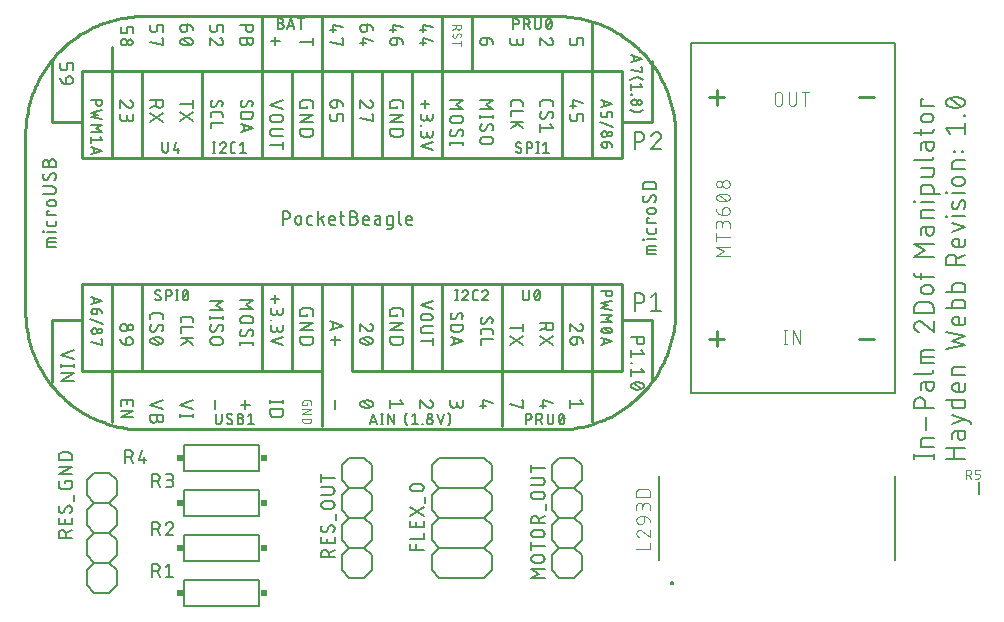
<source format=gbr>
G04 EAGLE Gerber RS-274X export*
G75*
%MOIN*%
%FSLAX34Y34*%
%LPD*%
%INSilkscreen Top*%
%IPPOS*%
%AMOC8*
5,1,8,0,0,1.08239X$1,22.5*%
G01*
%ADD10C,0.006000*%
%ADD11C,0.005000*%
%ADD12C,0.004000*%
%ADD13C,0.010000*%
%ADD14C,0.008000*%
%ADD15C,0.007874*%
%ADD16R,0.021850X0.023622*%
%ADD17C,0.003000*%


D10*
X31580Y6051D02*
X32220Y6051D01*
X32220Y5980D02*
X32220Y6122D01*
X31580Y6122D02*
X31580Y5980D01*
X31793Y6381D02*
X32220Y6381D01*
X31793Y6381D02*
X31793Y6558D01*
X31795Y6577D01*
X31799Y6595D01*
X31807Y6611D01*
X31818Y6627D01*
X31831Y6640D01*
X31846Y6651D01*
X31863Y6659D01*
X31881Y6663D01*
X31900Y6665D01*
X32220Y6665D01*
X31971Y6946D02*
X31971Y7372D01*
X32220Y7666D02*
X31580Y7666D01*
X31580Y7844D01*
X31582Y7869D01*
X31587Y7894D01*
X31596Y7918D01*
X31608Y7940D01*
X31623Y7961D01*
X31641Y7979D01*
X31662Y7994D01*
X31684Y8006D01*
X31708Y8015D01*
X31733Y8020D01*
X31758Y8022D01*
X31783Y8020D01*
X31808Y8015D01*
X31832Y8006D01*
X31854Y7994D01*
X31875Y7979D01*
X31893Y7961D01*
X31908Y7940D01*
X31920Y7918D01*
X31929Y7894D01*
X31934Y7869D01*
X31936Y7844D01*
X31936Y7666D01*
X31971Y8369D02*
X31971Y8529D01*
X31972Y8369D02*
X31974Y8349D01*
X31979Y8329D01*
X31987Y8310D01*
X31998Y8293D01*
X32012Y8278D01*
X32028Y8265D01*
X32046Y8255D01*
X32066Y8249D01*
X32086Y8245D01*
X32106Y8245D01*
X32126Y8249D01*
X32146Y8255D01*
X32164Y8265D01*
X32180Y8278D01*
X32194Y8293D01*
X32205Y8310D01*
X32213Y8329D01*
X32218Y8349D01*
X32220Y8369D01*
X32220Y8529D01*
X31900Y8529D01*
X31881Y8527D01*
X31863Y8523D01*
X31847Y8515D01*
X31831Y8504D01*
X31818Y8491D01*
X31807Y8476D01*
X31799Y8459D01*
X31795Y8441D01*
X31793Y8422D01*
X31793Y8280D01*
X31580Y8811D02*
X32113Y8811D01*
X32113Y8810D02*
X32132Y8812D01*
X32150Y8816D01*
X32167Y8824D01*
X32182Y8835D01*
X32195Y8848D01*
X32206Y8864D01*
X32214Y8880D01*
X32218Y8898D01*
X32220Y8917D01*
X32220Y9161D02*
X31793Y9161D01*
X31793Y9481D01*
X31795Y9500D01*
X31799Y9518D01*
X31807Y9535D01*
X31818Y9550D01*
X31831Y9563D01*
X31847Y9574D01*
X31863Y9582D01*
X31881Y9586D01*
X31900Y9588D01*
X32220Y9588D01*
X32220Y9374D02*
X31793Y9374D01*
X31580Y10397D02*
X31582Y10420D01*
X31586Y10442D01*
X31594Y10463D01*
X31605Y10484D01*
X31619Y10502D01*
X31635Y10518D01*
X31653Y10532D01*
X31674Y10543D01*
X31695Y10551D01*
X31717Y10555D01*
X31740Y10557D01*
X31580Y10397D02*
X31582Y10371D01*
X31586Y10346D01*
X31594Y10321D01*
X31606Y10298D01*
X31619Y10276D01*
X31636Y10256D01*
X31655Y10238D01*
X31676Y10223D01*
X31698Y10211D01*
X31723Y10201D01*
X31865Y10504D02*
X31847Y10519D01*
X31828Y10533D01*
X31808Y10543D01*
X31786Y10551D01*
X31763Y10555D01*
X31740Y10557D01*
X31864Y10504D02*
X32220Y10202D01*
X32220Y10557D01*
X32220Y10838D02*
X31580Y10838D01*
X31580Y11015D01*
X31582Y11040D01*
X31587Y11065D01*
X31596Y11089D01*
X31608Y11111D01*
X31623Y11132D01*
X31641Y11150D01*
X31662Y11165D01*
X31684Y11177D01*
X31708Y11186D01*
X31733Y11191D01*
X31758Y11193D01*
X32042Y11193D01*
X32067Y11191D01*
X32092Y11186D01*
X32116Y11177D01*
X32138Y11165D01*
X32159Y11150D01*
X32177Y11132D01*
X32192Y11111D01*
X32204Y11089D01*
X32213Y11065D01*
X32218Y11040D01*
X32220Y11015D01*
X32220Y10838D01*
X32078Y11468D02*
X31936Y11468D01*
X31914Y11470D01*
X31892Y11475D01*
X31872Y11483D01*
X31853Y11495D01*
X31836Y11510D01*
X31821Y11527D01*
X31809Y11546D01*
X31801Y11566D01*
X31796Y11588D01*
X31794Y11610D01*
X31796Y11632D01*
X31801Y11654D01*
X31809Y11674D01*
X31821Y11693D01*
X31836Y11710D01*
X31853Y11725D01*
X31872Y11737D01*
X31892Y11745D01*
X31914Y11750D01*
X31936Y11752D01*
X32078Y11752D01*
X32100Y11750D01*
X32122Y11745D01*
X32142Y11737D01*
X32161Y11725D01*
X32178Y11710D01*
X32193Y11693D01*
X32205Y11674D01*
X32213Y11654D01*
X32218Y11632D01*
X32220Y11610D01*
X32218Y11588D01*
X32213Y11566D01*
X32205Y11546D01*
X32193Y11527D01*
X32178Y11510D01*
X32161Y11495D01*
X32142Y11483D01*
X32122Y11475D01*
X32100Y11470D01*
X32078Y11468D01*
X32220Y12036D02*
X31687Y12036D01*
X31668Y12038D01*
X31650Y12042D01*
X31634Y12050D01*
X31618Y12061D01*
X31605Y12074D01*
X31594Y12089D01*
X31586Y12106D01*
X31582Y12124D01*
X31580Y12143D01*
X31580Y12179D01*
X31793Y12179D02*
X31793Y11965D01*
X31580Y12710D02*
X32220Y12710D01*
X31936Y12923D02*
X31580Y12710D01*
X31936Y12923D02*
X31580Y13136D01*
X32220Y13136D01*
X31971Y13538D02*
X31971Y13698D01*
X31972Y13538D02*
X31974Y13518D01*
X31979Y13498D01*
X31987Y13479D01*
X31998Y13462D01*
X32012Y13447D01*
X32028Y13434D01*
X32046Y13424D01*
X32066Y13418D01*
X32086Y13414D01*
X32106Y13414D01*
X32126Y13418D01*
X32146Y13424D01*
X32164Y13434D01*
X32180Y13447D01*
X32194Y13462D01*
X32205Y13479D01*
X32213Y13498D01*
X32218Y13518D01*
X32220Y13538D01*
X32220Y13698D01*
X31900Y13698D01*
X31900Y13699D02*
X31881Y13697D01*
X31863Y13693D01*
X31847Y13685D01*
X31831Y13674D01*
X31818Y13661D01*
X31807Y13646D01*
X31799Y13629D01*
X31795Y13611D01*
X31793Y13592D01*
X31793Y13449D01*
X31793Y13991D02*
X32220Y13991D01*
X31793Y13991D02*
X31793Y14169D01*
X31795Y14188D01*
X31799Y14206D01*
X31807Y14222D01*
X31818Y14238D01*
X31831Y14251D01*
X31846Y14262D01*
X31863Y14270D01*
X31881Y14274D01*
X31900Y14276D01*
X32220Y14276D01*
X32220Y14544D02*
X31793Y14544D01*
X31616Y14526D02*
X31580Y14526D01*
X31580Y14561D01*
X31616Y14561D01*
X31616Y14526D01*
X31793Y14815D02*
X32433Y14815D01*
X31793Y14815D02*
X31793Y14992D01*
X31795Y15011D01*
X31799Y15029D01*
X31807Y15045D01*
X31818Y15061D01*
X31831Y15074D01*
X31846Y15085D01*
X31863Y15093D01*
X31881Y15097D01*
X31900Y15099D01*
X32113Y15099D01*
X32132Y15097D01*
X32150Y15093D01*
X32167Y15085D01*
X32182Y15074D01*
X32195Y15061D01*
X32206Y15046D01*
X32214Y15029D01*
X32218Y15011D01*
X32220Y14992D01*
X32220Y14815D01*
X32113Y15366D02*
X31793Y15366D01*
X32113Y15365D02*
X32132Y15367D01*
X32150Y15371D01*
X32167Y15379D01*
X32182Y15390D01*
X32195Y15403D01*
X32206Y15419D01*
X32214Y15435D01*
X32218Y15453D01*
X32220Y15472D01*
X32220Y15650D01*
X31793Y15650D01*
X31580Y15929D02*
X32113Y15929D01*
X32113Y15928D02*
X32132Y15930D01*
X32150Y15934D01*
X32167Y15942D01*
X32182Y15953D01*
X32195Y15966D01*
X32206Y15982D01*
X32214Y15998D01*
X32218Y16016D01*
X32220Y16035D01*
X31971Y16369D02*
X31971Y16529D01*
X31972Y16369D02*
X31974Y16349D01*
X31979Y16329D01*
X31987Y16310D01*
X31998Y16293D01*
X32012Y16278D01*
X32028Y16265D01*
X32046Y16255D01*
X32066Y16249D01*
X32086Y16245D01*
X32106Y16245D01*
X32126Y16249D01*
X32146Y16255D01*
X32164Y16265D01*
X32180Y16278D01*
X32194Y16293D01*
X32205Y16310D01*
X32213Y16329D01*
X32218Y16349D01*
X32220Y16369D01*
X32220Y16529D01*
X31900Y16529D01*
X31900Y16530D02*
X31881Y16528D01*
X31863Y16524D01*
X31847Y16516D01*
X31831Y16505D01*
X31818Y16492D01*
X31807Y16477D01*
X31799Y16460D01*
X31795Y16442D01*
X31793Y16423D01*
X31793Y16280D01*
X31793Y16750D02*
X31793Y16964D01*
X31580Y16822D02*
X32113Y16822D01*
X32113Y16821D02*
X32132Y16823D01*
X32150Y16827D01*
X32167Y16835D01*
X32182Y16846D01*
X32195Y16859D01*
X32206Y16875D01*
X32214Y16891D01*
X32218Y16909D01*
X32220Y16928D01*
X32220Y16964D01*
X32078Y17191D02*
X31936Y17191D01*
X31914Y17193D01*
X31892Y17198D01*
X31872Y17206D01*
X31853Y17218D01*
X31836Y17233D01*
X31821Y17250D01*
X31809Y17269D01*
X31801Y17289D01*
X31796Y17311D01*
X31794Y17333D01*
X31796Y17355D01*
X31801Y17377D01*
X31809Y17397D01*
X31821Y17416D01*
X31836Y17433D01*
X31853Y17448D01*
X31872Y17460D01*
X31892Y17468D01*
X31914Y17473D01*
X31936Y17475D01*
X31936Y17476D02*
X32078Y17476D01*
X32078Y17475D02*
X32100Y17473D01*
X32122Y17468D01*
X32142Y17460D01*
X32161Y17448D01*
X32178Y17433D01*
X32193Y17416D01*
X32205Y17397D01*
X32213Y17377D01*
X32218Y17355D01*
X32220Y17333D01*
X32218Y17311D01*
X32213Y17289D01*
X32205Y17269D01*
X32193Y17250D01*
X32178Y17233D01*
X32161Y17218D01*
X32142Y17206D01*
X32122Y17198D01*
X32100Y17193D01*
X32078Y17191D01*
X32220Y17748D02*
X31793Y17748D01*
X31793Y17962D01*
X31864Y17962D01*
X32630Y5980D02*
X33270Y5980D01*
X32914Y5980D02*
X32914Y6336D01*
X32630Y6336D02*
X33270Y6336D01*
X33021Y6732D02*
X33021Y6892D01*
X33022Y6732D02*
X33024Y6712D01*
X33029Y6692D01*
X33037Y6673D01*
X33048Y6656D01*
X33062Y6641D01*
X33078Y6628D01*
X33096Y6618D01*
X33116Y6612D01*
X33136Y6608D01*
X33156Y6608D01*
X33176Y6612D01*
X33196Y6618D01*
X33214Y6628D01*
X33230Y6641D01*
X33244Y6656D01*
X33255Y6673D01*
X33263Y6692D01*
X33268Y6712D01*
X33270Y6732D01*
X33270Y6892D01*
X32950Y6892D01*
X32931Y6890D01*
X32913Y6886D01*
X32897Y6878D01*
X32881Y6867D01*
X32868Y6854D01*
X32857Y6839D01*
X32849Y6822D01*
X32845Y6804D01*
X32843Y6785D01*
X32843Y6643D01*
X33483Y7144D02*
X33483Y7215D01*
X32843Y7428D01*
X32843Y7144D02*
X33270Y7286D01*
X33270Y7938D02*
X32630Y7938D01*
X33270Y7938D02*
X33270Y7760D01*
X33268Y7741D01*
X33264Y7723D01*
X33256Y7707D01*
X33245Y7691D01*
X33232Y7678D01*
X33217Y7667D01*
X33200Y7659D01*
X33182Y7655D01*
X33163Y7653D01*
X33163Y7654D02*
X32950Y7654D01*
X32950Y7653D02*
X32931Y7655D01*
X32913Y7659D01*
X32897Y7667D01*
X32881Y7678D01*
X32868Y7691D01*
X32857Y7707D01*
X32849Y7723D01*
X32845Y7741D01*
X32843Y7760D01*
X32843Y7938D01*
X33270Y8317D02*
X33270Y8495D01*
X33270Y8317D02*
X33268Y8298D01*
X33264Y8280D01*
X33256Y8264D01*
X33245Y8248D01*
X33232Y8235D01*
X33217Y8224D01*
X33200Y8216D01*
X33182Y8212D01*
X33163Y8210D01*
X32986Y8210D01*
X32986Y8211D02*
X32964Y8213D01*
X32942Y8218D01*
X32922Y8226D01*
X32903Y8238D01*
X32886Y8253D01*
X32871Y8270D01*
X32859Y8289D01*
X32851Y8309D01*
X32846Y8331D01*
X32844Y8353D01*
X32846Y8375D01*
X32851Y8397D01*
X32859Y8417D01*
X32871Y8436D01*
X32886Y8453D01*
X32903Y8468D01*
X32922Y8480D01*
X32942Y8488D01*
X32964Y8493D01*
X32986Y8495D01*
X33057Y8495D01*
X33057Y8210D01*
X33270Y8764D02*
X32843Y8764D01*
X32843Y8942D01*
X32845Y8961D01*
X32849Y8979D01*
X32857Y8995D01*
X32868Y9011D01*
X32881Y9024D01*
X32896Y9035D01*
X32913Y9043D01*
X32931Y9047D01*
X32950Y9049D01*
X33270Y9049D01*
X33270Y9770D02*
X32630Y9627D01*
X32843Y9912D02*
X33270Y9770D01*
X33270Y10054D02*
X32843Y9912D01*
X32630Y10196D02*
X33270Y10054D01*
X33270Y10533D02*
X33270Y10710D01*
X33270Y10533D02*
X33268Y10514D01*
X33264Y10496D01*
X33256Y10480D01*
X33245Y10464D01*
X33232Y10451D01*
X33217Y10440D01*
X33200Y10432D01*
X33182Y10428D01*
X33163Y10426D01*
X32986Y10426D01*
X32964Y10428D01*
X32942Y10433D01*
X32922Y10441D01*
X32903Y10453D01*
X32886Y10468D01*
X32871Y10485D01*
X32859Y10504D01*
X32851Y10524D01*
X32846Y10546D01*
X32844Y10568D01*
X32846Y10590D01*
X32851Y10612D01*
X32859Y10632D01*
X32871Y10651D01*
X32886Y10668D01*
X32903Y10683D01*
X32922Y10695D01*
X32942Y10703D01*
X32964Y10708D01*
X32986Y10710D01*
X33057Y10710D01*
X33057Y10426D01*
X33270Y10983D02*
X32630Y10983D01*
X33270Y10983D02*
X33270Y11160D01*
X33268Y11179D01*
X33264Y11197D01*
X33256Y11214D01*
X33245Y11229D01*
X33232Y11242D01*
X33217Y11253D01*
X33200Y11261D01*
X33182Y11265D01*
X33163Y11267D01*
X32950Y11267D01*
X32931Y11265D01*
X32913Y11261D01*
X32897Y11253D01*
X32881Y11242D01*
X32868Y11229D01*
X32857Y11214D01*
X32849Y11197D01*
X32845Y11179D01*
X32843Y11160D01*
X32843Y10983D01*
X32630Y11537D02*
X33270Y11537D01*
X33270Y11714D01*
X33268Y11733D01*
X33264Y11751D01*
X33256Y11768D01*
X33245Y11783D01*
X33232Y11796D01*
X33217Y11807D01*
X33200Y11815D01*
X33182Y11819D01*
X33163Y11821D01*
X32950Y11821D01*
X32931Y11819D01*
X32913Y11815D01*
X32897Y11807D01*
X32881Y11796D01*
X32868Y11783D01*
X32857Y11768D01*
X32849Y11751D01*
X32845Y11733D01*
X32843Y11714D01*
X32843Y11537D01*
X32630Y12425D02*
X33270Y12425D01*
X32630Y12425D02*
X32630Y12603D01*
X32632Y12628D01*
X32637Y12653D01*
X32646Y12677D01*
X32658Y12699D01*
X32673Y12720D01*
X32691Y12738D01*
X32712Y12753D01*
X32734Y12765D01*
X32758Y12774D01*
X32783Y12779D01*
X32808Y12781D01*
X32833Y12779D01*
X32858Y12774D01*
X32882Y12765D01*
X32904Y12753D01*
X32925Y12738D01*
X32943Y12720D01*
X32958Y12699D01*
X32970Y12677D01*
X32979Y12653D01*
X32984Y12628D01*
X32986Y12603D01*
X32986Y12425D01*
X32986Y12638D02*
X33270Y12780D01*
X33270Y13138D02*
X33270Y13316D01*
X33270Y13138D02*
X33268Y13119D01*
X33264Y13101D01*
X33256Y13085D01*
X33245Y13069D01*
X33232Y13056D01*
X33217Y13045D01*
X33200Y13037D01*
X33182Y13033D01*
X33163Y13031D01*
X32986Y13031D01*
X32964Y13033D01*
X32942Y13038D01*
X32922Y13046D01*
X32903Y13058D01*
X32886Y13073D01*
X32871Y13090D01*
X32859Y13109D01*
X32851Y13129D01*
X32846Y13151D01*
X32844Y13173D01*
X32846Y13195D01*
X32851Y13217D01*
X32859Y13237D01*
X32871Y13256D01*
X32886Y13273D01*
X32903Y13288D01*
X32922Y13300D01*
X32942Y13308D01*
X32964Y13313D01*
X32986Y13315D01*
X32986Y13316D02*
X33057Y13316D01*
X33057Y13031D01*
X32843Y13544D02*
X33270Y13686D01*
X32843Y13828D01*
X32843Y14055D02*
X33270Y14055D01*
X32666Y14038D02*
X32630Y14038D01*
X32630Y14073D01*
X32666Y14073D01*
X32666Y14038D01*
X33021Y14356D02*
X33092Y14534D01*
X33021Y14357D02*
X33013Y14341D01*
X33002Y14326D01*
X32988Y14315D01*
X32972Y14306D01*
X32954Y14301D01*
X32936Y14299D01*
X32918Y14301D01*
X32901Y14306D01*
X32885Y14315D01*
X32871Y14326D01*
X32859Y14341D01*
X32851Y14357D01*
X32846Y14374D01*
X32844Y14392D01*
X32843Y14392D02*
X32845Y14425D01*
X32849Y14457D01*
X32857Y14490D01*
X32866Y14521D01*
X32879Y14552D01*
X33093Y14534D02*
X33101Y14550D01*
X33112Y14565D01*
X33126Y14576D01*
X33142Y14585D01*
X33160Y14590D01*
X33178Y14592D01*
X33196Y14590D01*
X33213Y14585D01*
X33229Y14576D01*
X33243Y14565D01*
X33255Y14550D01*
X33263Y14534D01*
X33268Y14517D01*
X33270Y14499D01*
X33270Y14498D02*
X33268Y14459D01*
X33264Y14419D01*
X33256Y14380D01*
X33247Y14341D01*
X33234Y14303D01*
X33270Y14835D02*
X32843Y14835D01*
X32666Y14817D02*
X32630Y14817D01*
X32630Y14853D01*
X32666Y14853D01*
X32666Y14817D01*
X32986Y15082D02*
X33128Y15082D01*
X32986Y15083D02*
X32964Y15085D01*
X32942Y15090D01*
X32922Y15098D01*
X32903Y15110D01*
X32886Y15125D01*
X32871Y15142D01*
X32859Y15161D01*
X32851Y15181D01*
X32846Y15203D01*
X32844Y15225D01*
X32846Y15247D01*
X32851Y15269D01*
X32859Y15289D01*
X32871Y15308D01*
X32886Y15325D01*
X32903Y15340D01*
X32922Y15352D01*
X32942Y15360D01*
X32964Y15365D01*
X32986Y15367D01*
X33128Y15367D01*
X33150Y15365D01*
X33172Y15360D01*
X33192Y15352D01*
X33211Y15340D01*
X33228Y15325D01*
X33243Y15308D01*
X33255Y15289D01*
X33263Y15269D01*
X33268Y15247D01*
X33270Y15225D01*
X33268Y15203D01*
X33263Y15181D01*
X33255Y15161D01*
X33243Y15142D01*
X33228Y15125D01*
X33211Y15110D01*
X33192Y15098D01*
X33172Y15090D01*
X33150Y15085D01*
X33128Y15083D01*
X33270Y15636D02*
X32843Y15636D01*
X32843Y15814D01*
X32845Y15833D01*
X32849Y15851D01*
X32857Y15867D01*
X32868Y15883D01*
X32881Y15896D01*
X32896Y15907D01*
X32913Y15915D01*
X32931Y15919D01*
X32950Y15921D01*
X33270Y15921D01*
X33217Y16192D02*
X33181Y16192D01*
X33181Y16227D01*
X33217Y16227D01*
X33217Y16192D01*
X32932Y16192D02*
X32897Y16192D01*
X32897Y16227D01*
X32932Y16227D01*
X32932Y16192D01*
X32772Y16811D02*
X32630Y16989D01*
X33270Y16989D01*
X33270Y16811D02*
X33270Y17167D01*
X33270Y17402D02*
X33234Y17402D01*
X33234Y17437D01*
X33270Y17437D01*
X33270Y17402D01*
X32950Y17673D02*
X32910Y17675D01*
X32871Y17679D01*
X32832Y17686D01*
X32793Y17697D01*
X32756Y17710D01*
X32719Y17726D01*
X32719Y17725D02*
X32700Y17733D01*
X32683Y17744D01*
X32668Y17758D01*
X32655Y17773D01*
X32644Y17791D01*
X32636Y17810D01*
X32632Y17830D01*
X32630Y17850D01*
X32632Y17870D01*
X32636Y17890D01*
X32644Y17909D01*
X32655Y17927D01*
X32668Y17942D01*
X32683Y17956D01*
X32700Y17967D01*
X32719Y17975D01*
X32756Y17991D01*
X32793Y18004D01*
X32832Y18015D01*
X32871Y18022D01*
X32910Y18026D01*
X32950Y18028D01*
X32950Y17673D02*
X32990Y17675D01*
X33029Y17679D01*
X33068Y17686D01*
X33107Y17697D01*
X33144Y17710D01*
X33181Y17726D01*
X33181Y17725D02*
X33200Y17733D01*
X33217Y17744D01*
X33232Y17758D01*
X33245Y17773D01*
X33256Y17791D01*
X33264Y17810D01*
X33268Y17830D01*
X33270Y17850D01*
X33181Y17975D02*
X33144Y17991D01*
X33107Y18004D01*
X33068Y18015D01*
X33029Y18022D01*
X32990Y18026D01*
X32950Y18028D01*
X33181Y17975D02*
X33200Y17967D01*
X33217Y17956D01*
X33232Y17942D01*
X33245Y17927D01*
X33256Y17909D01*
X33264Y17890D01*
X33268Y17870D01*
X33270Y17850D01*
X33128Y17708D02*
X32772Y17993D01*
D11*
X24144Y19819D02*
X24144Y8181D01*
X24144Y19819D02*
X30947Y19819D01*
X30947Y8181D01*
X24144Y8181D01*
D12*
X27274Y9801D02*
X27274Y10261D01*
X27223Y9801D02*
X27325Y9801D01*
X27325Y10261D02*
X27223Y10261D01*
X27521Y10261D02*
X27521Y9801D01*
X27777Y9801D02*
X27521Y10261D01*
X27777Y10261D02*
X27777Y9801D01*
X26922Y17866D02*
X26922Y18071D01*
X26924Y18092D01*
X26929Y18113D01*
X26937Y18132D01*
X26949Y18150D01*
X26963Y18165D01*
X26980Y18178D01*
X26999Y18188D01*
X27019Y18195D01*
X27039Y18199D01*
X27061Y18199D01*
X27081Y18195D01*
X27101Y18188D01*
X27120Y18178D01*
X27137Y18165D01*
X27151Y18150D01*
X27163Y18132D01*
X27171Y18113D01*
X27176Y18092D01*
X27178Y18071D01*
X27178Y17866D01*
X27176Y17845D01*
X27171Y17824D01*
X27163Y17805D01*
X27151Y17787D01*
X27137Y17772D01*
X27120Y17759D01*
X27101Y17749D01*
X27081Y17742D01*
X27061Y17738D01*
X27039Y17738D01*
X27019Y17742D01*
X26999Y17749D01*
X26980Y17759D01*
X26963Y17772D01*
X26949Y17787D01*
X26937Y17805D01*
X26929Y17824D01*
X26924Y17845D01*
X26922Y17866D01*
X27387Y17866D02*
X27387Y18199D01*
X27387Y17866D02*
X27389Y17845D01*
X27394Y17824D01*
X27402Y17805D01*
X27414Y17787D01*
X27428Y17772D01*
X27445Y17759D01*
X27464Y17749D01*
X27484Y17742D01*
X27504Y17738D01*
X27526Y17738D01*
X27546Y17742D01*
X27566Y17749D01*
X27585Y17759D01*
X27602Y17772D01*
X27616Y17787D01*
X27628Y17805D01*
X27636Y17824D01*
X27641Y17845D01*
X27643Y17866D01*
X27643Y18199D01*
X27950Y18199D02*
X27950Y17739D01*
X27822Y18199D02*
X28078Y18199D01*
D13*
X29750Y18031D02*
X30250Y18031D01*
X25000Y17781D02*
X25000Y18281D01*
X25250Y9969D02*
X24750Y9969D01*
X24750Y18031D02*
X25250Y18031D01*
X29750Y9969D02*
X30250Y9969D01*
X25000Y9719D02*
X25000Y10219D01*
D12*
X24970Y12742D02*
X25430Y12742D01*
X25226Y12895D02*
X24970Y12742D01*
X25226Y12895D02*
X24970Y13049D01*
X25430Y13049D01*
X25430Y13360D02*
X24970Y13360D01*
X24970Y13233D02*
X24970Y13488D01*
X25430Y13653D02*
X25430Y13780D01*
X25428Y13801D01*
X25423Y13822D01*
X25415Y13841D01*
X25403Y13859D01*
X25389Y13874D01*
X25372Y13887D01*
X25353Y13897D01*
X25333Y13904D01*
X25313Y13908D01*
X25291Y13908D01*
X25271Y13904D01*
X25251Y13897D01*
X25232Y13887D01*
X25215Y13874D01*
X25201Y13859D01*
X25189Y13841D01*
X25181Y13822D01*
X25176Y13801D01*
X25174Y13780D01*
X24970Y13806D02*
X24970Y13653D01*
X24970Y13806D02*
X24972Y13825D01*
X24977Y13843D01*
X24985Y13860D01*
X24997Y13875D01*
X25011Y13887D01*
X25027Y13897D01*
X25044Y13904D01*
X25063Y13908D01*
X25081Y13908D01*
X25100Y13904D01*
X25117Y13897D01*
X25133Y13887D01*
X25147Y13875D01*
X25159Y13860D01*
X25167Y13843D01*
X25172Y13825D01*
X25174Y13806D01*
X25174Y13704D01*
X25174Y14103D02*
X25174Y14256D01*
X25175Y14256D02*
X25177Y14274D01*
X25181Y14291D01*
X25189Y14307D01*
X25199Y14322D01*
X25211Y14334D01*
X25226Y14344D01*
X25242Y14352D01*
X25259Y14356D01*
X25277Y14358D01*
X25302Y14358D01*
X25323Y14356D01*
X25344Y14351D01*
X25363Y14343D01*
X25381Y14331D01*
X25396Y14317D01*
X25409Y14300D01*
X25419Y14281D01*
X25426Y14261D01*
X25430Y14241D01*
X25430Y14219D01*
X25426Y14199D01*
X25419Y14179D01*
X25409Y14160D01*
X25396Y14143D01*
X25381Y14129D01*
X25363Y14117D01*
X25344Y14109D01*
X25323Y14104D01*
X25302Y14102D01*
X25302Y14103D02*
X25174Y14103D01*
X25147Y14105D01*
X25121Y14110D01*
X25096Y14119D01*
X25072Y14130D01*
X25050Y14145D01*
X25030Y14163D01*
X25012Y14183D01*
X24997Y14205D01*
X24986Y14229D01*
X24977Y14254D01*
X24972Y14280D01*
X24970Y14307D01*
X25034Y14591D02*
X25065Y14578D01*
X25098Y14567D01*
X25132Y14559D01*
X25166Y14555D01*
X25200Y14553D01*
X25034Y14590D02*
X25019Y14597D01*
X25005Y14606D01*
X24993Y14618D01*
X24983Y14632D01*
X24976Y14647D01*
X24971Y14663D01*
X24970Y14680D01*
X24971Y14697D01*
X24976Y14713D01*
X24983Y14728D01*
X24993Y14742D01*
X25005Y14754D01*
X25019Y14763D01*
X25034Y14770D01*
X25065Y14783D01*
X25098Y14794D01*
X25132Y14802D01*
X25166Y14806D01*
X25200Y14808D01*
X25200Y14553D02*
X25234Y14555D01*
X25268Y14559D01*
X25302Y14567D01*
X25335Y14578D01*
X25366Y14591D01*
X25366Y14590D02*
X25381Y14597D01*
X25395Y14606D01*
X25407Y14618D01*
X25417Y14632D01*
X25424Y14647D01*
X25429Y14663D01*
X25430Y14680D01*
X25366Y14770D02*
X25335Y14783D01*
X25302Y14794D01*
X25268Y14802D01*
X25234Y14806D01*
X25200Y14808D01*
X25366Y14770D02*
X25381Y14763D01*
X25395Y14754D01*
X25407Y14742D01*
X25417Y14728D01*
X25424Y14713D01*
X25429Y14697D01*
X25430Y14680D01*
X25328Y14578D02*
X25072Y14782D01*
X25302Y15002D02*
X25281Y15004D01*
X25260Y15009D01*
X25241Y15017D01*
X25223Y15029D01*
X25208Y15043D01*
X25195Y15060D01*
X25185Y15079D01*
X25178Y15099D01*
X25174Y15119D01*
X25174Y15141D01*
X25178Y15161D01*
X25185Y15181D01*
X25195Y15200D01*
X25208Y15217D01*
X25223Y15231D01*
X25241Y15243D01*
X25260Y15251D01*
X25281Y15256D01*
X25302Y15258D01*
X25323Y15256D01*
X25344Y15251D01*
X25363Y15243D01*
X25381Y15231D01*
X25396Y15217D01*
X25409Y15200D01*
X25419Y15181D01*
X25426Y15161D01*
X25430Y15141D01*
X25430Y15119D01*
X25426Y15099D01*
X25419Y15079D01*
X25409Y15060D01*
X25396Y15043D01*
X25381Y15029D01*
X25363Y15017D01*
X25344Y15009D01*
X25323Y15004D01*
X25302Y15002D01*
X25072Y15028D02*
X25053Y15030D01*
X25035Y15035D01*
X25018Y15043D01*
X25003Y15055D01*
X24991Y15069D01*
X24981Y15085D01*
X24974Y15102D01*
X24970Y15121D01*
X24970Y15139D01*
X24974Y15158D01*
X24981Y15175D01*
X24991Y15191D01*
X25003Y15205D01*
X25018Y15217D01*
X25035Y15225D01*
X25053Y15230D01*
X25072Y15232D01*
X25091Y15230D01*
X25109Y15225D01*
X25126Y15217D01*
X25141Y15205D01*
X25153Y15191D01*
X25163Y15175D01*
X25170Y15158D01*
X25174Y15139D01*
X25174Y15121D01*
X25170Y15102D01*
X25163Y15085D01*
X25153Y15069D01*
X25141Y15055D01*
X25126Y15043D01*
X25109Y15035D01*
X25091Y15030D01*
X25072Y15028D01*
D13*
X19667Y20730D02*
X5887Y20730D01*
X5763Y20728D01*
X5640Y20722D01*
X5516Y20713D01*
X5394Y20699D01*
X5271Y20682D01*
X5149Y20660D01*
X5028Y20635D01*
X4908Y20606D01*
X4789Y20574D01*
X4670Y20537D01*
X4553Y20497D01*
X4438Y20454D01*
X4323Y20406D01*
X4211Y20355D01*
X4100Y20301D01*
X3990Y20243D01*
X3883Y20182D01*
X3777Y20117D01*
X3674Y20049D01*
X3573Y19978D01*
X3474Y19904D01*
X3377Y19827D01*
X3283Y19746D01*
X3192Y19663D01*
X3103Y19577D01*
X3017Y19488D01*
X2934Y19397D01*
X2853Y19303D01*
X2776Y19206D01*
X2702Y19107D01*
X2631Y19006D01*
X2563Y18903D01*
X2498Y18797D01*
X2437Y18690D01*
X2379Y18580D01*
X2325Y18469D01*
X2274Y18357D01*
X2226Y18242D01*
X2183Y18127D01*
X2143Y18010D01*
X2106Y17891D01*
X2074Y17772D01*
X2045Y17652D01*
X2020Y17531D01*
X1998Y17409D01*
X1981Y17286D01*
X1967Y17164D01*
X1958Y17040D01*
X1952Y16917D01*
X1950Y16793D01*
X1950Y10887D01*
X1952Y10763D01*
X1958Y10640D01*
X1967Y10516D01*
X1981Y10394D01*
X1998Y10271D01*
X2020Y10149D01*
X2045Y10028D01*
X2074Y9908D01*
X2106Y9789D01*
X2143Y9670D01*
X2183Y9553D01*
X2226Y9438D01*
X2274Y9323D01*
X2325Y9211D01*
X2379Y9100D01*
X2437Y8990D01*
X2498Y8883D01*
X2563Y8777D01*
X2631Y8674D01*
X2702Y8573D01*
X2776Y8474D01*
X2853Y8377D01*
X2934Y8283D01*
X3017Y8192D01*
X3103Y8103D01*
X3192Y8017D01*
X3283Y7934D01*
X3377Y7853D01*
X3474Y7776D01*
X3573Y7702D01*
X3674Y7631D01*
X3777Y7563D01*
X3883Y7498D01*
X3990Y7437D01*
X4100Y7379D01*
X4211Y7325D01*
X4323Y7274D01*
X4438Y7226D01*
X4553Y7183D01*
X4670Y7143D01*
X4789Y7106D01*
X4908Y7074D01*
X5028Y7045D01*
X5149Y7020D01*
X5271Y6998D01*
X5394Y6981D01*
X5516Y6967D01*
X5640Y6958D01*
X5763Y6952D01*
X5887Y6950D01*
X19667Y6950D01*
X19791Y6952D01*
X19914Y6958D01*
X20038Y6967D01*
X20160Y6981D01*
X20283Y6998D01*
X20405Y7020D01*
X20526Y7045D01*
X20646Y7074D01*
X20765Y7106D01*
X20884Y7143D01*
X21001Y7183D01*
X21116Y7226D01*
X21231Y7274D01*
X21343Y7325D01*
X21454Y7379D01*
X21564Y7437D01*
X21671Y7498D01*
X21777Y7563D01*
X21880Y7631D01*
X21981Y7702D01*
X22080Y7776D01*
X22177Y7853D01*
X22271Y7934D01*
X22362Y8017D01*
X22451Y8103D01*
X22537Y8192D01*
X22620Y8283D01*
X22701Y8377D01*
X22778Y8474D01*
X22852Y8573D01*
X22923Y8674D01*
X22991Y8777D01*
X23056Y8883D01*
X23117Y8990D01*
X23175Y9100D01*
X23229Y9211D01*
X23280Y9323D01*
X23328Y9438D01*
X23371Y9553D01*
X23411Y9670D01*
X23448Y9789D01*
X23480Y9908D01*
X23509Y10028D01*
X23534Y10149D01*
X23556Y10271D01*
X23573Y10394D01*
X23587Y10516D01*
X23596Y10640D01*
X23602Y10763D01*
X23604Y10887D01*
X23604Y16793D01*
X23602Y16917D01*
X23596Y17040D01*
X23587Y17164D01*
X23573Y17286D01*
X23556Y17409D01*
X23534Y17531D01*
X23509Y17652D01*
X23480Y17772D01*
X23448Y17891D01*
X23411Y18010D01*
X23371Y18127D01*
X23328Y18242D01*
X23280Y18357D01*
X23229Y18469D01*
X23175Y18580D01*
X23117Y18690D01*
X23056Y18797D01*
X22991Y18903D01*
X22923Y19006D01*
X22852Y19107D01*
X22778Y19206D01*
X22701Y19303D01*
X22620Y19397D01*
X22537Y19488D01*
X22451Y19577D01*
X22362Y19663D01*
X22271Y19746D01*
X22177Y19827D01*
X22080Y19904D01*
X21981Y19978D01*
X21880Y20049D01*
X21777Y20117D01*
X21671Y20182D01*
X21564Y20243D01*
X21454Y20301D01*
X21343Y20355D01*
X21231Y20406D01*
X21116Y20454D01*
X21001Y20497D01*
X20884Y20537D01*
X20765Y20574D01*
X20646Y20606D01*
X20526Y20635D01*
X20405Y20660D01*
X20283Y20682D01*
X20160Y20699D01*
X20038Y20713D01*
X19914Y20722D01*
X19791Y20728D01*
X19667Y20730D01*
D10*
X10530Y14220D02*
X10530Y13780D01*
X10530Y14220D02*
X10652Y14220D01*
X10673Y14218D01*
X10694Y14213D01*
X10713Y14204D01*
X10730Y14191D01*
X10745Y14176D01*
X10758Y14159D01*
X10767Y14140D01*
X10772Y14119D01*
X10774Y14098D01*
X10772Y14077D01*
X10767Y14056D01*
X10758Y14037D01*
X10745Y14020D01*
X10730Y14005D01*
X10713Y13992D01*
X10694Y13983D01*
X10673Y13978D01*
X10652Y13976D01*
X10530Y13976D01*
X10951Y13976D02*
X10951Y13878D01*
X10951Y13976D02*
X10953Y13994D01*
X10958Y14011D01*
X10966Y14028D01*
X10977Y14042D01*
X10990Y14054D01*
X11005Y14064D01*
X11022Y14070D01*
X11040Y14074D01*
X11058Y14074D01*
X11076Y14070D01*
X11093Y14064D01*
X11108Y14054D01*
X11121Y14042D01*
X11132Y14028D01*
X11140Y14011D01*
X11145Y13994D01*
X11147Y13976D01*
X11147Y13878D01*
X11145Y13860D01*
X11140Y13843D01*
X11132Y13826D01*
X11121Y13812D01*
X11108Y13800D01*
X11093Y13790D01*
X11076Y13784D01*
X11058Y13780D01*
X11040Y13780D01*
X11022Y13784D01*
X11005Y13790D01*
X10990Y13800D01*
X10977Y13812D01*
X10966Y13826D01*
X10958Y13843D01*
X10953Y13860D01*
X10951Y13878D01*
X11415Y13780D02*
X11513Y13780D01*
X11415Y13780D02*
X11399Y13782D01*
X11383Y13787D01*
X11369Y13796D01*
X11358Y13807D01*
X11349Y13821D01*
X11344Y13837D01*
X11342Y13853D01*
X11342Y14000D01*
X11344Y14016D01*
X11349Y14032D01*
X11358Y14046D01*
X11369Y14057D01*
X11383Y14066D01*
X11399Y14071D01*
X11415Y14073D01*
X11513Y14073D01*
X11708Y14220D02*
X11708Y13780D01*
X11708Y13927D02*
X11903Y14073D01*
X11793Y13988D02*
X11903Y13780D01*
X12149Y13780D02*
X12272Y13780D01*
X12149Y13780D02*
X12133Y13782D01*
X12117Y13787D01*
X12103Y13796D01*
X12092Y13807D01*
X12083Y13821D01*
X12078Y13837D01*
X12076Y13853D01*
X12076Y13976D01*
X12078Y13994D01*
X12083Y14011D01*
X12091Y14028D01*
X12102Y14042D01*
X12115Y14054D01*
X12130Y14064D01*
X12147Y14070D01*
X12165Y14074D01*
X12183Y14074D01*
X12201Y14070D01*
X12218Y14064D01*
X12233Y14054D01*
X12246Y14042D01*
X12257Y14028D01*
X12265Y14011D01*
X12270Y13994D01*
X12272Y13976D01*
X12272Y13927D01*
X12076Y13927D01*
X12426Y14073D02*
X12573Y14073D01*
X12475Y14220D02*
X12475Y13853D01*
X12477Y13837D01*
X12482Y13821D01*
X12491Y13807D01*
X12502Y13796D01*
X12516Y13787D01*
X12532Y13782D01*
X12548Y13780D01*
X12573Y13780D01*
X12780Y14024D02*
X12902Y14024D01*
X12923Y14022D01*
X12944Y14017D01*
X12963Y14008D01*
X12980Y13995D01*
X12995Y13980D01*
X13008Y13963D01*
X13017Y13944D01*
X13022Y13923D01*
X13024Y13902D01*
X13022Y13881D01*
X13017Y13860D01*
X13008Y13841D01*
X12995Y13824D01*
X12980Y13809D01*
X12963Y13796D01*
X12944Y13787D01*
X12923Y13782D01*
X12902Y13780D01*
X12780Y13780D01*
X12780Y14220D01*
X12902Y14220D01*
X12920Y14218D01*
X12937Y14213D01*
X12954Y14205D01*
X12968Y14194D01*
X12980Y14181D01*
X12990Y14166D01*
X12996Y14149D01*
X13000Y14131D01*
X13000Y14113D01*
X12996Y14095D01*
X12990Y14078D01*
X12980Y14063D01*
X12968Y14050D01*
X12954Y14039D01*
X12937Y14031D01*
X12920Y14026D01*
X12902Y14024D01*
X13274Y13780D02*
X13397Y13780D01*
X13274Y13780D02*
X13258Y13782D01*
X13242Y13787D01*
X13228Y13796D01*
X13217Y13807D01*
X13208Y13821D01*
X13203Y13837D01*
X13201Y13853D01*
X13201Y13976D01*
X13203Y13994D01*
X13208Y14011D01*
X13216Y14028D01*
X13227Y14042D01*
X13240Y14054D01*
X13255Y14064D01*
X13272Y14070D01*
X13290Y14074D01*
X13308Y14074D01*
X13326Y14070D01*
X13343Y14064D01*
X13358Y14054D01*
X13371Y14042D01*
X13382Y14028D01*
X13390Y14011D01*
X13395Y13994D01*
X13397Y13976D01*
X13397Y13927D01*
X13201Y13927D01*
X13674Y13951D02*
X13784Y13951D01*
X13674Y13952D02*
X13656Y13950D01*
X13639Y13945D01*
X13623Y13936D01*
X13610Y13924D01*
X13600Y13909D01*
X13592Y13893D01*
X13588Y13875D01*
X13588Y13857D01*
X13592Y13839D01*
X13600Y13823D01*
X13610Y13808D01*
X13623Y13796D01*
X13639Y13787D01*
X13656Y13782D01*
X13674Y13780D01*
X13784Y13780D01*
X13784Y14000D01*
X13783Y14000D02*
X13781Y14016D01*
X13776Y14032D01*
X13767Y14046D01*
X13756Y14057D01*
X13742Y14066D01*
X13726Y14071D01*
X13710Y14073D01*
X13613Y14073D01*
X14067Y13780D02*
X14189Y13780D01*
X14067Y13780D02*
X14051Y13782D01*
X14035Y13787D01*
X14021Y13796D01*
X14010Y13807D01*
X14001Y13821D01*
X13996Y13837D01*
X13994Y13853D01*
X13993Y13853D02*
X13993Y14000D01*
X13994Y14000D02*
X13996Y14016D01*
X14001Y14032D01*
X14010Y14046D01*
X14021Y14057D01*
X14035Y14066D01*
X14051Y14071D01*
X14067Y14073D01*
X14189Y14073D01*
X14189Y13707D01*
X14188Y13707D02*
X14186Y13691D01*
X14181Y13675D01*
X14172Y13661D01*
X14161Y13650D01*
X14147Y13641D01*
X14131Y13636D01*
X14115Y13634D01*
X14115Y13633D02*
X14018Y13633D01*
X14405Y13853D02*
X14405Y14220D01*
X14405Y13853D02*
X14407Y13837D01*
X14412Y13821D01*
X14421Y13807D01*
X14432Y13796D01*
X14446Y13787D01*
X14462Y13782D01*
X14478Y13780D01*
X14714Y13780D02*
X14837Y13780D01*
X14714Y13780D02*
X14698Y13782D01*
X14682Y13787D01*
X14668Y13796D01*
X14657Y13807D01*
X14648Y13821D01*
X14643Y13837D01*
X14641Y13853D01*
X14641Y13976D01*
X14643Y13994D01*
X14648Y14011D01*
X14656Y14028D01*
X14667Y14042D01*
X14680Y14054D01*
X14695Y14064D01*
X14712Y14070D01*
X14730Y14074D01*
X14748Y14074D01*
X14766Y14070D01*
X14783Y14064D01*
X14798Y14054D01*
X14811Y14042D01*
X14822Y14028D01*
X14830Y14011D01*
X14835Y13994D01*
X14837Y13976D01*
X14837Y13927D01*
X14641Y13927D01*
X2970Y13041D02*
X2677Y13041D01*
X2677Y13261D01*
X2679Y13277D01*
X2684Y13293D01*
X2693Y13307D01*
X2704Y13318D01*
X2718Y13327D01*
X2734Y13332D01*
X2750Y13334D01*
X2750Y13335D02*
X2970Y13335D01*
X2970Y13188D02*
X2677Y13188D01*
X2677Y13548D02*
X2970Y13548D01*
X2554Y13536D02*
X2530Y13536D01*
X2530Y13560D01*
X2554Y13560D01*
X2554Y13536D01*
X2970Y13809D02*
X2970Y13907D01*
X2970Y13809D02*
X2968Y13793D01*
X2963Y13777D01*
X2954Y13763D01*
X2943Y13752D01*
X2929Y13743D01*
X2913Y13738D01*
X2897Y13736D01*
X2750Y13736D01*
X2734Y13738D01*
X2718Y13743D01*
X2704Y13752D01*
X2693Y13763D01*
X2684Y13777D01*
X2679Y13793D01*
X2677Y13809D01*
X2677Y13907D01*
X2677Y14099D02*
X2970Y14099D01*
X2677Y14099D02*
X2677Y14245D01*
X2726Y14245D01*
X2774Y14395D02*
X2872Y14395D01*
X2774Y14395D02*
X2756Y14397D01*
X2739Y14402D01*
X2722Y14410D01*
X2708Y14421D01*
X2696Y14434D01*
X2686Y14449D01*
X2680Y14466D01*
X2676Y14484D01*
X2676Y14502D01*
X2680Y14520D01*
X2686Y14537D01*
X2696Y14552D01*
X2708Y14565D01*
X2722Y14576D01*
X2739Y14584D01*
X2756Y14589D01*
X2774Y14591D01*
X2872Y14591D01*
X2890Y14589D01*
X2907Y14584D01*
X2924Y14576D01*
X2938Y14565D01*
X2950Y14552D01*
X2960Y14537D01*
X2966Y14520D01*
X2970Y14502D01*
X2970Y14484D01*
X2966Y14466D01*
X2960Y14449D01*
X2950Y14434D01*
X2938Y14421D01*
X2924Y14410D01*
X2907Y14402D01*
X2890Y14397D01*
X2872Y14395D01*
X2848Y14806D02*
X2530Y14806D01*
X2848Y14806D02*
X2869Y14808D01*
X2890Y14813D01*
X2909Y14822D01*
X2926Y14835D01*
X2941Y14850D01*
X2954Y14867D01*
X2963Y14886D01*
X2968Y14907D01*
X2970Y14928D01*
X2968Y14949D01*
X2963Y14970D01*
X2954Y14989D01*
X2941Y15006D01*
X2926Y15021D01*
X2909Y15034D01*
X2890Y15043D01*
X2869Y15048D01*
X2848Y15050D01*
X2530Y15050D01*
X2970Y15402D02*
X2969Y15419D01*
X2964Y15436D01*
X2957Y15451D01*
X2947Y15465D01*
X2935Y15477D01*
X2921Y15487D01*
X2906Y15494D01*
X2889Y15499D01*
X2872Y15500D01*
X2970Y15403D02*
X2968Y15376D01*
X2963Y15349D01*
X2954Y15323D01*
X2942Y15299D01*
X2927Y15276D01*
X2909Y15256D01*
X2628Y15268D02*
X2611Y15269D01*
X2594Y15274D01*
X2579Y15281D01*
X2565Y15291D01*
X2553Y15303D01*
X2543Y15317D01*
X2536Y15332D01*
X2531Y15349D01*
X2530Y15366D01*
X2532Y15389D01*
X2536Y15413D01*
X2543Y15435D01*
X2554Y15456D01*
X2567Y15476D01*
X2713Y15317D02*
X2703Y15303D01*
X2691Y15291D01*
X2677Y15281D01*
X2662Y15274D01*
X2645Y15269D01*
X2628Y15268D01*
X2787Y15451D02*
X2797Y15465D01*
X2809Y15477D01*
X2823Y15487D01*
X2838Y15494D01*
X2855Y15499D01*
X2872Y15500D01*
X2787Y15451D02*
X2713Y15317D01*
X2726Y15714D02*
X2726Y15836D01*
X2728Y15857D01*
X2733Y15878D01*
X2742Y15897D01*
X2755Y15914D01*
X2770Y15929D01*
X2787Y15942D01*
X2806Y15951D01*
X2827Y15956D01*
X2848Y15958D01*
X2869Y15956D01*
X2890Y15951D01*
X2909Y15942D01*
X2926Y15929D01*
X2941Y15914D01*
X2954Y15897D01*
X2963Y15878D01*
X2968Y15857D01*
X2970Y15836D01*
X2970Y15714D01*
X2530Y15714D01*
X2530Y15836D01*
X2532Y15854D01*
X2537Y15871D01*
X2545Y15888D01*
X2556Y15902D01*
X2569Y15914D01*
X2584Y15924D01*
X2601Y15930D01*
X2619Y15934D01*
X2637Y15934D01*
X2655Y15930D01*
X2672Y15924D01*
X2687Y15914D01*
X2700Y15902D01*
X2711Y15888D01*
X2719Y15871D01*
X2724Y15854D01*
X2726Y15836D01*
X22677Y12786D02*
X22970Y12786D01*
X22677Y12786D02*
X22677Y13006D01*
X22679Y13022D01*
X22684Y13038D01*
X22693Y13052D01*
X22704Y13063D01*
X22718Y13072D01*
X22734Y13077D01*
X22750Y13079D01*
X22970Y13079D01*
X22970Y12932D02*
X22677Y12932D01*
X22677Y13292D02*
X22970Y13292D01*
X22554Y13280D02*
X22530Y13280D01*
X22530Y13304D01*
X22554Y13304D01*
X22554Y13280D01*
X22970Y13553D02*
X22970Y13651D01*
X22970Y13553D02*
X22968Y13537D01*
X22963Y13521D01*
X22954Y13507D01*
X22943Y13496D01*
X22929Y13487D01*
X22913Y13482D01*
X22897Y13480D01*
X22750Y13480D01*
X22734Y13482D01*
X22718Y13487D01*
X22704Y13496D01*
X22693Y13507D01*
X22684Y13521D01*
X22679Y13537D01*
X22677Y13553D01*
X22677Y13651D01*
X22677Y13843D02*
X22970Y13843D01*
X22677Y13843D02*
X22677Y13989D01*
X22726Y13989D01*
X22774Y14139D02*
X22872Y14139D01*
X22774Y14139D02*
X22756Y14141D01*
X22739Y14146D01*
X22722Y14154D01*
X22708Y14165D01*
X22696Y14178D01*
X22686Y14193D01*
X22680Y14210D01*
X22676Y14228D01*
X22676Y14246D01*
X22680Y14264D01*
X22686Y14281D01*
X22696Y14296D01*
X22708Y14309D01*
X22722Y14320D01*
X22739Y14328D01*
X22756Y14333D01*
X22774Y14335D01*
X22872Y14335D01*
X22890Y14333D01*
X22907Y14328D01*
X22924Y14320D01*
X22938Y14309D01*
X22950Y14296D01*
X22960Y14281D01*
X22966Y14264D01*
X22970Y14246D01*
X22970Y14228D01*
X22966Y14210D01*
X22960Y14193D01*
X22950Y14178D01*
X22938Y14165D01*
X22924Y14154D01*
X22907Y14146D01*
X22890Y14141D01*
X22872Y14139D01*
X22970Y14667D02*
X22969Y14684D01*
X22964Y14701D01*
X22957Y14716D01*
X22947Y14730D01*
X22935Y14742D01*
X22921Y14752D01*
X22906Y14759D01*
X22889Y14764D01*
X22872Y14765D01*
X22970Y14667D02*
X22968Y14640D01*
X22963Y14613D01*
X22954Y14587D01*
X22942Y14563D01*
X22927Y14540D01*
X22909Y14520D01*
X22628Y14532D02*
X22611Y14533D01*
X22594Y14538D01*
X22579Y14545D01*
X22565Y14555D01*
X22553Y14567D01*
X22543Y14581D01*
X22536Y14596D01*
X22531Y14613D01*
X22530Y14630D01*
X22532Y14653D01*
X22536Y14677D01*
X22543Y14699D01*
X22554Y14720D01*
X22567Y14740D01*
X22628Y14533D02*
X22645Y14534D01*
X22662Y14539D01*
X22677Y14546D01*
X22691Y14556D01*
X22703Y14568D01*
X22713Y14582D01*
X22787Y14715D02*
X22797Y14729D01*
X22809Y14741D01*
X22823Y14751D01*
X22838Y14758D01*
X22855Y14763D01*
X22872Y14764D01*
X22787Y14716D02*
X22713Y14581D01*
X22530Y14970D02*
X22970Y14970D01*
X22530Y14970D02*
X22530Y15092D01*
X22532Y15113D01*
X22537Y15134D01*
X22546Y15153D01*
X22559Y15170D01*
X22574Y15185D01*
X22591Y15198D01*
X22610Y15207D01*
X22631Y15212D01*
X22652Y15214D01*
X22848Y15214D01*
X22869Y15212D01*
X22890Y15207D01*
X22909Y15198D01*
X22926Y15185D01*
X22941Y15170D01*
X22954Y15153D01*
X22963Y15134D01*
X22968Y15113D01*
X22970Y15092D01*
X22970Y14970D01*
D13*
X11830Y8890D02*
X10830Y8890D01*
X9830Y8890D01*
X5830Y8890D01*
X4830Y8890D01*
X12830Y8890D02*
X12830Y11790D01*
X12830Y8890D02*
X13830Y8890D01*
X14830Y8890D01*
X15830Y8890D01*
X17830Y8890D01*
X19830Y8890D01*
X20830Y8890D01*
X11830Y18890D02*
X10830Y18890D01*
X9830Y18890D01*
X7830Y18890D01*
X5830Y18890D01*
X11830Y18890D02*
X12830Y18890D01*
X13830Y18890D01*
X14830Y18890D01*
X15830Y18890D01*
X16830Y18890D01*
X19830Y18890D01*
X20830Y18890D01*
X4830Y8890D02*
X4830Y7200D01*
X11830Y7050D02*
X11830Y8890D01*
X17830Y8890D02*
X17830Y7050D01*
X20830Y7200D02*
X20830Y8890D01*
X19830Y8890D02*
X19830Y11790D01*
X17830Y11790D02*
X17830Y8890D01*
X15830Y8890D02*
X15830Y11790D01*
X11830Y11790D02*
X11830Y8890D01*
X5830Y8890D02*
X5830Y11790D01*
X5830Y15990D02*
X5830Y18890D01*
X7830Y18890D02*
X7830Y15990D01*
X9830Y15990D02*
X9830Y18890D01*
X11830Y18890D02*
X11830Y15990D01*
X9830Y18890D02*
X9830Y20740D01*
X11830Y20740D02*
X11830Y18890D01*
X20830Y18890D02*
X20830Y20540D01*
X16830Y20740D02*
X16830Y18890D01*
X15830Y18890D02*
X15830Y15990D01*
X19830Y15990D02*
X19830Y18890D01*
X13830Y11790D02*
X13830Y8890D01*
X13830Y15990D02*
X13830Y18890D01*
D11*
X13548Y7475D02*
X13432Y7125D01*
X13665Y7125D02*
X13548Y7475D01*
X13636Y7213D02*
X13461Y7213D01*
X13836Y7125D02*
X13836Y7475D01*
X13798Y7125D02*
X13875Y7125D01*
X13875Y7475D02*
X13798Y7475D01*
X14039Y7475D02*
X14039Y7125D01*
X14234Y7125D02*
X14039Y7475D01*
X14234Y7475D02*
X14234Y7125D01*
X14603Y7300D02*
X14605Y7333D01*
X14610Y7366D01*
X14618Y7398D01*
X14629Y7429D01*
X14643Y7459D01*
X14661Y7487D01*
X14681Y7514D01*
X14603Y7300D02*
X14605Y7267D01*
X14610Y7234D01*
X14618Y7202D01*
X14629Y7171D01*
X14643Y7141D01*
X14661Y7113D01*
X14681Y7086D01*
X14831Y7397D02*
X14928Y7475D01*
X14928Y7125D01*
X14831Y7125D02*
X15026Y7125D01*
X15171Y7125D02*
X15171Y7144D01*
X15190Y7144D01*
X15190Y7125D01*
X15171Y7125D01*
X15335Y7222D02*
X15337Y7240D01*
X15342Y7257D01*
X15350Y7273D01*
X15360Y7287D01*
X15374Y7299D01*
X15389Y7309D01*
X15405Y7315D01*
X15423Y7319D01*
X15441Y7319D01*
X15459Y7315D01*
X15475Y7309D01*
X15490Y7299D01*
X15504Y7287D01*
X15514Y7273D01*
X15522Y7257D01*
X15527Y7240D01*
X15529Y7222D01*
X15527Y7204D01*
X15522Y7187D01*
X15514Y7171D01*
X15504Y7157D01*
X15490Y7145D01*
X15475Y7135D01*
X15459Y7129D01*
X15441Y7125D01*
X15423Y7125D01*
X15405Y7129D01*
X15389Y7135D01*
X15374Y7145D01*
X15360Y7157D01*
X15350Y7171D01*
X15342Y7187D01*
X15337Y7204D01*
X15335Y7222D01*
X15354Y7397D02*
X15356Y7413D01*
X15361Y7429D01*
X15369Y7443D01*
X15380Y7455D01*
X15393Y7465D01*
X15408Y7471D01*
X15424Y7475D01*
X15440Y7475D01*
X15456Y7471D01*
X15471Y7465D01*
X15484Y7455D01*
X15495Y7443D01*
X15503Y7429D01*
X15508Y7413D01*
X15510Y7397D01*
X15508Y7381D01*
X15503Y7365D01*
X15495Y7351D01*
X15484Y7339D01*
X15471Y7329D01*
X15456Y7323D01*
X15440Y7319D01*
X15424Y7319D01*
X15408Y7323D01*
X15393Y7329D01*
X15380Y7339D01*
X15369Y7351D01*
X15361Y7365D01*
X15356Y7381D01*
X15354Y7397D01*
X15676Y7475D02*
X15792Y7125D01*
X15909Y7475D01*
X16118Y7300D02*
X16116Y7267D01*
X16111Y7234D01*
X16103Y7202D01*
X16092Y7171D01*
X16078Y7141D01*
X16060Y7113D01*
X16040Y7086D01*
X16118Y7300D02*
X16116Y7333D01*
X16111Y7366D01*
X16103Y7398D01*
X16092Y7429D01*
X16078Y7459D01*
X16060Y7487D01*
X16040Y7514D01*
D12*
X16185Y20436D02*
X16465Y20436D01*
X16465Y20358D01*
X16463Y20342D01*
X16458Y20326D01*
X16450Y20312D01*
X16439Y20300D01*
X16426Y20290D01*
X16411Y20284D01*
X16395Y20280D01*
X16379Y20280D01*
X16363Y20284D01*
X16348Y20290D01*
X16335Y20300D01*
X16324Y20312D01*
X16316Y20326D01*
X16311Y20342D01*
X16309Y20358D01*
X16309Y20436D01*
X16309Y20342D02*
X16185Y20280D01*
X16185Y20066D02*
X16187Y20052D01*
X16191Y20039D01*
X16199Y20027D01*
X16208Y20018D01*
X16220Y20010D01*
X16233Y20006D01*
X16247Y20004D01*
X16185Y20066D02*
X16187Y20087D01*
X16191Y20107D01*
X16199Y20126D01*
X16210Y20143D01*
X16224Y20159D01*
X16403Y20152D02*
X16417Y20150D01*
X16430Y20146D01*
X16442Y20138D01*
X16451Y20129D01*
X16459Y20117D01*
X16463Y20104D01*
X16465Y20090D01*
X16463Y20071D01*
X16459Y20053D01*
X16452Y20036D01*
X16442Y20020D01*
X16403Y20152D02*
X16390Y20151D01*
X16378Y20147D01*
X16366Y20140D01*
X16356Y20131D01*
X16349Y20121D01*
X16301Y20035D02*
X16294Y20025D01*
X16284Y20016D01*
X16272Y20009D01*
X16260Y20005D01*
X16247Y20004D01*
X16302Y20035D02*
X16348Y20121D01*
X16465Y19823D02*
X16185Y19823D01*
X16465Y19901D02*
X16465Y19745D01*
D10*
X12545Y10407D02*
X12105Y10553D01*
X12105Y10260D02*
X12545Y10407D01*
X12215Y10297D02*
X12215Y10517D01*
X12276Y10073D02*
X12276Y9780D01*
X12129Y9927D02*
X12423Y9927D01*
X13435Y10230D02*
X13454Y10232D01*
X13473Y10237D01*
X13490Y10245D01*
X13506Y10256D01*
X13519Y10269D01*
X13530Y10285D01*
X13538Y10302D01*
X13543Y10321D01*
X13545Y10340D01*
X13543Y10362D01*
X13538Y10384D01*
X13530Y10404D01*
X13518Y10423D01*
X13504Y10440D01*
X13487Y10454D01*
X13468Y10466D01*
X13447Y10474D01*
X13350Y10267D02*
X13364Y10254D01*
X13380Y10244D01*
X13397Y10236D01*
X13416Y10232D01*
X13435Y10230D01*
X13349Y10267D02*
X13105Y10474D01*
X13105Y10230D01*
X13325Y10025D02*
X13358Y10024D01*
X13391Y10019D01*
X13423Y10012D01*
X13454Y10001D01*
X13484Y9988D01*
X13484Y9987D02*
X13501Y9979D01*
X13516Y9968D01*
X13528Y9954D01*
X13537Y9938D01*
X13543Y9920D01*
X13545Y9902D01*
X13543Y9884D01*
X13537Y9866D01*
X13528Y9850D01*
X13516Y9836D01*
X13501Y9825D01*
X13484Y9817D01*
X13454Y9804D01*
X13423Y9793D01*
X13391Y9786D01*
X13358Y9781D01*
X13325Y9780D01*
X13325Y10025D02*
X13292Y10024D01*
X13260Y10019D01*
X13227Y10012D01*
X13196Y10001D01*
X13166Y9988D01*
X13166Y9987D02*
X13149Y9979D01*
X13134Y9968D01*
X13122Y9954D01*
X13113Y9938D01*
X13107Y9920D01*
X13105Y9902D01*
X13166Y9817D02*
X13196Y9804D01*
X13227Y9793D01*
X13259Y9786D01*
X13292Y9781D01*
X13325Y9780D01*
X13166Y9817D02*
X13149Y9825D01*
X13134Y9836D01*
X13122Y9850D01*
X13113Y9866D01*
X13107Y9884D01*
X13105Y9902D01*
X13203Y10000D02*
X13447Y9804D01*
X14349Y10740D02*
X14349Y10813D01*
X14349Y10740D02*
X14105Y10740D01*
X14105Y10887D01*
X14106Y10904D01*
X14111Y10921D01*
X14118Y10936D01*
X14128Y10950D01*
X14140Y10962D01*
X14154Y10972D01*
X14169Y10979D01*
X14186Y10984D01*
X14203Y10985D01*
X14203Y10984D02*
X14447Y10984D01*
X14447Y10985D02*
X14466Y10983D01*
X14485Y10978D01*
X14501Y10968D01*
X14516Y10956D01*
X14528Y10941D01*
X14538Y10925D01*
X14543Y10906D01*
X14545Y10887D01*
X14545Y10740D01*
X14545Y10504D02*
X14105Y10504D01*
X14105Y10260D02*
X14545Y10504D01*
X14545Y10260D02*
X14105Y10260D01*
X14105Y10024D02*
X14545Y10024D01*
X14545Y9902D01*
X14543Y9881D01*
X14538Y9860D01*
X14529Y9841D01*
X14516Y9824D01*
X14501Y9809D01*
X14484Y9796D01*
X14465Y9787D01*
X14444Y9782D01*
X14423Y9780D01*
X14227Y9780D01*
X14206Y9782D01*
X14185Y9787D01*
X14166Y9796D01*
X14149Y9809D01*
X14134Y9824D01*
X14121Y9841D01*
X14112Y9860D01*
X14107Y9881D01*
X14105Y9902D01*
X14105Y10024D01*
D11*
X15125Y11101D02*
X15525Y11234D01*
X15525Y10968D02*
X15125Y11101D01*
X15236Y10807D02*
X15414Y10807D01*
X15433Y10805D01*
X15452Y10800D01*
X15470Y10792D01*
X15485Y10781D01*
X15499Y10767D01*
X15510Y10752D01*
X15518Y10734D01*
X15523Y10715D01*
X15525Y10696D01*
X15523Y10677D01*
X15518Y10658D01*
X15510Y10641D01*
X15499Y10625D01*
X15485Y10611D01*
X15470Y10600D01*
X15452Y10592D01*
X15433Y10587D01*
X15414Y10585D01*
X15236Y10585D01*
X15217Y10587D01*
X15198Y10592D01*
X15181Y10600D01*
X15165Y10611D01*
X15151Y10625D01*
X15140Y10641D01*
X15132Y10658D01*
X15127Y10677D01*
X15125Y10696D01*
X15127Y10715D01*
X15132Y10734D01*
X15140Y10752D01*
X15151Y10767D01*
X15165Y10781D01*
X15181Y10792D01*
X15198Y10800D01*
X15217Y10805D01*
X15236Y10807D01*
X15236Y10389D02*
X15525Y10389D01*
X15236Y10389D02*
X15217Y10387D01*
X15198Y10382D01*
X15181Y10374D01*
X15165Y10363D01*
X15151Y10349D01*
X15140Y10334D01*
X15132Y10316D01*
X15127Y10297D01*
X15125Y10278D01*
X15127Y10259D01*
X15132Y10240D01*
X15140Y10223D01*
X15151Y10207D01*
X15165Y10193D01*
X15181Y10182D01*
X15198Y10174D01*
X15217Y10169D01*
X15236Y10167D01*
X15236Y10166D02*
X15525Y10166D01*
X15525Y9886D02*
X15125Y9886D01*
X15525Y9997D02*
X15525Y9775D01*
X16214Y10621D02*
X16197Y10623D01*
X16180Y10628D01*
X16165Y10636D01*
X16151Y10647D01*
X16140Y10661D01*
X16132Y10676D01*
X16127Y10693D01*
X16125Y10710D01*
X16127Y10735D01*
X16131Y10759D01*
X16139Y10782D01*
X16150Y10804D01*
X16164Y10825D01*
X16181Y10843D01*
X16436Y10832D02*
X16453Y10830D01*
X16470Y10825D01*
X16485Y10817D01*
X16499Y10806D01*
X16510Y10792D01*
X16518Y10777D01*
X16523Y10760D01*
X16525Y10743D01*
X16524Y10722D01*
X16519Y10700D01*
X16513Y10680D01*
X16503Y10661D01*
X16492Y10643D01*
X16436Y10832D02*
X16417Y10830D01*
X16400Y10824D01*
X16383Y10815D01*
X16370Y10803D01*
X16358Y10788D01*
X16292Y10665D02*
X16280Y10650D01*
X16267Y10638D01*
X16250Y10629D01*
X16233Y10623D01*
X16214Y10621D01*
X16292Y10665D02*
X16358Y10787D01*
X16525Y10438D02*
X16125Y10438D01*
X16525Y10438D02*
X16525Y10327D01*
X16523Y10308D01*
X16518Y10289D01*
X16510Y10271D01*
X16499Y10256D01*
X16485Y10242D01*
X16469Y10231D01*
X16452Y10223D01*
X16433Y10218D01*
X16414Y10216D01*
X16236Y10216D01*
X16217Y10218D01*
X16198Y10223D01*
X16181Y10231D01*
X16165Y10242D01*
X16151Y10256D01*
X16140Y10272D01*
X16132Y10289D01*
X16127Y10308D01*
X16125Y10327D01*
X16125Y10438D01*
X16125Y10042D02*
X16525Y9908D01*
X16125Y9775D01*
X16225Y9808D02*
X16225Y10008D01*
X17125Y10563D02*
X17127Y10546D01*
X17132Y10529D01*
X17140Y10514D01*
X17151Y10500D01*
X17165Y10489D01*
X17180Y10481D01*
X17197Y10476D01*
X17214Y10474D01*
X17125Y10563D02*
X17127Y10588D01*
X17131Y10612D01*
X17139Y10635D01*
X17150Y10657D01*
X17164Y10678D01*
X17181Y10696D01*
X17436Y10685D02*
X17453Y10683D01*
X17470Y10678D01*
X17485Y10670D01*
X17499Y10659D01*
X17510Y10645D01*
X17518Y10630D01*
X17523Y10613D01*
X17525Y10596D01*
X17524Y10575D01*
X17519Y10553D01*
X17513Y10533D01*
X17503Y10514D01*
X17492Y10496D01*
X17436Y10685D02*
X17417Y10683D01*
X17400Y10677D01*
X17383Y10668D01*
X17370Y10656D01*
X17358Y10641D01*
X17292Y10518D02*
X17280Y10503D01*
X17267Y10491D01*
X17250Y10482D01*
X17233Y10476D01*
X17214Y10474D01*
X17292Y10518D02*
X17358Y10641D01*
X17125Y10217D02*
X17125Y10128D01*
X17125Y10217D02*
X17127Y10234D01*
X17132Y10251D01*
X17140Y10266D01*
X17151Y10280D01*
X17165Y10291D01*
X17180Y10299D01*
X17197Y10304D01*
X17214Y10306D01*
X17436Y10306D01*
X17453Y10304D01*
X17470Y10299D01*
X17485Y10291D01*
X17499Y10280D01*
X17510Y10266D01*
X17518Y10251D01*
X17523Y10234D01*
X17525Y10217D01*
X17525Y10128D01*
X17525Y9953D02*
X17125Y9953D01*
X17125Y9775D01*
D10*
X18105Y10347D02*
X18545Y10347D01*
X18545Y10469D02*
X18545Y10224D01*
X18545Y9780D02*
X18105Y10073D01*
X18105Y9780D02*
X18545Y10073D01*
X19105Y10495D02*
X19545Y10495D01*
X19545Y10373D01*
X19543Y10352D01*
X19538Y10331D01*
X19529Y10312D01*
X19516Y10295D01*
X19501Y10280D01*
X19484Y10267D01*
X19465Y10258D01*
X19444Y10253D01*
X19423Y10251D01*
X19402Y10253D01*
X19381Y10258D01*
X19362Y10267D01*
X19345Y10280D01*
X19330Y10295D01*
X19317Y10312D01*
X19308Y10331D01*
X19303Y10352D01*
X19301Y10373D01*
X19301Y10495D01*
X19301Y10349D02*
X19105Y10251D01*
X19105Y10073D02*
X19545Y9780D01*
X19545Y10073D02*
X19105Y9780D01*
X20435Y10230D02*
X20454Y10232D01*
X20473Y10237D01*
X20490Y10245D01*
X20506Y10256D01*
X20519Y10269D01*
X20530Y10285D01*
X20538Y10302D01*
X20543Y10321D01*
X20545Y10340D01*
X20543Y10362D01*
X20538Y10384D01*
X20530Y10404D01*
X20518Y10423D01*
X20504Y10440D01*
X20487Y10454D01*
X20468Y10466D01*
X20447Y10474D01*
X20350Y10267D02*
X20364Y10254D01*
X20380Y10244D01*
X20397Y10236D01*
X20416Y10232D01*
X20435Y10230D01*
X20349Y10267D02*
X20105Y10474D01*
X20105Y10230D01*
X20349Y10024D02*
X20349Y9878D01*
X20350Y9878D02*
X20349Y9861D01*
X20344Y9844D01*
X20337Y9829D01*
X20327Y9815D01*
X20315Y9803D01*
X20301Y9793D01*
X20286Y9786D01*
X20269Y9781D01*
X20252Y9780D01*
X20227Y9780D01*
X20206Y9782D01*
X20185Y9787D01*
X20166Y9796D01*
X20149Y9809D01*
X20134Y9824D01*
X20121Y9841D01*
X20112Y9860D01*
X20107Y9881D01*
X20105Y9902D01*
X20107Y9923D01*
X20112Y9944D01*
X20121Y9963D01*
X20134Y9980D01*
X20149Y9995D01*
X20166Y10008D01*
X20185Y10017D01*
X20206Y10022D01*
X20227Y10024D01*
X20349Y10024D01*
X20349Y10025D02*
X20375Y10023D01*
X20400Y10018D01*
X20424Y10010D01*
X20447Y9999D01*
X20468Y9984D01*
X20488Y9968D01*
X20504Y9948D01*
X20519Y9927D01*
X20530Y9904D01*
X20538Y9880D01*
X20543Y9855D01*
X20545Y9829D01*
X11349Y10740D02*
X11349Y10813D01*
X11349Y10740D02*
X11105Y10740D01*
X11105Y10887D01*
X11106Y10904D01*
X11111Y10921D01*
X11118Y10936D01*
X11128Y10950D01*
X11140Y10962D01*
X11154Y10972D01*
X11169Y10979D01*
X11186Y10984D01*
X11203Y10985D01*
X11203Y10984D02*
X11447Y10984D01*
X11447Y10985D02*
X11466Y10983D01*
X11485Y10978D01*
X11501Y10968D01*
X11516Y10956D01*
X11528Y10941D01*
X11538Y10925D01*
X11543Y10906D01*
X11545Y10887D01*
X11545Y10740D01*
X11545Y10504D02*
X11105Y10504D01*
X11105Y10260D02*
X11545Y10504D01*
X11545Y10260D02*
X11105Y10260D01*
X11105Y10024D02*
X11545Y10024D01*
X11545Y9902D01*
X11543Y9881D01*
X11538Y9860D01*
X11529Y9841D01*
X11516Y9824D01*
X11501Y9809D01*
X11484Y9796D01*
X11465Y9787D01*
X11444Y9782D01*
X11423Y9780D01*
X11227Y9780D01*
X11206Y9782D01*
X11185Y9787D01*
X11166Y9796D01*
X11149Y9809D01*
X11134Y9824D01*
X11121Y9841D01*
X11112Y9860D01*
X11107Y9881D01*
X11105Y9902D01*
X11105Y10024D01*
D11*
X10281Y11179D02*
X10281Y11446D01*
X10414Y11312D02*
X10147Y11312D01*
X10125Y10991D02*
X10125Y10880D01*
X10127Y10861D01*
X10132Y10842D01*
X10140Y10825D01*
X10151Y10809D01*
X10165Y10795D01*
X10181Y10784D01*
X10198Y10776D01*
X10217Y10771D01*
X10236Y10769D01*
X10255Y10771D01*
X10274Y10776D01*
X10292Y10784D01*
X10307Y10795D01*
X10321Y10809D01*
X10332Y10825D01*
X10340Y10842D01*
X10345Y10861D01*
X10347Y10880D01*
X10525Y10858D02*
X10525Y10991D01*
X10525Y10858D02*
X10523Y10839D01*
X10517Y10822D01*
X10508Y10806D01*
X10496Y10792D01*
X10481Y10781D01*
X10464Y10773D01*
X10445Y10769D01*
X10427Y10769D01*
X10408Y10773D01*
X10392Y10781D01*
X10376Y10792D01*
X10364Y10806D01*
X10355Y10822D01*
X10349Y10839D01*
X10347Y10858D01*
X10347Y10947D01*
X10147Y10608D02*
X10125Y10608D01*
X10147Y10608D02*
X10147Y10586D01*
X10125Y10586D01*
X10125Y10608D01*
X10125Y10424D02*
X10125Y10313D01*
X10127Y10294D01*
X10132Y10275D01*
X10140Y10258D01*
X10151Y10242D01*
X10165Y10228D01*
X10181Y10217D01*
X10198Y10209D01*
X10217Y10204D01*
X10236Y10202D01*
X10255Y10204D01*
X10274Y10209D01*
X10292Y10217D01*
X10307Y10228D01*
X10321Y10242D01*
X10332Y10258D01*
X10340Y10275D01*
X10345Y10294D01*
X10347Y10313D01*
X10525Y10291D02*
X10525Y10424D01*
X10525Y10291D02*
X10523Y10272D01*
X10517Y10255D01*
X10508Y10239D01*
X10496Y10225D01*
X10481Y10214D01*
X10464Y10206D01*
X10445Y10202D01*
X10427Y10202D01*
X10408Y10206D01*
X10392Y10214D01*
X10376Y10225D01*
X10364Y10239D01*
X10355Y10255D01*
X10349Y10272D01*
X10347Y10291D01*
X10347Y10380D01*
X10525Y10042D02*
X10125Y9908D01*
X10525Y9775D01*
D10*
X9545Y11251D02*
X9105Y11251D01*
X9301Y11104D02*
X9545Y11251D01*
X9301Y11104D02*
X9545Y10957D01*
X9105Y10957D01*
X9227Y10731D02*
X9423Y10731D01*
X9444Y10729D01*
X9465Y10724D01*
X9484Y10715D01*
X9501Y10702D01*
X9516Y10687D01*
X9529Y10670D01*
X9538Y10651D01*
X9543Y10630D01*
X9545Y10609D01*
X9543Y10588D01*
X9538Y10567D01*
X9529Y10548D01*
X9516Y10531D01*
X9501Y10516D01*
X9484Y10503D01*
X9465Y10494D01*
X9444Y10489D01*
X9423Y10487D01*
X9227Y10487D01*
X9206Y10489D01*
X9185Y10494D01*
X9166Y10503D01*
X9149Y10516D01*
X9134Y10531D01*
X9121Y10548D01*
X9112Y10567D01*
X9107Y10588D01*
X9105Y10609D01*
X9107Y10630D01*
X9112Y10651D01*
X9121Y10670D01*
X9134Y10687D01*
X9149Y10702D01*
X9166Y10715D01*
X9185Y10724D01*
X9206Y10729D01*
X9227Y10731D01*
X9105Y10149D02*
X9106Y10132D01*
X9111Y10115D01*
X9118Y10100D01*
X9128Y10086D01*
X9140Y10074D01*
X9154Y10064D01*
X9169Y10057D01*
X9186Y10052D01*
X9203Y10051D01*
X9105Y10149D02*
X9107Y10176D01*
X9112Y10203D01*
X9121Y10229D01*
X9133Y10253D01*
X9148Y10276D01*
X9166Y10296D01*
X9447Y10284D02*
X9464Y10283D01*
X9481Y10278D01*
X9496Y10271D01*
X9510Y10261D01*
X9522Y10249D01*
X9532Y10235D01*
X9539Y10220D01*
X9544Y10203D01*
X9545Y10186D01*
X9543Y10163D01*
X9539Y10139D01*
X9532Y10117D01*
X9521Y10096D01*
X9508Y10076D01*
X9362Y10235D02*
X9372Y10249D01*
X9384Y10261D01*
X9398Y10271D01*
X9413Y10278D01*
X9430Y10283D01*
X9447Y10284D01*
X9288Y10101D02*
X9278Y10087D01*
X9266Y10075D01*
X9252Y10065D01*
X9237Y10058D01*
X9220Y10053D01*
X9203Y10052D01*
X9288Y10101D02*
X9362Y10235D01*
X9545Y9829D02*
X9105Y9829D01*
X9105Y9878D02*
X9105Y9780D01*
X9545Y9780D02*
X9545Y9878D01*
X8545Y11234D02*
X8105Y11234D01*
X8301Y11087D02*
X8545Y11234D01*
X8301Y11087D02*
X8545Y10941D01*
X8105Y10941D01*
X8105Y10682D02*
X8545Y10682D01*
X8105Y10731D02*
X8105Y10633D01*
X8545Y10633D02*
X8545Y10731D01*
X8105Y10313D02*
X8106Y10296D01*
X8111Y10279D01*
X8118Y10264D01*
X8128Y10250D01*
X8140Y10238D01*
X8154Y10228D01*
X8169Y10221D01*
X8186Y10216D01*
X8203Y10215D01*
X8105Y10313D02*
X8107Y10340D01*
X8112Y10367D01*
X8121Y10393D01*
X8133Y10417D01*
X8148Y10440D01*
X8166Y10460D01*
X8447Y10447D02*
X8464Y10446D01*
X8481Y10441D01*
X8496Y10434D01*
X8510Y10424D01*
X8522Y10412D01*
X8532Y10398D01*
X8539Y10383D01*
X8544Y10366D01*
X8545Y10349D01*
X8543Y10326D01*
X8539Y10302D01*
X8532Y10280D01*
X8521Y10259D01*
X8508Y10239D01*
X8362Y10398D02*
X8372Y10412D01*
X8384Y10424D01*
X8398Y10434D01*
X8413Y10441D01*
X8430Y10446D01*
X8447Y10447D01*
X8288Y10264D02*
X8278Y10250D01*
X8266Y10238D01*
X8252Y10228D01*
X8237Y10221D01*
X8220Y10216D01*
X8203Y10215D01*
X8288Y10264D02*
X8362Y10398D01*
X8423Y10024D02*
X8227Y10024D01*
X8423Y10024D02*
X8444Y10022D01*
X8465Y10017D01*
X8484Y10008D01*
X8501Y9995D01*
X8516Y9980D01*
X8529Y9963D01*
X8538Y9944D01*
X8543Y9923D01*
X8545Y9902D01*
X8543Y9881D01*
X8538Y9860D01*
X8529Y9841D01*
X8516Y9824D01*
X8501Y9809D01*
X8484Y9796D01*
X8465Y9787D01*
X8444Y9782D01*
X8423Y9780D01*
X8227Y9780D01*
X8206Y9782D01*
X8185Y9787D01*
X8166Y9796D01*
X8149Y9809D01*
X8134Y9824D01*
X8121Y9841D01*
X8112Y9860D01*
X8107Y9881D01*
X8105Y9902D01*
X8107Y9923D01*
X8112Y9944D01*
X8121Y9963D01*
X8134Y9980D01*
X8149Y9995D01*
X8166Y10008D01*
X8185Y10017D01*
X8206Y10022D01*
X8227Y10024D01*
D11*
X7125Y10530D02*
X7125Y10619D01*
X7127Y10636D01*
X7132Y10653D01*
X7140Y10668D01*
X7151Y10682D01*
X7165Y10693D01*
X7180Y10701D01*
X7197Y10706D01*
X7214Y10708D01*
X7436Y10708D01*
X7453Y10706D01*
X7470Y10701D01*
X7485Y10693D01*
X7499Y10682D01*
X7510Y10668D01*
X7518Y10653D01*
X7523Y10636D01*
X7525Y10619D01*
X7525Y10530D01*
X7525Y10354D02*
X7125Y10354D01*
X7125Y10177D01*
X7125Y9997D02*
X7525Y9997D01*
X7525Y9775D02*
X7281Y9997D01*
X7369Y9908D02*
X7125Y9775D01*
D10*
X6105Y10626D02*
X6105Y10723D01*
X6106Y10740D01*
X6111Y10757D01*
X6118Y10772D01*
X6128Y10786D01*
X6140Y10798D01*
X6154Y10808D01*
X6169Y10815D01*
X6186Y10820D01*
X6203Y10821D01*
X6447Y10821D01*
X6466Y10819D01*
X6485Y10814D01*
X6501Y10804D01*
X6516Y10792D01*
X6528Y10777D01*
X6538Y10761D01*
X6543Y10742D01*
X6545Y10723D01*
X6545Y10626D01*
X6203Y10215D02*
X6186Y10216D01*
X6169Y10221D01*
X6154Y10228D01*
X6140Y10238D01*
X6128Y10250D01*
X6118Y10264D01*
X6111Y10279D01*
X6106Y10296D01*
X6105Y10313D01*
X6107Y10340D01*
X6112Y10367D01*
X6121Y10393D01*
X6133Y10417D01*
X6148Y10440D01*
X6166Y10460D01*
X6447Y10447D02*
X6464Y10446D01*
X6481Y10441D01*
X6496Y10434D01*
X6510Y10424D01*
X6522Y10412D01*
X6532Y10398D01*
X6539Y10383D01*
X6544Y10366D01*
X6545Y10349D01*
X6543Y10326D01*
X6539Y10302D01*
X6532Y10280D01*
X6521Y10259D01*
X6508Y10239D01*
X6362Y10398D02*
X6372Y10412D01*
X6384Y10424D01*
X6398Y10434D01*
X6413Y10441D01*
X6430Y10446D01*
X6447Y10447D01*
X6288Y10264D02*
X6278Y10250D01*
X6266Y10238D01*
X6252Y10228D01*
X6237Y10221D01*
X6220Y10216D01*
X6203Y10215D01*
X6288Y10264D02*
X6362Y10398D01*
X6325Y10025D02*
X6358Y10024D01*
X6391Y10019D01*
X6423Y10012D01*
X6454Y10001D01*
X6484Y9988D01*
X6484Y9987D02*
X6501Y9979D01*
X6516Y9968D01*
X6528Y9954D01*
X6537Y9938D01*
X6543Y9920D01*
X6545Y9902D01*
X6543Y9884D01*
X6537Y9866D01*
X6528Y9850D01*
X6516Y9836D01*
X6501Y9825D01*
X6484Y9817D01*
X6454Y9804D01*
X6423Y9793D01*
X6391Y9786D01*
X6358Y9781D01*
X6325Y9780D01*
X6325Y10025D02*
X6292Y10024D01*
X6260Y10019D01*
X6227Y10012D01*
X6196Y10001D01*
X6166Y9988D01*
X6166Y9987D02*
X6149Y9979D01*
X6134Y9968D01*
X6122Y9954D01*
X6113Y9938D01*
X6107Y9920D01*
X6105Y9902D01*
X6166Y9817D02*
X6196Y9804D01*
X6227Y9793D01*
X6259Y9786D01*
X6292Y9781D01*
X6325Y9780D01*
X6166Y9817D02*
X6149Y9825D01*
X6134Y9836D01*
X6122Y9850D01*
X6113Y9866D01*
X6107Y9884D01*
X6105Y9902D01*
X6203Y10000D02*
X6447Y9804D01*
X5227Y10230D02*
X5248Y10232D01*
X5269Y10237D01*
X5288Y10246D01*
X5305Y10259D01*
X5320Y10274D01*
X5333Y10291D01*
X5342Y10310D01*
X5347Y10331D01*
X5349Y10352D01*
X5347Y10373D01*
X5342Y10394D01*
X5333Y10413D01*
X5320Y10430D01*
X5305Y10445D01*
X5288Y10458D01*
X5269Y10467D01*
X5248Y10472D01*
X5227Y10474D01*
X5206Y10472D01*
X5185Y10467D01*
X5166Y10458D01*
X5149Y10445D01*
X5134Y10430D01*
X5121Y10413D01*
X5112Y10394D01*
X5107Y10373D01*
X5105Y10352D01*
X5107Y10331D01*
X5112Y10310D01*
X5121Y10291D01*
X5134Y10274D01*
X5149Y10259D01*
X5166Y10246D01*
X5185Y10237D01*
X5206Y10232D01*
X5227Y10230D01*
X5447Y10254D02*
X5465Y10256D01*
X5482Y10261D01*
X5499Y10269D01*
X5513Y10280D01*
X5525Y10293D01*
X5535Y10308D01*
X5541Y10325D01*
X5545Y10343D01*
X5545Y10361D01*
X5541Y10379D01*
X5535Y10396D01*
X5525Y10411D01*
X5513Y10424D01*
X5499Y10435D01*
X5482Y10443D01*
X5465Y10448D01*
X5447Y10450D01*
X5429Y10448D01*
X5412Y10443D01*
X5395Y10435D01*
X5381Y10424D01*
X5369Y10411D01*
X5359Y10396D01*
X5353Y10379D01*
X5349Y10361D01*
X5349Y10343D01*
X5353Y10325D01*
X5359Y10308D01*
X5369Y10293D01*
X5381Y10280D01*
X5395Y10269D01*
X5412Y10261D01*
X5429Y10256D01*
X5447Y10254D01*
X5301Y9927D02*
X5301Y9780D01*
X5300Y9927D02*
X5301Y9944D01*
X5306Y9961D01*
X5313Y9976D01*
X5323Y9990D01*
X5335Y10002D01*
X5349Y10012D01*
X5364Y10019D01*
X5381Y10024D01*
X5398Y10025D01*
X5398Y10024D02*
X5423Y10024D01*
X5444Y10022D01*
X5465Y10017D01*
X5484Y10008D01*
X5501Y9995D01*
X5516Y9980D01*
X5529Y9963D01*
X5538Y9944D01*
X5543Y9923D01*
X5545Y9902D01*
X5543Y9881D01*
X5538Y9860D01*
X5529Y9841D01*
X5516Y9824D01*
X5501Y9809D01*
X5484Y9796D01*
X5465Y9787D01*
X5444Y9782D01*
X5423Y9780D01*
X5301Y9780D01*
X5275Y9782D01*
X5250Y9787D01*
X5226Y9795D01*
X5203Y9806D01*
X5182Y9821D01*
X5162Y9837D01*
X5146Y9857D01*
X5131Y9878D01*
X5120Y9901D01*
X5112Y9925D01*
X5107Y9950D01*
X5105Y9976D01*
D11*
X4500Y11240D02*
X4150Y11357D01*
X4150Y11124D02*
X4500Y11240D01*
X4238Y11153D02*
X4238Y11328D01*
X4344Y10977D02*
X4344Y10861D01*
X4345Y10861D02*
X4344Y10846D01*
X4339Y10831D01*
X4332Y10818D01*
X4322Y10806D01*
X4310Y10796D01*
X4297Y10789D01*
X4282Y10784D01*
X4267Y10783D01*
X4247Y10783D01*
X4229Y10785D01*
X4212Y10790D01*
X4196Y10798D01*
X4182Y10808D01*
X4170Y10822D01*
X4160Y10837D01*
X4154Y10853D01*
X4150Y10871D01*
X4150Y10889D01*
X4154Y10907D01*
X4160Y10923D01*
X4170Y10938D01*
X4182Y10952D01*
X4196Y10962D01*
X4212Y10970D01*
X4229Y10975D01*
X4247Y10977D01*
X4344Y10977D01*
X4344Y10978D02*
X4368Y10976D01*
X4392Y10970D01*
X4415Y10961D01*
X4436Y10948D01*
X4454Y10932D01*
X4470Y10914D01*
X4483Y10893D01*
X4492Y10870D01*
X4498Y10846D01*
X4500Y10822D01*
X4539Y10478D02*
X4111Y10634D01*
X4247Y10329D02*
X4265Y10327D01*
X4282Y10322D01*
X4298Y10314D01*
X4312Y10304D01*
X4324Y10290D01*
X4334Y10275D01*
X4340Y10259D01*
X4344Y10241D01*
X4344Y10223D01*
X4340Y10205D01*
X4334Y10189D01*
X4324Y10174D01*
X4312Y10160D01*
X4298Y10150D01*
X4282Y10142D01*
X4265Y10137D01*
X4247Y10135D01*
X4229Y10137D01*
X4212Y10142D01*
X4196Y10150D01*
X4182Y10160D01*
X4170Y10174D01*
X4160Y10189D01*
X4154Y10205D01*
X4150Y10223D01*
X4150Y10241D01*
X4154Y10259D01*
X4160Y10275D01*
X4170Y10290D01*
X4182Y10304D01*
X4196Y10314D01*
X4212Y10322D01*
X4229Y10327D01*
X4247Y10329D01*
X4422Y10310D02*
X4438Y10308D01*
X4454Y10303D01*
X4468Y10295D01*
X4480Y10284D01*
X4490Y10271D01*
X4496Y10256D01*
X4500Y10240D01*
X4500Y10224D01*
X4496Y10208D01*
X4490Y10193D01*
X4480Y10180D01*
X4468Y10169D01*
X4454Y10161D01*
X4438Y10156D01*
X4422Y10154D01*
X4406Y10156D01*
X4390Y10161D01*
X4376Y10169D01*
X4364Y10180D01*
X4354Y10193D01*
X4348Y10208D01*
X4344Y10224D01*
X4344Y10240D01*
X4348Y10256D01*
X4354Y10271D01*
X4364Y10284D01*
X4376Y10295D01*
X4390Y10303D01*
X4406Y10308D01*
X4422Y10310D01*
X4461Y9969D02*
X4500Y9969D01*
X4500Y9775D01*
X4150Y9872D01*
D10*
X15203Y20449D02*
X15545Y20352D01*
X15203Y20449D02*
X15203Y20205D01*
X15301Y20278D02*
X15105Y20278D01*
X15203Y19999D02*
X15545Y19902D01*
X15203Y19999D02*
X15203Y19755D01*
X15301Y19828D02*
X15105Y19828D01*
X14545Y20352D02*
X14203Y20449D01*
X14203Y20205D01*
X14301Y20278D02*
X14105Y20278D01*
X14349Y19999D02*
X14349Y19853D01*
X14350Y19853D02*
X14349Y19836D01*
X14344Y19819D01*
X14337Y19804D01*
X14327Y19790D01*
X14315Y19778D01*
X14301Y19768D01*
X14286Y19761D01*
X14269Y19756D01*
X14252Y19755D01*
X14227Y19755D01*
X14206Y19757D01*
X14185Y19762D01*
X14166Y19771D01*
X14149Y19784D01*
X14134Y19799D01*
X14121Y19816D01*
X14112Y19835D01*
X14107Y19856D01*
X14105Y19877D01*
X14107Y19898D01*
X14112Y19919D01*
X14121Y19938D01*
X14134Y19955D01*
X14149Y19970D01*
X14166Y19983D01*
X14185Y19992D01*
X14206Y19997D01*
X14227Y19999D01*
X14349Y19999D01*
X14349Y20000D02*
X14375Y19998D01*
X14400Y19993D01*
X14424Y19985D01*
X14447Y19974D01*
X14468Y19959D01*
X14488Y19943D01*
X14504Y19923D01*
X14519Y19902D01*
X14530Y19879D01*
X14538Y19855D01*
X14543Y19830D01*
X14545Y19804D01*
X13349Y20303D02*
X13349Y20449D01*
X13350Y20303D02*
X13349Y20286D01*
X13344Y20269D01*
X13337Y20254D01*
X13327Y20240D01*
X13315Y20228D01*
X13301Y20218D01*
X13286Y20211D01*
X13269Y20206D01*
X13252Y20205D01*
X13227Y20205D01*
X13206Y20207D01*
X13185Y20212D01*
X13166Y20221D01*
X13149Y20234D01*
X13134Y20249D01*
X13121Y20266D01*
X13112Y20285D01*
X13107Y20306D01*
X13105Y20327D01*
X13107Y20348D01*
X13112Y20369D01*
X13121Y20388D01*
X13134Y20405D01*
X13149Y20420D01*
X13166Y20433D01*
X13185Y20442D01*
X13206Y20447D01*
X13227Y20449D01*
X13349Y20449D01*
X13349Y20450D02*
X13375Y20448D01*
X13400Y20443D01*
X13424Y20435D01*
X13447Y20424D01*
X13468Y20409D01*
X13488Y20393D01*
X13504Y20373D01*
X13519Y20352D01*
X13530Y20329D01*
X13538Y20305D01*
X13543Y20280D01*
X13545Y20254D01*
X13545Y19902D02*
X13203Y19999D01*
X13203Y19755D01*
X13301Y19828D02*
X13105Y19828D01*
X12545Y20352D02*
X12203Y20449D01*
X12203Y20205D01*
X12301Y20278D02*
X12105Y20278D01*
X12496Y19999D02*
X12545Y19999D01*
X12545Y19755D01*
X12105Y19877D01*
X11545Y19877D02*
X11105Y19877D01*
X11545Y19999D02*
X11545Y19755D01*
X10276Y19755D02*
X10276Y20048D01*
X10129Y19902D02*
X10423Y19902D01*
X9545Y20449D02*
X9105Y20449D01*
X9545Y20449D02*
X9545Y20327D01*
X9543Y20306D01*
X9538Y20285D01*
X9529Y20266D01*
X9516Y20249D01*
X9501Y20234D01*
X9484Y20221D01*
X9465Y20212D01*
X9444Y20207D01*
X9423Y20205D01*
X9402Y20207D01*
X9381Y20212D01*
X9362Y20221D01*
X9345Y20234D01*
X9330Y20249D01*
X9317Y20266D01*
X9308Y20285D01*
X9303Y20306D01*
X9301Y20327D01*
X9301Y20449D01*
X9349Y19999D02*
X9349Y19877D01*
X9347Y19856D01*
X9342Y19835D01*
X9333Y19816D01*
X9320Y19799D01*
X9305Y19784D01*
X9288Y19771D01*
X9269Y19762D01*
X9248Y19757D01*
X9227Y19755D01*
X9206Y19757D01*
X9185Y19762D01*
X9166Y19771D01*
X9149Y19784D01*
X9134Y19799D01*
X9121Y19816D01*
X9112Y19835D01*
X9107Y19856D01*
X9105Y19877D01*
X9105Y19999D01*
X9545Y19999D01*
X9545Y19877D01*
X9543Y19859D01*
X9538Y19842D01*
X9530Y19825D01*
X9519Y19811D01*
X9506Y19799D01*
X9491Y19789D01*
X9474Y19783D01*
X9456Y19779D01*
X9438Y19779D01*
X9420Y19783D01*
X9403Y19789D01*
X9388Y19799D01*
X9375Y19811D01*
X9364Y19825D01*
X9356Y19842D01*
X9351Y19859D01*
X9349Y19877D01*
X8105Y20303D02*
X8105Y20449D01*
X8105Y20303D02*
X8107Y20284D01*
X8112Y20265D01*
X8122Y20249D01*
X8134Y20234D01*
X8149Y20222D01*
X8165Y20212D01*
X8184Y20207D01*
X8203Y20205D01*
X8252Y20205D01*
X8269Y20206D01*
X8286Y20211D01*
X8301Y20218D01*
X8315Y20228D01*
X8327Y20240D01*
X8337Y20254D01*
X8344Y20269D01*
X8349Y20286D01*
X8350Y20303D01*
X8349Y20303D02*
X8349Y20449D01*
X8545Y20449D01*
X8545Y20205D01*
X8545Y19865D02*
X8543Y19846D01*
X8538Y19827D01*
X8530Y19810D01*
X8519Y19794D01*
X8506Y19781D01*
X8490Y19770D01*
X8473Y19762D01*
X8454Y19757D01*
X8435Y19755D01*
X8545Y19865D02*
X8543Y19887D01*
X8538Y19909D01*
X8530Y19929D01*
X8518Y19948D01*
X8504Y19965D01*
X8487Y19979D01*
X8468Y19991D01*
X8447Y19999D01*
X8350Y19792D02*
X8364Y19779D01*
X8380Y19769D01*
X8397Y19761D01*
X8416Y19757D01*
X8435Y19755D01*
X8349Y19792D02*
X8105Y19999D01*
X8105Y19755D01*
X7349Y20303D02*
X7349Y20449D01*
X7350Y20303D02*
X7349Y20286D01*
X7344Y20269D01*
X7337Y20254D01*
X7327Y20240D01*
X7315Y20228D01*
X7301Y20218D01*
X7286Y20211D01*
X7269Y20206D01*
X7252Y20205D01*
X7227Y20205D01*
X7206Y20207D01*
X7185Y20212D01*
X7166Y20221D01*
X7149Y20234D01*
X7134Y20249D01*
X7121Y20266D01*
X7112Y20285D01*
X7107Y20306D01*
X7105Y20327D01*
X7107Y20348D01*
X7112Y20369D01*
X7121Y20388D01*
X7134Y20405D01*
X7149Y20420D01*
X7166Y20433D01*
X7185Y20442D01*
X7206Y20447D01*
X7227Y20449D01*
X7349Y20449D01*
X7349Y20450D02*
X7375Y20448D01*
X7400Y20443D01*
X7424Y20435D01*
X7447Y20424D01*
X7468Y20409D01*
X7488Y20393D01*
X7504Y20373D01*
X7519Y20352D01*
X7530Y20329D01*
X7538Y20305D01*
X7543Y20280D01*
X7545Y20254D01*
X7484Y19963D02*
X7454Y19976D01*
X7423Y19987D01*
X7391Y19994D01*
X7358Y19999D01*
X7325Y20000D01*
X7484Y19962D02*
X7501Y19954D01*
X7516Y19943D01*
X7528Y19929D01*
X7537Y19913D01*
X7543Y19895D01*
X7545Y19877D01*
X7543Y19859D01*
X7537Y19841D01*
X7528Y19825D01*
X7516Y19811D01*
X7501Y19800D01*
X7484Y19792D01*
X7454Y19779D01*
X7423Y19768D01*
X7391Y19761D01*
X7358Y19756D01*
X7325Y19755D01*
X7325Y20000D02*
X7292Y19999D01*
X7260Y19994D01*
X7227Y19987D01*
X7196Y19976D01*
X7166Y19963D01*
X7166Y19962D02*
X7149Y19954D01*
X7134Y19943D01*
X7122Y19929D01*
X7113Y19913D01*
X7107Y19895D01*
X7105Y19877D01*
X7166Y19792D02*
X7196Y19779D01*
X7227Y19768D01*
X7259Y19761D01*
X7292Y19756D01*
X7325Y19755D01*
X7166Y19792D02*
X7149Y19800D01*
X7134Y19811D01*
X7122Y19825D01*
X7113Y19841D01*
X7107Y19859D01*
X7105Y19877D01*
X7203Y19975D02*
X7447Y19779D01*
X6105Y20303D02*
X6105Y20449D01*
X6105Y20303D02*
X6107Y20284D01*
X6112Y20265D01*
X6122Y20249D01*
X6134Y20234D01*
X6149Y20222D01*
X6165Y20212D01*
X6184Y20207D01*
X6203Y20205D01*
X6252Y20205D01*
X6269Y20206D01*
X6286Y20211D01*
X6301Y20218D01*
X6315Y20228D01*
X6327Y20240D01*
X6337Y20254D01*
X6344Y20269D01*
X6349Y20286D01*
X6350Y20303D01*
X6349Y20303D02*
X6349Y20449D01*
X6545Y20449D01*
X6545Y20205D01*
X6545Y19999D02*
X6496Y19999D01*
X6545Y19999D02*
X6545Y19755D01*
X6105Y19877D01*
D11*
X5125Y20244D02*
X5125Y20377D01*
X5125Y20244D02*
X5127Y20227D01*
X5132Y20210D01*
X5140Y20195D01*
X5151Y20181D01*
X5165Y20170D01*
X5180Y20162D01*
X5197Y20157D01*
X5214Y20155D01*
X5258Y20155D01*
X5275Y20157D01*
X5292Y20162D01*
X5307Y20170D01*
X5321Y20181D01*
X5332Y20195D01*
X5340Y20210D01*
X5345Y20227D01*
X5347Y20244D01*
X5347Y20377D01*
X5525Y20377D01*
X5525Y20155D01*
X5236Y19972D02*
X5255Y19970D01*
X5274Y19965D01*
X5292Y19957D01*
X5307Y19946D01*
X5321Y19932D01*
X5332Y19917D01*
X5340Y19899D01*
X5345Y19880D01*
X5347Y19861D01*
X5345Y19842D01*
X5340Y19823D01*
X5332Y19806D01*
X5321Y19790D01*
X5307Y19776D01*
X5292Y19765D01*
X5274Y19757D01*
X5255Y19752D01*
X5236Y19750D01*
X5217Y19752D01*
X5198Y19757D01*
X5181Y19765D01*
X5165Y19776D01*
X5151Y19790D01*
X5140Y19806D01*
X5132Y19823D01*
X5127Y19842D01*
X5125Y19861D01*
X5127Y19880D01*
X5132Y19899D01*
X5140Y19917D01*
X5151Y19932D01*
X5165Y19946D01*
X5181Y19957D01*
X5198Y19965D01*
X5217Y19970D01*
X5236Y19972D01*
X5436Y19950D02*
X5455Y19948D01*
X5472Y19942D01*
X5488Y19933D01*
X5502Y19921D01*
X5513Y19906D01*
X5521Y19889D01*
X5525Y19870D01*
X5525Y19852D01*
X5521Y19833D01*
X5513Y19817D01*
X5502Y19801D01*
X5488Y19789D01*
X5472Y19780D01*
X5455Y19774D01*
X5436Y19772D01*
X5417Y19774D01*
X5400Y19780D01*
X5384Y19789D01*
X5370Y19801D01*
X5359Y19817D01*
X5351Y19833D01*
X5347Y19852D01*
X5347Y19870D01*
X5351Y19889D01*
X5359Y19906D01*
X5370Y19921D01*
X5384Y19933D01*
X5400Y19942D01*
X5417Y19948D01*
X5436Y19950D01*
D10*
X3105Y19170D02*
X3105Y19023D01*
X3107Y19004D01*
X3112Y18985D01*
X3122Y18969D01*
X3134Y18954D01*
X3149Y18942D01*
X3165Y18932D01*
X3184Y18927D01*
X3203Y18925D01*
X3203Y18926D02*
X3252Y18926D01*
X3252Y18925D02*
X3269Y18926D01*
X3286Y18931D01*
X3301Y18938D01*
X3315Y18948D01*
X3327Y18960D01*
X3337Y18974D01*
X3344Y18989D01*
X3349Y19006D01*
X3350Y19023D01*
X3349Y19023D02*
X3349Y19170D01*
X3545Y19170D01*
X3545Y18926D01*
X3301Y18622D02*
X3301Y18476D01*
X3300Y18622D02*
X3301Y18639D01*
X3306Y18656D01*
X3313Y18671D01*
X3323Y18685D01*
X3335Y18697D01*
X3349Y18707D01*
X3364Y18714D01*
X3381Y18719D01*
X3398Y18720D01*
X3423Y18720D01*
X3444Y18718D01*
X3465Y18713D01*
X3484Y18704D01*
X3501Y18691D01*
X3516Y18676D01*
X3529Y18659D01*
X3538Y18640D01*
X3543Y18619D01*
X3545Y18598D01*
X3543Y18577D01*
X3538Y18556D01*
X3529Y18537D01*
X3516Y18520D01*
X3501Y18505D01*
X3484Y18492D01*
X3465Y18483D01*
X3444Y18478D01*
X3423Y18476D01*
X3301Y18476D01*
X3301Y18475D02*
X3275Y18477D01*
X3250Y18482D01*
X3226Y18490D01*
X3203Y18501D01*
X3182Y18516D01*
X3162Y18532D01*
X3146Y18552D01*
X3131Y18573D01*
X3120Y18596D01*
X3112Y18620D01*
X3107Y18645D01*
X3105Y18671D01*
X17349Y19853D02*
X17349Y19999D01*
X17350Y19853D02*
X17349Y19836D01*
X17344Y19819D01*
X17337Y19804D01*
X17327Y19790D01*
X17315Y19778D01*
X17301Y19768D01*
X17286Y19761D01*
X17269Y19756D01*
X17252Y19755D01*
X17227Y19755D01*
X17206Y19757D01*
X17185Y19762D01*
X17166Y19771D01*
X17149Y19784D01*
X17134Y19799D01*
X17121Y19816D01*
X17112Y19835D01*
X17107Y19856D01*
X17105Y19877D01*
X17107Y19898D01*
X17112Y19919D01*
X17121Y19938D01*
X17134Y19955D01*
X17149Y19970D01*
X17166Y19983D01*
X17185Y19992D01*
X17206Y19997D01*
X17227Y19999D01*
X17349Y19999D01*
X17349Y20000D02*
X17375Y19998D01*
X17400Y19993D01*
X17424Y19985D01*
X17447Y19974D01*
X17468Y19959D01*
X17488Y19943D01*
X17504Y19923D01*
X17519Y19902D01*
X17530Y19879D01*
X17538Y19855D01*
X17543Y19830D01*
X17545Y19804D01*
X18105Y19877D02*
X18105Y19999D01*
X18105Y19877D02*
X18107Y19856D01*
X18112Y19835D01*
X18121Y19816D01*
X18134Y19799D01*
X18149Y19784D01*
X18166Y19771D01*
X18185Y19762D01*
X18206Y19757D01*
X18227Y19755D01*
X18248Y19757D01*
X18269Y19762D01*
X18288Y19771D01*
X18305Y19784D01*
X18320Y19799D01*
X18333Y19816D01*
X18342Y19835D01*
X18347Y19856D01*
X18349Y19877D01*
X18545Y19853D02*
X18545Y19999D01*
X18545Y19853D02*
X18543Y19835D01*
X18538Y19818D01*
X18530Y19801D01*
X18519Y19787D01*
X18506Y19775D01*
X18491Y19765D01*
X18474Y19759D01*
X18456Y19755D01*
X18438Y19755D01*
X18420Y19759D01*
X18403Y19765D01*
X18388Y19775D01*
X18375Y19787D01*
X18364Y19801D01*
X18356Y19818D01*
X18351Y19835D01*
X18349Y19853D01*
X18349Y19951D01*
X19435Y19755D02*
X19454Y19757D01*
X19473Y19762D01*
X19490Y19770D01*
X19506Y19781D01*
X19519Y19794D01*
X19530Y19810D01*
X19538Y19827D01*
X19543Y19846D01*
X19545Y19865D01*
X19543Y19887D01*
X19538Y19909D01*
X19530Y19929D01*
X19518Y19948D01*
X19504Y19965D01*
X19487Y19979D01*
X19468Y19991D01*
X19447Y19999D01*
X19350Y19792D02*
X19364Y19779D01*
X19380Y19769D01*
X19397Y19761D01*
X19416Y19757D01*
X19435Y19755D01*
X19349Y19792D02*
X19105Y19999D01*
X19105Y19755D01*
X20105Y19853D02*
X20105Y19999D01*
X20105Y19853D02*
X20107Y19834D01*
X20112Y19815D01*
X20122Y19799D01*
X20134Y19784D01*
X20149Y19772D01*
X20165Y19762D01*
X20184Y19757D01*
X20203Y19755D01*
X20252Y19755D01*
X20269Y19756D01*
X20286Y19761D01*
X20301Y19768D01*
X20315Y19778D01*
X20327Y19790D01*
X20337Y19804D01*
X20344Y19819D01*
X20349Y19836D01*
X20350Y19853D01*
X20349Y19853D02*
X20349Y19999D01*
X20545Y19999D01*
X20545Y19755D01*
D11*
X22150Y19425D02*
X22500Y19308D01*
X22150Y19192D01*
X22238Y19221D02*
X22238Y19396D01*
X22461Y19046D02*
X22500Y19046D01*
X22500Y18851D01*
X22150Y18948D01*
X22325Y18686D02*
X22358Y18684D01*
X22391Y18679D01*
X22423Y18671D01*
X22454Y18660D01*
X22484Y18646D01*
X22512Y18628D01*
X22539Y18608D01*
X22325Y18686D02*
X22292Y18684D01*
X22259Y18679D01*
X22227Y18671D01*
X22196Y18660D01*
X22166Y18646D01*
X22138Y18628D01*
X22111Y18608D01*
X22422Y18458D02*
X22500Y18360D01*
X22150Y18360D01*
X22150Y18263D02*
X22150Y18458D01*
X22150Y18118D02*
X22169Y18118D01*
X22169Y18099D01*
X22150Y18099D01*
X22150Y18118D01*
X22247Y17953D02*
X22265Y17951D01*
X22282Y17946D01*
X22298Y17938D01*
X22312Y17928D01*
X22324Y17914D01*
X22334Y17899D01*
X22340Y17883D01*
X22344Y17865D01*
X22344Y17847D01*
X22340Y17829D01*
X22334Y17813D01*
X22324Y17798D01*
X22312Y17784D01*
X22298Y17774D01*
X22282Y17766D01*
X22265Y17761D01*
X22247Y17759D01*
X22229Y17761D01*
X22212Y17766D01*
X22196Y17774D01*
X22182Y17784D01*
X22170Y17798D01*
X22160Y17813D01*
X22154Y17829D01*
X22150Y17847D01*
X22150Y17865D01*
X22154Y17883D01*
X22160Y17899D01*
X22170Y17914D01*
X22182Y17928D01*
X22196Y17938D01*
X22212Y17946D01*
X22229Y17951D01*
X22247Y17953D01*
X22422Y17934D02*
X22438Y17932D01*
X22454Y17927D01*
X22468Y17919D01*
X22480Y17908D01*
X22490Y17895D01*
X22496Y17880D01*
X22500Y17864D01*
X22500Y17848D01*
X22496Y17832D01*
X22490Y17817D01*
X22480Y17804D01*
X22468Y17793D01*
X22454Y17785D01*
X22438Y17780D01*
X22422Y17778D01*
X22406Y17780D01*
X22390Y17785D01*
X22376Y17793D01*
X22364Y17804D01*
X22354Y17817D01*
X22348Y17832D01*
X22344Y17848D01*
X22344Y17864D01*
X22348Y17880D01*
X22354Y17895D01*
X22364Y17908D01*
X22376Y17919D01*
X22390Y17927D01*
X22406Y17932D01*
X22422Y17934D01*
X22325Y17531D02*
X22292Y17533D01*
X22259Y17538D01*
X22227Y17546D01*
X22196Y17557D01*
X22166Y17571D01*
X22138Y17589D01*
X22111Y17609D01*
X22325Y17531D02*
X22358Y17533D01*
X22391Y17538D01*
X22423Y17546D01*
X22454Y17557D01*
X22484Y17571D01*
X22512Y17589D01*
X22539Y17609D01*
D13*
X21830Y18890D02*
X20830Y18890D01*
D11*
X4500Y17925D02*
X4150Y17925D01*
X4500Y17925D02*
X4500Y17828D01*
X4498Y17810D01*
X4493Y17793D01*
X4485Y17777D01*
X4475Y17763D01*
X4461Y17751D01*
X4446Y17741D01*
X4430Y17735D01*
X4412Y17731D01*
X4394Y17731D01*
X4376Y17735D01*
X4360Y17741D01*
X4345Y17751D01*
X4331Y17763D01*
X4321Y17777D01*
X4313Y17793D01*
X4308Y17810D01*
X4306Y17828D01*
X4306Y17925D01*
X4500Y17594D02*
X4150Y17516D01*
X4383Y17439D01*
X4150Y17361D01*
X4500Y17283D01*
X4500Y17111D02*
X4150Y17111D01*
X4306Y16995D02*
X4500Y17111D01*
X4306Y16995D02*
X4500Y16878D01*
X4150Y16878D01*
X4422Y16696D02*
X4500Y16599D01*
X4150Y16599D01*
X4150Y16696D02*
X4150Y16501D01*
X4150Y16355D02*
X4500Y16239D01*
X4150Y16122D01*
X4238Y16151D02*
X4238Y16326D01*
D10*
X5435Y17676D02*
X5454Y17678D01*
X5473Y17683D01*
X5490Y17691D01*
X5506Y17702D01*
X5519Y17715D01*
X5530Y17731D01*
X5538Y17748D01*
X5543Y17767D01*
X5545Y17786D01*
X5543Y17808D01*
X5538Y17830D01*
X5530Y17850D01*
X5518Y17869D01*
X5504Y17886D01*
X5487Y17900D01*
X5468Y17912D01*
X5447Y17920D01*
X5350Y17713D02*
X5364Y17700D01*
X5380Y17690D01*
X5397Y17682D01*
X5416Y17678D01*
X5435Y17676D01*
X5349Y17712D02*
X5105Y17920D01*
X5105Y17676D01*
X5105Y17470D02*
X5105Y17348D01*
X5107Y17327D01*
X5112Y17306D01*
X5121Y17287D01*
X5134Y17270D01*
X5149Y17255D01*
X5166Y17242D01*
X5185Y17233D01*
X5206Y17228D01*
X5227Y17226D01*
X5248Y17228D01*
X5269Y17233D01*
X5288Y17242D01*
X5305Y17255D01*
X5320Y17270D01*
X5333Y17287D01*
X5342Y17306D01*
X5347Y17327D01*
X5349Y17348D01*
X5545Y17323D02*
X5545Y17470D01*
X5545Y17323D02*
X5543Y17305D01*
X5538Y17288D01*
X5530Y17271D01*
X5519Y17257D01*
X5506Y17245D01*
X5491Y17235D01*
X5474Y17229D01*
X5456Y17225D01*
X5438Y17225D01*
X5420Y17229D01*
X5403Y17235D01*
X5388Y17245D01*
X5375Y17257D01*
X5364Y17271D01*
X5356Y17288D01*
X5351Y17305D01*
X5349Y17323D01*
X5349Y17421D01*
X6105Y17920D02*
X6545Y17920D01*
X6545Y17798D01*
X6543Y17777D01*
X6538Y17756D01*
X6529Y17737D01*
X6516Y17720D01*
X6501Y17705D01*
X6484Y17692D01*
X6465Y17683D01*
X6444Y17678D01*
X6423Y17676D01*
X6402Y17678D01*
X6381Y17683D01*
X6362Y17692D01*
X6345Y17705D01*
X6330Y17720D01*
X6317Y17737D01*
X6308Y17756D01*
X6303Y17777D01*
X6301Y17798D01*
X6301Y17920D01*
X6301Y17773D02*
X6105Y17676D01*
X6105Y17498D02*
X6545Y17205D01*
X6545Y17498D02*
X6105Y17205D01*
X7105Y17798D02*
X7545Y17798D01*
X7545Y17920D02*
X7545Y17676D01*
X7545Y17231D02*
X7105Y17524D01*
X7105Y17231D02*
X7545Y17524D01*
D11*
X8125Y17792D02*
X8127Y17775D01*
X8132Y17758D01*
X8140Y17743D01*
X8151Y17729D01*
X8165Y17718D01*
X8180Y17710D01*
X8197Y17705D01*
X8214Y17703D01*
X8125Y17792D02*
X8127Y17817D01*
X8131Y17841D01*
X8139Y17864D01*
X8150Y17886D01*
X8164Y17907D01*
X8181Y17925D01*
X8436Y17914D02*
X8453Y17912D01*
X8470Y17907D01*
X8485Y17899D01*
X8499Y17888D01*
X8510Y17874D01*
X8518Y17859D01*
X8523Y17842D01*
X8525Y17825D01*
X8524Y17804D01*
X8519Y17782D01*
X8513Y17762D01*
X8503Y17743D01*
X8492Y17725D01*
X8436Y17914D02*
X8417Y17912D01*
X8400Y17906D01*
X8383Y17897D01*
X8370Y17885D01*
X8358Y17870D01*
X8292Y17747D02*
X8280Y17732D01*
X8267Y17720D01*
X8250Y17711D01*
X8233Y17705D01*
X8214Y17703D01*
X8292Y17747D02*
X8358Y17869D01*
X8125Y17446D02*
X8125Y17357D01*
X8125Y17446D02*
X8127Y17463D01*
X8132Y17480D01*
X8140Y17495D01*
X8151Y17509D01*
X8165Y17520D01*
X8180Y17528D01*
X8197Y17533D01*
X8214Y17535D01*
X8436Y17535D01*
X8453Y17533D01*
X8470Y17528D01*
X8485Y17520D01*
X8499Y17509D01*
X8510Y17495D01*
X8518Y17480D01*
X8523Y17463D01*
X8525Y17446D01*
X8525Y17357D01*
X8525Y17182D02*
X8125Y17182D01*
X8125Y17004D01*
X9125Y17792D02*
X9127Y17775D01*
X9132Y17758D01*
X9140Y17743D01*
X9151Y17729D01*
X9165Y17718D01*
X9180Y17710D01*
X9197Y17705D01*
X9214Y17703D01*
X9125Y17792D02*
X9127Y17817D01*
X9131Y17841D01*
X9139Y17864D01*
X9150Y17886D01*
X9164Y17907D01*
X9181Y17925D01*
X9436Y17914D02*
X9453Y17912D01*
X9470Y17907D01*
X9485Y17899D01*
X9499Y17888D01*
X9510Y17874D01*
X9518Y17859D01*
X9523Y17842D01*
X9525Y17825D01*
X9524Y17804D01*
X9519Y17782D01*
X9513Y17762D01*
X9503Y17743D01*
X9492Y17725D01*
X9436Y17914D02*
X9417Y17912D01*
X9400Y17906D01*
X9383Y17897D01*
X9370Y17885D01*
X9358Y17870D01*
X9292Y17747D02*
X9280Y17732D01*
X9267Y17720D01*
X9250Y17711D01*
X9233Y17705D01*
X9214Y17703D01*
X9292Y17747D02*
X9358Y17869D01*
X9525Y17520D02*
X9125Y17520D01*
X9525Y17520D02*
X9525Y17409D01*
X9523Y17390D01*
X9518Y17371D01*
X9510Y17353D01*
X9499Y17338D01*
X9485Y17324D01*
X9469Y17313D01*
X9452Y17305D01*
X9433Y17300D01*
X9414Y17298D01*
X9236Y17298D01*
X9217Y17300D01*
X9198Y17305D01*
X9181Y17313D01*
X9165Y17324D01*
X9151Y17338D01*
X9140Y17354D01*
X9132Y17371D01*
X9127Y17390D01*
X9125Y17409D01*
X9125Y17520D01*
X9125Y17124D02*
X9525Y16990D01*
X9125Y16857D01*
X9225Y16890D02*
X9225Y17090D01*
D10*
X10105Y17773D02*
X10545Y17920D01*
X10545Y17627D02*
X10105Y17773D01*
X10227Y17446D02*
X10423Y17446D01*
X10423Y17445D02*
X10444Y17443D01*
X10465Y17438D01*
X10484Y17429D01*
X10501Y17416D01*
X10516Y17401D01*
X10529Y17384D01*
X10538Y17365D01*
X10543Y17344D01*
X10545Y17323D01*
X10543Y17302D01*
X10538Y17281D01*
X10529Y17262D01*
X10516Y17245D01*
X10501Y17230D01*
X10484Y17217D01*
X10465Y17208D01*
X10444Y17203D01*
X10423Y17201D01*
X10227Y17201D01*
X10206Y17203D01*
X10185Y17208D01*
X10166Y17217D01*
X10149Y17230D01*
X10134Y17245D01*
X10121Y17262D01*
X10112Y17281D01*
X10107Y17302D01*
X10105Y17323D01*
X10107Y17344D01*
X10112Y17365D01*
X10121Y17384D01*
X10134Y17401D01*
X10149Y17416D01*
X10166Y17429D01*
X10185Y17438D01*
X10206Y17443D01*
X10227Y17445D01*
X10227Y16981D02*
X10545Y16981D01*
X10227Y16980D02*
X10206Y16978D01*
X10185Y16973D01*
X10166Y16964D01*
X10149Y16951D01*
X10134Y16936D01*
X10121Y16919D01*
X10112Y16900D01*
X10107Y16879D01*
X10105Y16858D01*
X10107Y16837D01*
X10112Y16816D01*
X10121Y16797D01*
X10134Y16780D01*
X10149Y16765D01*
X10166Y16752D01*
X10185Y16743D01*
X10206Y16738D01*
X10227Y16736D01*
X10545Y16736D01*
X10545Y16423D02*
X10105Y16423D01*
X10545Y16546D02*
X10545Y16301D01*
X11349Y17676D02*
X11349Y17749D01*
X11349Y17676D02*
X11105Y17676D01*
X11105Y17822D01*
X11106Y17839D01*
X11111Y17856D01*
X11118Y17871D01*
X11128Y17885D01*
X11140Y17897D01*
X11154Y17907D01*
X11169Y17914D01*
X11186Y17919D01*
X11203Y17920D01*
X11447Y17920D01*
X11466Y17918D01*
X11485Y17913D01*
X11501Y17903D01*
X11516Y17891D01*
X11528Y17876D01*
X11538Y17860D01*
X11543Y17841D01*
X11545Y17822D01*
X11545Y17676D01*
X11545Y17440D02*
X11105Y17440D01*
X11105Y17196D02*
X11545Y17440D01*
X11545Y17196D02*
X11105Y17196D01*
X11105Y16960D02*
X11545Y16960D01*
X11545Y16838D01*
X11543Y16817D01*
X11538Y16796D01*
X11529Y16777D01*
X11516Y16760D01*
X11501Y16745D01*
X11484Y16732D01*
X11465Y16723D01*
X11444Y16718D01*
X11423Y16716D01*
X11227Y16716D01*
X11206Y16718D01*
X11185Y16723D01*
X11166Y16732D01*
X11149Y16745D01*
X11134Y16760D01*
X11121Y16777D01*
X11112Y16796D01*
X11107Y16817D01*
X11105Y16838D01*
X11105Y16960D01*
X12349Y17773D02*
X12349Y17920D01*
X12350Y17773D02*
X12349Y17756D01*
X12344Y17739D01*
X12337Y17724D01*
X12327Y17710D01*
X12315Y17698D01*
X12301Y17688D01*
X12286Y17681D01*
X12269Y17676D01*
X12252Y17675D01*
X12252Y17676D02*
X12227Y17676D01*
X12206Y17678D01*
X12185Y17683D01*
X12166Y17692D01*
X12149Y17705D01*
X12134Y17720D01*
X12121Y17737D01*
X12112Y17756D01*
X12107Y17777D01*
X12105Y17798D01*
X12107Y17819D01*
X12112Y17840D01*
X12121Y17859D01*
X12134Y17876D01*
X12149Y17891D01*
X12166Y17904D01*
X12185Y17913D01*
X12206Y17918D01*
X12227Y17920D01*
X12349Y17920D01*
X12375Y17918D01*
X12400Y17913D01*
X12424Y17905D01*
X12447Y17894D01*
X12468Y17879D01*
X12488Y17863D01*
X12504Y17843D01*
X12519Y17822D01*
X12530Y17799D01*
X12538Y17775D01*
X12543Y17750D01*
X12545Y17724D01*
X12105Y17470D02*
X12105Y17323D01*
X12107Y17304D01*
X12112Y17285D01*
X12122Y17269D01*
X12134Y17254D01*
X12149Y17242D01*
X12165Y17232D01*
X12184Y17227D01*
X12203Y17225D01*
X12203Y17226D02*
X12252Y17226D01*
X12252Y17225D02*
X12269Y17226D01*
X12286Y17231D01*
X12301Y17238D01*
X12315Y17248D01*
X12327Y17260D01*
X12337Y17274D01*
X12344Y17289D01*
X12349Y17306D01*
X12350Y17323D01*
X12349Y17323D02*
X12349Y17470D01*
X12545Y17470D01*
X12545Y17226D01*
X13435Y17676D02*
X13454Y17678D01*
X13473Y17683D01*
X13490Y17691D01*
X13506Y17702D01*
X13519Y17715D01*
X13530Y17731D01*
X13538Y17748D01*
X13543Y17767D01*
X13545Y17786D01*
X13543Y17808D01*
X13538Y17830D01*
X13530Y17850D01*
X13518Y17869D01*
X13504Y17886D01*
X13487Y17900D01*
X13468Y17912D01*
X13447Y17920D01*
X13350Y17713D02*
X13364Y17700D01*
X13380Y17690D01*
X13397Y17682D01*
X13416Y17678D01*
X13435Y17676D01*
X13349Y17712D02*
X13105Y17920D01*
X13105Y17676D01*
X13496Y17470D02*
X13545Y17470D01*
X13545Y17226D01*
X13105Y17348D01*
X14349Y17676D02*
X14349Y17749D01*
X14349Y17676D02*
X14105Y17676D01*
X14105Y17822D01*
X14106Y17839D01*
X14111Y17856D01*
X14118Y17871D01*
X14128Y17885D01*
X14140Y17897D01*
X14154Y17907D01*
X14169Y17914D01*
X14186Y17919D01*
X14203Y17920D01*
X14447Y17920D01*
X14466Y17918D01*
X14485Y17913D01*
X14501Y17903D01*
X14516Y17891D01*
X14528Y17876D01*
X14538Y17860D01*
X14543Y17841D01*
X14545Y17822D01*
X14545Y17676D01*
X14545Y17440D02*
X14105Y17440D01*
X14105Y17196D02*
X14545Y17440D01*
X14545Y17196D02*
X14105Y17196D01*
X14105Y16960D02*
X14545Y16960D01*
X14545Y16838D01*
X14543Y16817D01*
X14538Y16796D01*
X14529Y16777D01*
X14516Y16760D01*
X14501Y16745D01*
X14484Y16732D01*
X14465Y16723D01*
X14444Y16718D01*
X14423Y16716D01*
X14227Y16716D01*
X14206Y16718D01*
X14185Y16723D01*
X14166Y16732D01*
X14149Y16745D01*
X14134Y16760D01*
X14121Y16777D01*
X14112Y16796D01*
X14107Y16817D01*
X14105Y16838D01*
X14105Y16960D01*
D11*
X15281Y17658D02*
X15281Y17925D01*
X15147Y17792D02*
X15414Y17792D01*
X15125Y17471D02*
X15125Y17360D01*
X15127Y17341D01*
X15132Y17322D01*
X15140Y17305D01*
X15151Y17289D01*
X15165Y17275D01*
X15181Y17264D01*
X15198Y17256D01*
X15217Y17251D01*
X15236Y17249D01*
X15255Y17251D01*
X15274Y17256D01*
X15292Y17264D01*
X15307Y17275D01*
X15321Y17289D01*
X15332Y17305D01*
X15340Y17322D01*
X15345Y17341D01*
X15347Y17360D01*
X15525Y17337D02*
X15525Y17471D01*
X15525Y17337D02*
X15523Y17318D01*
X15517Y17301D01*
X15508Y17285D01*
X15496Y17271D01*
X15481Y17260D01*
X15464Y17252D01*
X15445Y17248D01*
X15427Y17248D01*
X15408Y17252D01*
X15392Y17260D01*
X15376Y17271D01*
X15364Y17285D01*
X15355Y17301D01*
X15349Y17318D01*
X15347Y17337D01*
X15347Y17426D01*
X15147Y17087D02*
X15125Y17087D01*
X15147Y17087D02*
X15147Y17065D01*
X15125Y17065D01*
X15125Y17087D01*
X15125Y16904D02*
X15125Y16793D01*
X15127Y16774D01*
X15132Y16755D01*
X15140Y16738D01*
X15151Y16722D01*
X15165Y16708D01*
X15181Y16697D01*
X15198Y16689D01*
X15217Y16684D01*
X15236Y16682D01*
X15255Y16684D01*
X15274Y16689D01*
X15292Y16697D01*
X15307Y16708D01*
X15321Y16722D01*
X15332Y16738D01*
X15340Y16755D01*
X15345Y16774D01*
X15347Y16793D01*
X15525Y16770D02*
X15525Y16904D01*
X15525Y16770D02*
X15523Y16751D01*
X15517Y16734D01*
X15508Y16718D01*
X15496Y16704D01*
X15481Y16693D01*
X15464Y16685D01*
X15445Y16681D01*
X15427Y16681D01*
X15408Y16685D01*
X15392Y16693D01*
X15376Y16704D01*
X15364Y16718D01*
X15355Y16734D01*
X15349Y16751D01*
X15347Y16770D01*
X15347Y16859D01*
X15525Y16521D02*
X15125Y16388D01*
X15525Y16254D01*
D10*
X16105Y17920D02*
X16545Y17920D01*
X16301Y17773D01*
X16545Y17627D01*
X16105Y17627D01*
X16227Y17401D02*
X16423Y17401D01*
X16423Y17400D02*
X16444Y17398D01*
X16465Y17393D01*
X16484Y17384D01*
X16501Y17371D01*
X16516Y17356D01*
X16529Y17339D01*
X16538Y17320D01*
X16543Y17299D01*
X16545Y17278D01*
X16543Y17257D01*
X16538Y17236D01*
X16529Y17217D01*
X16516Y17200D01*
X16501Y17185D01*
X16484Y17172D01*
X16465Y17163D01*
X16444Y17158D01*
X16423Y17156D01*
X16227Y17156D01*
X16206Y17158D01*
X16185Y17163D01*
X16166Y17172D01*
X16149Y17185D01*
X16134Y17200D01*
X16121Y17217D01*
X16112Y17236D01*
X16107Y17257D01*
X16105Y17278D01*
X16107Y17299D01*
X16112Y17320D01*
X16121Y17339D01*
X16134Y17356D01*
X16149Y17371D01*
X16166Y17384D01*
X16185Y17393D01*
X16206Y17398D01*
X16227Y17400D01*
X16105Y16819D02*
X16106Y16802D01*
X16111Y16785D01*
X16118Y16770D01*
X16128Y16756D01*
X16140Y16744D01*
X16154Y16734D01*
X16169Y16727D01*
X16186Y16722D01*
X16203Y16721D01*
X16105Y16819D02*
X16107Y16846D01*
X16112Y16873D01*
X16121Y16899D01*
X16133Y16923D01*
X16148Y16946D01*
X16166Y16966D01*
X16447Y16954D02*
X16464Y16953D01*
X16481Y16948D01*
X16496Y16941D01*
X16510Y16931D01*
X16522Y16919D01*
X16532Y16905D01*
X16539Y16890D01*
X16544Y16873D01*
X16545Y16856D01*
X16543Y16833D01*
X16539Y16809D01*
X16532Y16787D01*
X16521Y16766D01*
X16508Y16746D01*
X16447Y16953D02*
X16430Y16952D01*
X16413Y16947D01*
X16398Y16940D01*
X16384Y16930D01*
X16372Y16918D01*
X16362Y16904D01*
X16288Y16770D02*
X16278Y16756D01*
X16266Y16744D01*
X16252Y16734D01*
X16237Y16727D01*
X16220Y16722D01*
X16203Y16721D01*
X16288Y16770D02*
X16362Y16904D01*
X16545Y16498D02*
X16105Y16498D01*
X16105Y16547D02*
X16105Y16449D01*
X16545Y16449D02*
X16545Y16547D01*
X17105Y17920D02*
X17545Y17920D01*
X17301Y17773D01*
X17545Y17627D01*
X17105Y17627D01*
X17105Y17368D02*
X17545Y17368D01*
X17105Y17417D02*
X17105Y17319D01*
X17545Y17319D02*
X17545Y17417D01*
X17105Y16999D02*
X17106Y16982D01*
X17111Y16965D01*
X17118Y16950D01*
X17128Y16936D01*
X17140Y16924D01*
X17154Y16914D01*
X17169Y16907D01*
X17186Y16902D01*
X17203Y16901D01*
X17105Y16999D02*
X17107Y17026D01*
X17112Y17053D01*
X17121Y17079D01*
X17133Y17103D01*
X17148Y17126D01*
X17166Y17146D01*
X17447Y17134D02*
X17464Y17133D01*
X17481Y17128D01*
X17496Y17121D01*
X17510Y17111D01*
X17522Y17099D01*
X17532Y17085D01*
X17539Y17070D01*
X17544Y17053D01*
X17545Y17036D01*
X17543Y17013D01*
X17539Y16989D01*
X17532Y16967D01*
X17521Y16946D01*
X17508Y16926D01*
X17447Y17133D02*
X17430Y17132D01*
X17413Y17127D01*
X17398Y17120D01*
X17384Y17110D01*
X17372Y17098D01*
X17362Y17084D01*
X17288Y16950D02*
X17278Y16936D01*
X17266Y16924D01*
X17252Y16914D01*
X17237Y16907D01*
X17220Y16902D01*
X17203Y16901D01*
X17288Y16950D02*
X17362Y17084D01*
X17423Y16711D02*
X17227Y16711D01*
X17423Y16710D02*
X17444Y16708D01*
X17465Y16703D01*
X17484Y16694D01*
X17501Y16681D01*
X17516Y16666D01*
X17529Y16649D01*
X17538Y16630D01*
X17543Y16609D01*
X17545Y16588D01*
X17543Y16567D01*
X17538Y16546D01*
X17529Y16527D01*
X17516Y16510D01*
X17501Y16495D01*
X17484Y16482D01*
X17465Y16473D01*
X17444Y16468D01*
X17423Y16466D01*
X17227Y16466D01*
X17206Y16468D01*
X17185Y16473D01*
X17166Y16482D01*
X17149Y16495D01*
X17134Y16510D01*
X17121Y16527D01*
X17112Y16546D01*
X17107Y16567D01*
X17105Y16588D01*
X17107Y16609D01*
X17112Y16630D01*
X17121Y16649D01*
X17134Y16666D01*
X17149Y16681D01*
X17166Y16694D01*
X17185Y16703D01*
X17206Y16708D01*
X17227Y16710D01*
D11*
X18125Y17747D02*
X18125Y17836D01*
X18127Y17853D01*
X18132Y17870D01*
X18140Y17885D01*
X18151Y17899D01*
X18165Y17910D01*
X18180Y17918D01*
X18197Y17923D01*
X18214Y17925D01*
X18436Y17925D01*
X18453Y17923D01*
X18470Y17918D01*
X18485Y17910D01*
X18499Y17899D01*
X18510Y17885D01*
X18518Y17870D01*
X18523Y17853D01*
X18525Y17836D01*
X18525Y17747D01*
X18525Y17572D02*
X18125Y17572D01*
X18125Y17394D01*
X18125Y17214D02*
X18525Y17214D01*
X18525Y16992D02*
X18281Y17214D01*
X18369Y17126D02*
X18125Y16992D01*
D10*
X19105Y17724D02*
X19105Y17822D01*
X19106Y17839D01*
X19111Y17856D01*
X19118Y17871D01*
X19128Y17885D01*
X19140Y17897D01*
X19154Y17907D01*
X19169Y17914D01*
X19186Y17919D01*
X19203Y17920D01*
X19447Y17920D01*
X19466Y17918D01*
X19485Y17913D01*
X19501Y17903D01*
X19516Y17891D01*
X19528Y17876D01*
X19538Y17860D01*
X19543Y17841D01*
X19545Y17822D01*
X19545Y17724D01*
X19203Y17314D02*
X19186Y17315D01*
X19169Y17320D01*
X19154Y17327D01*
X19140Y17337D01*
X19128Y17349D01*
X19118Y17363D01*
X19111Y17378D01*
X19106Y17395D01*
X19105Y17412D01*
X19107Y17439D01*
X19112Y17466D01*
X19121Y17492D01*
X19133Y17516D01*
X19148Y17539D01*
X19166Y17559D01*
X19447Y17546D02*
X19464Y17545D01*
X19481Y17540D01*
X19496Y17533D01*
X19510Y17523D01*
X19522Y17511D01*
X19532Y17497D01*
X19539Y17482D01*
X19544Y17465D01*
X19545Y17448D01*
X19543Y17425D01*
X19539Y17401D01*
X19532Y17379D01*
X19521Y17358D01*
X19508Y17338D01*
X19362Y17497D02*
X19372Y17511D01*
X19384Y17523D01*
X19398Y17533D01*
X19413Y17540D01*
X19430Y17545D01*
X19447Y17546D01*
X19288Y17363D02*
X19278Y17349D01*
X19266Y17337D01*
X19252Y17327D01*
X19237Y17320D01*
X19220Y17315D01*
X19203Y17314D01*
X19288Y17363D02*
X19362Y17497D01*
X19447Y17123D02*
X19545Y17001D01*
X19105Y17001D01*
X19105Y17123D02*
X19105Y16879D01*
X20203Y17920D02*
X20545Y17822D01*
X20203Y17920D02*
X20203Y17676D01*
X20301Y17749D02*
X20105Y17749D01*
X20105Y17470D02*
X20105Y17323D01*
X20107Y17304D01*
X20112Y17285D01*
X20122Y17269D01*
X20134Y17254D01*
X20149Y17242D01*
X20165Y17232D01*
X20184Y17227D01*
X20203Y17225D01*
X20203Y17226D02*
X20252Y17226D01*
X20252Y17225D02*
X20269Y17226D01*
X20286Y17231D01*
X20301Y17238D01*
X20315Y17248D01*
X20327Y17260D01*
X20337Y17274D01*
X20344Y17289D01*
X20349Y17306D01*
X20350Y17323D01*
X20349Y17323D02*
X20349Y17470D01*
X20545Y17470D01*
X20545Y17226D01*
D11*
X21150Y17925D02*
X21500Y17808D01*
X21150Y17692D01*
X21238Y17721D02*
X21238Y17896D01*
X21150Y17546D02*
X21150Y17429D01*
X21152Y17412D01*
X21158Y17395D01*
X21167Y17380D01*
X21179Y17368D01*
X21194Y17359D01*
X21211Y17353D01*
X21228Y17351D01*
X21267Y17351D01*
X21282Y17352D01*
X21297Y17357D01*
X21310Y17364D01*
X21322Y17374D01*
X21332Y17386D01*
X21339Y17399D01*
X21344Y17414D01*
X21345Y17429D01*
X21344Y17429D02*
X21344Y17546D01*
X21500Y17546D01*
X21500Y17351D01*
X21539Y17047D02*
X21111Y17202D01*
X21247Y16897D02*
X21265Y16895D01*
X21282Y16890D01*
X21298Y16882D01*
X21312Y16872D01*
X21324Y16858D01*
X21334Y16843D01*
X21340Y16827D01*
X21344Y16809D01*
X21344Y16791D01*
X21340Y16773D01*
X21334Y16757D01*
X21324Y16742D01*
X21312Y16728D01*
X21298Y16718D01*
X21282Y16710D01*
X21265Y16705D01*
X21247Y16703D01*
X21229Y16705D01*
X21212Y16710D01*
X21196Y16718D01*
X21182Y16728D01*
X21170Y16742D01*
X21160Y16757D01*
X21154Y16773D01*
X21150Y16791D01*
X21150Y16809D01*
X21154Y16827D01*
X21160Y16843D01*
X21170Y16858D01*
X21182Y16872D01*
X21196Y16882D01*
X21212Y16890D01*
X21229Y16895D01*
X21247Y16897D01*
X21422Y16878D02*
X21438Y16876D01*
X21454Y16871D01*
X21468Y16863D01*
X21480Y16852D01*
X21490Y16839D01*
X21496Y16824D01*
X21500Y16808D01*
X21500Y16792D01*
X21496Y16776D01*
X21490Y16761D01*
X21480Y16748D01*
X21468Y16737D01*
X21454Y16729D01*
X21438Y16724D01*
X21422Y16722D01*
X21406Y16724D01*
X21390Y16729D01*
X21376Y16737D01*
X21364Y16748D01*
X21354Y16761D01*
X21348Y16776D01*
X21344Y16792D01*
X21344Y16808D01*
X21348Y16824D01*
X21354Y16839D01*
X21364Y16852D01*
X21376Y16863D01*
X21390Y16871D01*
X21406Y16876D01*
X21422Y16878D01*
X21344Y16538D02*
X21344Y16421D01*
X21345Y16421D02*
X21344Y16406D01*
X21339Y16391D01*
X21332Y16378D01*
X21322Y16366D01*
X21310Y16356D01*
X21297Y16349D01*
X21282Y16344D01*
X21267Y16343D01*
X21247Y16343D01*
X21229Y16345D01*
X21212Y16350D01*
X21196Y16358D01*
X21182Y16368D01*
X21170Y16382D01*
X21160Y16397D01*
X21154Y16413D01*
X21150Y16431D01*
X21150Y16449D01*
X21154Y16467D01*
X21160Y16483D01*
X21170Y16498D01*
X21182Y16512D01*
X21196Y16522D01*
X21212Y16530D01*
X21229Y16535D01*
X21247Y16537D01*
X21247Y16538D02*
X21344Y16538D01*
X21368Y16536D01*
X21392Y16530D01*
X21415Y16521D01*
X21436Y16508D01*
X21454Y16492D01*
X21470Y16474D01*
X21483Y16453D01*
X21492Y16430D01*
X21498Y16406D01*
X21500Y16382D01*
X5125Y7925D02*
X5125Y7747D01*
X5125Y7925D02*
X5525Y7925D01*
X5525Y7747D01*
X5347Y7792D02*
X5347Y7925D01*
X5525Y7575D02*
X5125Y7575D01*
X5125Y7353D02*
X5525Y7575D01*
X5525Y7353D02*
X5125Y7353D01*
D10*
X6105Y7773D02*
X6545Y7920D01*
X6545Y7627D02*
X6105Y7773D01*
X6349Y7422D02*
X6349Y7300D01*
X6347Y7279D01*
X6342Y7258D01*
X6333Y7239D01*
X6320Y7222D01*
X6305Y7207D01*
X6288Y7194D01*
X6269Y7185D01*
X6248Y7180D01*
X6227Y7178D01*
X6206Y7180D01*
X6185Y7185D01*
X6166Y7194D01*
X6149Y7207D01*
X6134Y7222D01*
X6121Y7239D01*
X6112Y7258D01*
X6107Y7279D01*
X6105Y7300D01*
X6105Y7422D01*
X6545Y7422D01*
X6545Y7300D01*
X6543Y7282D01*
X6538Y7265D01*
X6530Y7248D01*
X6519Y7234D01*
X6506Y7222D01*
X6491Y7212D01*
X6474Y7206D01*
X6456Y7202D01*
X6438Y7202D01*
X6420Y7206D01*
X6403Y7212D01*
X6388Y7222D01*
X6375Y7234D01*
X6364Y7248D01*
X6356Y7265D01*
X6351Y7282D01*
X6349Y7300D01*
X7105Y7773D02*
X7545Y7920D01*
X7545Y7627D02*
X7105Y7773D01*
X7105Y7413D02*
X7545Y7413D01*
X7105Y7462D02*
X7105Y7364D01*
X7545Y7364D02*
X7545Y7462D01*
X8276Y7627D02*
X8276Y7920D01*
X9276Y7920D02*
X9276Y7627D01*
X9129Y7773D02*
X9423Y7773D01*
X10105Y7871D02*
X10545Y7871D01*
X10105Y7920D02*
X10105Y7822D01*
X10545Y7822D02*
X10545Y7920D01*
X10545Y7618D02*
X10105Y7618D01*
X10545Y7618D02*
X10545Y7496D01*
X10543Y7475D01*
X10538Y7454D01*
X10529Y7435D01*
X10516Y7418D01*
X10501Y7403D01*
X10484Y7390D01*
X10465Y7381D01*
X10444Y7376D01*
X10423Y7374D01*
X10227Y7374D01*
X10206Y7376D01*
X10185Y7381D01*
X10166Y7390D01*
X10149Y7403D01*
X10134Y7418D01*
X10121Y7435D01*
X10112Y7454D01*
X10107Y7475D01*
X10105Y7496D01*
X10105Y7618D01*
D12*
X11341Y7774D02*
X11341Y7821D01*
X11341Y7774D02*
X11185Y7774D01*
X11185Y7868D01*
X11187Y7882D01*
X11191Y7895D01*
X11199Y7907D01*
X11208Y7916D01*
X11220Y7924D01*
X11233Y7928D01*
X11247Y7930D01*
X11403Y7930D01*
X11417Y7928D01*
X11430Y7924D01*
X11442Y7916D01*
X11451Y7907D01*
X11459Y7895D01*
X11463Y7882D01*
X11465Y7868D01*
X11465Y7774D01*
X11465Y7623D02*
X11185Y7623D01*
X11185Y7467D02*
X11465Y7623D01*
X11465Y7467D02*
X11185Y7467D01*
X11185Y7316D02*
X11465Y7316D01*
X11465Y7238D01*
X11464Y7223D01*
X11459Y7208D01*
X11452Y7195D01*
X11442Y7183D01*
X11430Y7173D01*
X11417Y7166D01*
X11402Y7161D01*
X11387Y7160D01*
X11263Y7160D01*
X11248Y7161D01*
X11233Y7166D01*
X11220Y7173D01*
X11208Y7183D01*
X11198Y7195D01*
X11191Y7208D01*
X11186Y7223D01*
X11185Y7238D01*
X11185Y7316D01*
D10*
X12276Y7627D02*
X12276Y7920D01*
X13325Y7920D02*
X13358Y7919D01*
X13391Y7914D01*
X13423Y7907D01*
X13454Y7896D01*
X13484Y7883D01*
X13501Y7875D01*
X13516Y7864D01*
X13528Y7850D01*
X13537Y7834D01*
X13543Y7816D01*
X13545Y7798D01*
X13543Y7780D01*
X13537Y7762D01*
X13528Y7746D01*
X13516Y7732D01*
X13501Y7721D01*
X13484Y7713D01*
X13484Y7712D02*
X13454Y7699D01*
X13423Y7688D01*
X13391Y7681D01*
X13358Y7676D01*
X13325Y7675D01*
X13325Y7920D02*
X13292Y7919D01*
X13260Y7914D01*
X13227Y7907D01*
X13196Y7896D01*
X13166Y7883D01*
X13149Y7875D01*
X13134Y7864D01*
X13122Y7850D01*
X13113Y7834D01*
X13107Y7816D01*
X13105Y7798D01*
X13166Y7712D02*
X13196Y7699D01*
X13227Y7688D01*
X13259Y7681D01*
X13292Y7676D01*
X13325Y7675D01*
X13166Y7713D02*
X13149Y7721D01*
X13134Y7732D01*
X13122Y7746D01*
X13113Y7762D01*
X13107Y7780D01*
X13105Y7798D01*
X13203Y7896D02*
X13447Y7700D01*
X14447Y7920D02*
X14545Y7798D01*
X14105Y7798D01*
X14105Y7920D02*
X14105Y7676D01*
X15435Y7676D02*
X15454Y7678D01*
X15473Y7683D01*
X15490Y7691D01*
X15506Y7702D01*
X15519Y7715D01*
X15530Y7731D01*
X15538Y7748D01*
X15543Y7767D01*
X15545Y7786D01*
X15543Y7808D01*
X15538Y7830D01*
X15530Y7850D01*
X15518Y7869D01*
X15504Y7886D01*
X15487Y7900D01*
X15468Y7912D01*
X15447Y7920D01*
X15350Y7713D02*
X15364Y7700D01*
X15380Y7690D01*
X15397Y7682D01*
X15416Y7678D01*
X15435Y7676D01*
X15349Y7712D02*
X15105Y7920D01*
X15105Y7676D01*
X16105Y7798D02*
X16105Y7920D01*
X16105Y7798D02*
X16107Y7777D01*
X16112Y7756D01*
X16121Y7737D01*
X16134Y7720D01*
X16149Y7705D01*
X16166Y7692D01*
X16185Y7683D01*
X16206Y7678D01*
X16227Y7676D01*
X16248Y7678D01*
X16269Y7683D01*
X16288Y7692D01*
X16305Y7705D01*
X16320Y7720D01*
X16333Y7737D01*
X16342Y7756D01*
X16347Y7777D01*
X16349Y7798D01*
X16545Y7773D02*
X16545Y7920D01*
X16545Y7773D02*
X16543Y7755D01*
X16538Y7738D01*
X16530Y7721D01*
X16519Y7707D01*
X16506Y7695D01*
X16491Y7685D01*
X16474Y7679D01*
X16456Y7675D01*
X16438Y7675D01*
X16420Y7679D01*
X16403Y7685D01*
X16388Y7695D01*
X16375Y7707D01*
X16364Y7721D01*
X16356Y7738D01*
X16351Y7755D01*
X16349Y7773D01*
X16349Y7871D01*
X17203Y7920D02*
X17545Y7822D01*
X17203Y7920D02*
X17203Y7676D01*
X17301Y7749D02*
X17105Y7749D01*
X18496Y7920D02*
X18545Y7920D01*
X18545Y7676D01*
X18105Y7798D01*
X19203Y7920D02*
X19545Y7822D01*
X19203Y7920D02*
X19203Y7676D01*
X19301Y7749D02*
X19105Y7749D01*
X20447Y7920D02*
X20545Y7798D01*
X20105Y7798D01*
X20105Y7920D02*
X20105Y7676D01*
X22130Y10031D02*
X22570Y10031D01*
X22570Y9909D01*
X22568Y9888D01*
X22563Y9867D01*
X22554Y9848D01*
X22541Y9831D01*
X22526Y9816D01*
X22509Y9803D01*
X22490Y9794D01*
X22469Y9789D01*
X22448Y9787D01*
X22427Y9789D01*
X22406Y9794D01*
X22387Y9803D01*
X22370Y9816D01*
X22355Y9831D01*
X22342Y9848D01*
X22333Y9867D01*
X22328Y9888D01*
X22326Y9909D01*
X22326Y10031D01*
X22472Y9604D02*
X22570Y9482D01*
X22130Y9482D01*
X22130Y9604D02*
X22130Y9360D01*
X22130Y9179D02*
X22154Y9179D01*
X22154Y9155D01*
X22130Y9155D01*
X22130Y9179D01*
X22472Y8974D02*
X22570Y8852D01*
X22130Y8852D01*
X22130Y8974D02*
X22130Y8730D01*
X22350Y8525D02*
X22383Y8524D01*
X22416Y8519D01*
X22448Y8512D01*
X22479Y8501D01*
X22509Y8488D01*
X22509Y8487D02*
X22526Y8479D01*
X22541Y8468D01*
X22553Y8454D01*
X22562Y8438D01*
X22568Y8420D01*
X22570Y8402D01*
X22568Y8384D01*
X22562Y8366D01*
X22553Y8350D01*
X22541Y8336D01*
X22526Y8325D01*
X22509Y8317D01*
X22479Y8304D01*
X22448Y8293D01*
X22416Y8286D01*
X22383Y8281D01*
X22350Y8280D01*
X22350Y8525D02*
X22317Y8524D01*
X22285Y8519D01*
X22252Y8512D01*
X22221Y8501D01*
X22191Y8488D01*
X22191Y8487D02*
X22174Y8479D01*
X22159Y8468D01*
X22147Y8454D01*
X22138Y8438D01*
X22132Y8420D01*
X22130Y8402D01*
X22191Y8317D02*
X22221Y8304D01*
X22252Y8293D01*
X22284Y8286D01*
X22317Y8281D01*
X22350Y8280D01*
X22191Y8317D02*
X22174Y8325D01*
X22159Y8336D01*
X22147Y8350D01*
X22138Y8366D01*
X22132Y8384D01*
X22130Y8402D01*
X22228Y8500D02*
X22472Y8304D01*
D11*
X21500Y11578D02*
X21150Y11578D01*
X21500Y11578D02*
X21500Y11481D01*
X21498Y11463D01*
X21493Y11446D01*
X21485Y11430D01*
X21475Y11416D01*
X21461Y11404D01*
X21446Y11394D01*
X21430Y11388D01*
X21412Y11384D01*
X21394Y11384D01*
X21376Y11388D01*
X21360Y11394D01*
X21345Y11404D01*
X21331Y11416D01*
X21321Y11430D01*
X21313Y11446D01*
X21308Y11463D01*
X21306Y11481D01*
X21306Y11578D01*
X21500Y11247D02*
X21150Y11169D01*
X21383Y11092D01*
X21150Y11014D01*
X21500Y10936D01*
X21500Y10764D02*
X21150Y10764D01*
X21306Y10648D02*
X21500Y10764D01*
X21306Y10648D02*
X21500Y10531D01*
X21150Y10531D01*
X21325Y10348D02*
X21358Y10346D01*
X21390Y10341D01*
X21421Y10331D01*
X21451Y10319D01*
X21451Y10320D02*
X21465Y10314D01*
X21477Y10305D01*
X21487Y10294D01*
X21494Y10281D01*
X21498Y10267D01*
X21500Y10252D01*
X21498Y10237D01*
X21494Y10223D01*
X21487Y10210D01*
X21477Y10199D01*
X21465Y10190D01*
X21451Y10184D01*
X21421Y10172D01*
X21390Y10162D01*
X21358Y10157D01*
X21325Y10155D01*
X21325Y10348D02*
X21292Y10346D01*
X21260Y10341D01*
X21229Y10331D01*
X21199Y10319D01*
X21199Y10320D02*
X21185Y10314D01*
X21173Y10305D01*
X21163Y10294D01*
X21156Y10281D01*
X21152Y10267D01*
X21150Y10252D01*
X21199Y10184D02*
X21229Y10172D01*
X21260Y10162D01*
X21292Y10157D01*
X21325Y10155D01*
X21199Y10184D02*
X21185Y10190D01*
X21173Y10199D01*
X21163Y10210D01*
X21156Y10223D01*
X21152Y10237D01*
X21150Y10252D01*
X21228Y10329D02*
X21422Y10174D01*
X21500Y9892D02*
X21150Y10008D01*
X21150Y9775D02*
X21500Y9892D01*
X21238Y9804D02*
X21238Y9979D01*
D10*
X3570Y9584D02*
X3130Y9437D01*
X3570Y9291D01*
X3570Y9077D02*
X3130Y9077D01*
X3130Y9126D02*
X3130Y9028D01*
X3570Y9028D02*
X3570Y9126D01*
X3570Y8824D02*
X3130Y8824D01*
X3130Y8580D02*
X3570Y8824D01*
X3570Y8580D02*
X3130Y8580D01*
D11*
X18629Y7475D02*
X18629Y7125D01*
X18629Y7475D02*
X18726Y7475D01*
X18744Y7473D01*
X18761Y7468D01*
X18777Y7460D01*
X18791Y7450D01*
X18803Y7436D01*
X18813Y7421D01*
X18819Y7405D01*
X18823Y7387D01*
X18823Y7369D01*
X18819Y7351D01*
X18813Y7335D01*
X18803Y7320D01*
X18791Y7306D01*
X18777Y7296D01*
X18761Y7288D01*
X18744Y7283D01*
X18726Y7281D01*
X18629Y7281D01*
X18985Y7125D02*
X18985Y7475D01*
X19083Y7475D01*
X19101Y7473D01*
X19118Y7468D01*
X19134Y7460D01*
X19148Y7450D01*
X19160Y7436D01*
X19170Y7421D01*
X19176Y7405D01*
X19180Y7387D01*
X19180Y7369D01*
X19176Y7351D01*
X19170Y7335D01*
X19160Y7320D01*
X19148Y7306D01*
X19134Y7296D01*
X19118Y7288D01*
X19101Y7283D01*
X19083Y7281D01*
X18985Y7281D01*
X19102Y7281D02*
X19180Y7125D01*
X19354Y7222D02*
X19354Y7475D01*
X19355Y7222D02*
X19357Y7204D01*
X19362Y7187D01*
X19370Y7171D01*
X19380Y7157D01*
X19394Y7145D01*
X19409Y7135D01*
X19425Y7129D01*
X19443Y7125D01*
X19461Y7125D01*
X19479Y7129D01*
X19495Y7135D01*
X19510Y7145D01*
X19524Y7157D01*
X19534Y7171D01*
X19542Y7187D01*
X19547Y7204D01*
X19549Y7222D01*
X19549Y7475D01*
X19756Y7426D02*
X19744Y7396D01*
X19734Y7365D01*
X19729Y7333D01*
X19727Y7300D01*
X19756Y7426D02*
X19762Y7440D01*
X19771Y7452D01*
X19782Y7462D01*
X19795Y7469D01*
X19809Y7473D01*
X19824Y7475D01*
X19839Y7473D01*
X19853Y7469D01*
X19866Y7462D01*
X19877Y7452D01*
X19886Y7440D01*
X19892Y7426D01*
X19891Y7426D02*
X19903Y7396D01*
X19913Y7365D01*
X19918Y7333D01*
X19920Y7300D01*
X19727Y7300D02*
X19729Y7267D01*
X19734Y7235D01*
X19744Y7204D01*
X19756Y7174D01*
X19762Y7160D01*
X19771Y7148D01*
X19782Y7138D01*
X19795Y7131D01*
X19809Y7127D01*
X19824Y7125D01*
X19891Y7174D02*
X19903Y7204D01*
X19913Y7235D01*
X19918Y7267D01*
X19920Y7300D01*
X19892Y7174D02*
X19886Y7160D01*
X19877Y7148D01*
X19866Y7138D01*
X19853Y7131D01*
X19839Y7127D01*
X19824Y7125D01*
X19746Y7203D02*
X19901Y7397D01*
X18204Y20300D02*
X18204Y20650D01*
X18301Y20650D01*
X18319Y20648D01*
X18336Y20643D01*
X18352Y20635D01*
X18366Y20625D01*
X18378Y20611D01*
X18388Y20596D01*
X18394Y20580D01*
X18398Y20562D01*
X18398Y20544D01*
X18394Y20526D01*
X18388Y20510D01*
X18378Y20495D01*
X18366Y20481D01*
X18352Y20471D01*
X18336Y20463D01*
X18319Y20458D01*
X18301Y20456D01*
X18204Y20456D01*
X18560Y20300D02*
X18560Y20650D01*
X18658Y20650D01*
X18676Y20648D01*
X18693Y20643D01*
X18709Y20635D01*
X18723Y20625D01*
X18735Y20611D01*
X18745Y20596D01*
X18751Y20580D01*
X18755Y20562D01*
X18755Y20544D01*
X18751Y20526D01*
X18745Y20510D01*
X18735Y20495D01*
X18723Y20481D01*
X18709Y20471D01*
X18693Y20463D01*
X18676Y20458D01*
X18658Y20456D01*
X18560Y20456D01*
X18677Y20456D02*
X18755Y20300D01*
X18929Y20397D02*
X18929Y20650D01*
X18930Y20397D02*
X18932Y20379D01*
X18937Y20362D01*
X18945Y20346D01*
X18955Y20332D01*
X18969Y20320D01*
X18984Y20310D01*
X19000Y20304D01*
X19018Y20300D01*
X19036Y20300D01*
X19054Y20304D01*
X19070Y20310D01*
X19085Y20320D01*
X19099Y20332D01*
X19109Y20346D01*
X19117Y20362D01*
X19122Y20379D01*
X19124Y20397D01*
X19124Y20650D01*
X19331Y20601D02*
X19319Y20571D01*
X19309Y20540D01*
X19304Y20508D01*
X19302Y20475D01*
X19331Y20601D02*
X19337Y20615D01*
X19346Y20627D01*
X19357Y20637D01*
X19370Y20644D01*
X19384Y20648D01*
X19399Y20650D01*
X19414Y20648D01*
X19428Y20644D01*
X19441Y20637D01*
X19452Y20627D01*
X19461Y20615D01*
X19467Y20601D01*
X19466Y20601D02*
X19478Y20571D01*
X19488Y20540D01*
X19493Y20508D01*
X19495Y20475D01*
X19302Y20475D02*
X19304Y20442D01*
X19309Y20410D01*
X19319Y20379D01*
X19331Y20349D01*
X19337Y20335D01*
X19346Y20323D01*
X19357Y20313D01*
X19370Y20306D01*
X19384Y20302D01*
X19399Y20300D01*
X19466Y20349D02*
X19478Y20379D01*
X19488Y20410D01*
X19493Y20442D01*
X19495Y20475D01*
X19467Y20349D02*
X19461Y20335D01*
X19452Y20323D01*
X19441Y20313D01*
X19428Y20306D01*
X19414Y20302D01*
X19399Y20300D01*
X19321Y20378D02*
X19476Y20572D01*
X10461Y20494D02*
X10364Y20494D01*
X10461Y20494D02*
X10479Y20492D01*
X10496Y20487D01*
X10512Y20479D01*
X10526Y20469D01*
X10538Y20455D01*
X10548Y20440D01*
X10554Y20424D01*
X10558Y20406D01*
X10558Y20388D01*
X10554Y20370D01*
X10548Y20354D01*
X10538Y20339D01*
X10526Y20325D01*
X10512Y20315D01*
X10496Y20307D01*
X10479Y20302D01*
X10461Y20300D01*
X10364Y20300D01*
X10364Y20650D01*
X10461Y20650D01*
X10477Y20648D01*
X10493Y20643D01*
X10507Y20635D01*
X10519Y20624D01*
X10529Y20611D01*
X10535Y20596D01*
X10539Y20580D01*
X10539Y20564D01*
X10535Y20548D01*
X10529Y20533D01*
X10519Y20520D01*
X10507Y20509D01*
X10493Y20501D01*
X10477Y20496D01*
X10461Y20494D01*
X10686Y20300D02*
X10803Y20650D01*
X10919Y20300D01*
X10890Y20388D02*
X10715Y20388D01*
X11139Y20300D02*
X11139Y20650D01*
X11236Y20650D02*
X11041Y20650D01*
D13*
X21830Y18890D02*
X21830Y17190D01*
X21830Y15990D01*
X5830Y18890D02*
X4830Y18890D01*
X3830Y18890D01*
X3830Y8890D02*
X4830Y8890D01*
X3830Y8890D02*
X3830Y10590D01*
X3830Y11790D01*
X4830Y11790D02*
X5830Y11790D01*
X4830Y11790D02*
X3830Y11790D01*
X5830Y11790D02*
X9830Y11790D01*
X9830Y8890D01*
D11*
X6460Y11328D02*
X6459Y11313D01*
X6454Y11298D01*
X6447Y11285D01*
X6437Y11273D01*
X6425Y11263D01*
X6412Y11256D01*
X6397Y11251D01*
X6382Y11250D01*
X6360Y11251D01*
X6339Y11256D01*
X6319Y11263D01*
X6300Y11272D01*
X6282Y11284D01*
X6266Y11299D01*
X6275Y11522D02*
X6276Y11537D01*
X6281Y11552D01*
X6288Y11565D01*
X6298Y11577D01*
X6310Y11587D01*
X6323Y11594D01*
X6338Y11599D01*
X6353Y11600D01*
X6376Y11598D01*
X6399Y11593D01*
X6421Y11583D01*
X6441Y11571D01*
X6314Y11454D02*
X6301Y11464D01*
X6290Y11476D01*
X6282Y11490D01*
X6277Y11506D01*
X6275Y11522D01*
X6421Y11396D02*
X6434Y11386D01*
X6445Y11374D01*
X6453Y11360D01*
X6458Y11344D01*
X6460Y11328D01*
X6421Y11396D02*
X6314Y11454D01*
X6633Y11600D02*
X6633Y11250D01*
X6633Y11600D02*
X6730Y11600D01*
X6748Y11598D01*
X6765Y11593D01*
X6781Y11585D01*
X6795Y11575D01*
X6807Y11561D01*
X6817Y11546D01*
X6823Y11530D01*
X6827Y11512D01*
X6827Y11494D01*
X6823Y11476D01*
X6817Y11460D01*
X6807Y11445D01*
X6795Y11431D01*
X6781Y11421D01*
X6765Y11413D01*
X6748Y11408D01*
X6730Y11406D01*
X6633Y11406D01*
X6999Y11250D02*
X6999Y11600D01*
X6960Y11250D02*
X7038Y11250D01*
X7038Y11600D02*
X6960Y11600D01*
X7219Y11551D02*
X7207Y11521D01*
X7197Y11490D01*
X7192Y11458D01*
X7190Y11425D01*
X7219Y11551D02*
X7225Y11565D01*
X7234Y11577D01*
X7245Y11587D01*
X7258Y11594D01*
X7272Y11598D01*
X7287Y11600D01*
X7302Y11598D01*
X7316Y11594D01*
X7329Y11587D01*
X7340Y11577D01*
X7349Y11565D01*
X7355Y11551D01*
X7367Y11521D01*
X7377Y11490D01*
X7382Y11458D01*
X7384Y11425D01*
X7190Y11425D02*
X7192Y11392D01*
X7197Y11360D01*
X7207Y11329D01*
X7219Y11299D01*
X7225Y11285D01*
X7234Y11273D01*
X7245Y11263D01*
X7258Y11256D01*
X7272Y11252D01*
X7287Y11250D01*
X7355Y11299D02*
X7367Y11329D01*
X7377Y11360D01*
X7382Y11392D01*
X7384Y11425D01*
X7355Y11299D02*
X7349Y11285D01*
X7340Y11273D01*
X7329Y11263D01*
X7316Y11256D01*
X7302Y11252D01*
X7287Y11250D01*
X7209Y11328D02*
X7365Y11522D01*
X8294Y7475D02*
X8294Y7222D01*
X8296Y7204D01*
X8301Y7187D01*
X8309Y7171D01*
X8319Y7157D01*
X8333Y7145D01*
X8348Y7135D01*
X8364Y7129D01*
X8382Y7125D01*
X8400Y7125D01*
X8418Y7129D01*
X8434Y7135D01*
X8449Y7145D01*
X8463Y7157D01*
X8473Y7171D01*
X8481Y7187D01*
X8486Y7204D01*
X8488Y7222D01*
X8488Y7475D01*
X8770Y7125D02*
X8785Y7126D01*
X8800Y7131D01*
X8813Y7138D01*
X8825Y7148D01*
X8835Y7160D01*
X8842Y7173D01*
X8847Y7188D01*
X8848Y7203D01*
X8770Y7125D02*
X8748Y7126D01*
X8727Y7131D01*
X8707Y7138D01*
X8688Y7147D01*
X8670Y7159D01*
X8654Y7174D01*
X8663Y7397D02*
X8664Y7412D01*
X8669Y7427D01*
X8676Y7440D01*
X8686Y7452D01*
X8698Y7462D01*
X8711Y7469D01*
X8726Y7474D01*
X8741Y7475D01*
X8764Y7473D01*
X8787Y7468D01*
X8809Y7458D01*
X8829Y7446D01*
X8702Y7329D02*
X8689Y7339D01*
X8678Y7351D01*
X8670Y7365D01*
X8665Y7381D01*
X8663Y7397D01*
X8809Y7271D02*
X8822Y7261D01*
X8833Y7249D01*
X8841Y7235D01*
X8846Y7219D01*
X8848Y7203D01*
X8809Y7271D02*
X8702Y7329D01*
X9021Y7319D02*
X9118Y7319D01*
X9136Y7317D01*
X9153Y7312D01*
X9169Y7304D01*
X9183Y7294D01*
X9195Y7280D01*
X9205Y7265D01*
X9211Y7249D01*
X9215Y7231D01*
X9215Y7213D01*
X9211Y7195D01*
X9205Y7179D01*
X9195Y7164D01*
X9183Y7150D01*
X9169Y7140D01*
X9153Y7132D01*
X9136Y7127D01*
X9118Y7125D01*
X9021Y7125D01*
X9021Y7475D01*
X9118Y7475D01*
X9134Y7473D01*
X9150Y7468D01*
X9164Y7460D01*
X9176Y7449D01*
X9186Y7436D01*
X9192Y7421D01*
X9196Y7405D01*
X9196Y7389D01*
X9192Y7373D01*
X9186Y7358D01*
X9176Y7345D01*
X9164Y7334D01*
X9150Y7326D01*
X9134Y7321D01*
X9118Y7319D01*
X9362Y7397D02*
X9459Y7475D01*
X9459Y7125D01*
X9362Y7125D02*
X9556Y7125D01*
D13*
X10830Y11790D02*
X11830Y11790D01*
X10830Y11790D02*
X9830Y11790D01*
X11830Y11790D02*
X12830Y11790D01*
X13830Y11790D01*
X14830Y11790D01*
X15830Y11790D01*
X17830Y11790D01*
X19830Y11790D01*
X20830Y11790D01*
X21830Y11790D01*
X21830Y10590D02*
X21830Y8890D01*
X21830Y10590D02*
X21830Y11790D01*
X21830Y8890D02*
X20830Y8890D01*
X20830Y11790D01*
X21830Y10590D02*
X22830Y10590D01*
X22830Y8540D01*
D11*
X16322Y11250D02*
X16322Y11600D01*
X16283Y11250D02*
X16361Y11250D01*
X16361Y11600D02*
X16283Y11600D01*
X16620Y11601D02*
X16637Y11599D01*
X16654Y11594D01*
X16669Y11586D01*
X16682Y11575D01*
X16693Y11562D01*
X16701Y11547D01*
X16706Y11530D01*
X16708Y11513D01*
X16620Y11600D02*
X16600Y11598D01*
X16581Y11593D01*
X16563Y11584D01*
X16546Y11572D01*
X16532Y11558D01*
X16521Y11541D01*
X16513Y11523D01*
X16678Y11445D02*
X16690Y11459D01*
X16699Y11476D01*
X16705Y11494D01*
X16707Y11513D01*
X16678Y11444D02*
X16513Y11250D01*
X16707Y11250D01*
X16949Y11250D02*
X17027Y11250D01*
X16949Y11250D02*
X16934Y11251D01*
X16919Y11256D01*
X16906Y11263D01*
X16894Y11273D01*
X16884Y11285D01*
X16877Y11298D01*
X16872Y11313D01*
X16871Y11328D01*
X16871Y11522D01*
X16873Y11539D01*
X16879Y11556D01*
X16888Y11571D01*
X16900Y11583D01*
X16915Y11592D01*
X16932Y11598D01*
X16949Y11600D01*
X17027Y11600D01*
X17280Y11601D02*
X17297Y11599D01*
X17314Y11594D01*
X17329Y11586D01*
X17342Y11575D01*
X17353Y11562D01*
X17361Y11547D01*
X17366Y11530D01*
X17368Y11513D01*
X17280Y11600D02*
X17260Y11598D01*
X17241Y11593D01*
X17223Y11584D01*
X17206Y11572D01*
X17192Y11558D01*
X17181Y11541D01*
X17173Y11523D01*
X17338Y11445D02*
X17350Y11459D01*
X17359Y11476D01*
X17365Y11494D01*
X17367Y11513D01*
X17338Y11444D02*
X17173Y11250D01*
X17367Y11250D01*
D13*
X3830Y10590D02*
X2830Y10590D01*
X2830Y8540D01*
D11*
X18407Y16175D02*
X18422Y16176D01*
X18437Y16181D01*
X18450Y16188D01*
X18462Y16198D01*
X18472Y16210D01*
X18479Y16223D01*
X18484Y16238D01*
X18485Y16253D01*
X18407Y16175D02*
X18385Y16176D01*
X18364Y16181D01*
X18344Y16188D01*
X18325Y16197D01*
X18307Y16209D01*
X18291Y16224D01*
X18300Y16447D02*
X18301Y16462D01*
X18306Y16477D01*
X18313Y16490D01*
X18323Y16502D01*
X18335Y16512D01*
X18348Y16519D01*
X18363Y16524D01*
X18378Y16525D01*
X18401Y16523D01*
X18424Y16518D01*
X18446Y16508D01*
X18466Y16496D01*
X18339Y16379D02*
X18326Y16389D01*
X18315Y16401D01*
X18307Y16415D01*
X18302Y16431D01*
X18300Y16447D01*
X18446Y16321D02*
X18459Y16311D01*
X18470Y16299D01*
X18478Y16285D01*
X18483Y16269D01*
X18485Y16253D01*
X18446Y16321D02*
X18339Y16379D01*
X18658Y16525D02*
X18658Y16175D01*
X18658Y16525D02*
X18755Y16525D01*
X18773Y16523D01*
X18790Y16518D01*
X18806Y16510D01*
X18820Y16500D01*
X18832Y16486D01*
X18842Y16471D01*
X18848Y16455D01*
X18852Y16437D01*
X18852Y16419D01*
X18848Y16401D01*
X18842Y16385D01*
X18832Y16370D01*
X18820Y16356D01*
X18806Y16346D01*
X18790Y16338D01*
X18773Y16333D01*
X18755Y16331D01*
X18658Y16331D01*
X19024Y16175D02*
X19024Y16525D01*
X18985Y16175D02*
X19063Y16175D01*
X19063Y16525D02*
X18985Y16525D01*
X19215Y16447D02*
X19312Y16525D01*
X19312Y16175D01*
X19215Y16175D02*
X19409Y16175D01*
D13*
X19830Y15990D02*
X15830Y15990D01*
X19830Y15990D02*
X20830Y15990D01*
X21830Y15990D01*
X14830Y15990D02*
X13830Y15990D01*
X14830Y15990D02*
X15830Y15990D01*
X12830Y15990D02*
X11830Y15990D01*
X12830Y15990D02*
X13830Y15990D01*
X10830Y15990D02*
X9830Y15990D01*
X10830Y15990D02*
X11830Y15990D01*
X9830Y15990D02*
X7830Y15990D01*
X5830Y15990D01*
X4830Y15990D02*
X3830Y15990D01*
X4830Y15990D02*
X5830Y15990D01*
X3830Y17190D02*
X3830Y18890D01*
X3830Y17190D02*
X3830Y15990D01*
X3830Y17190D02*
X2830Y17190D01*
X2830Y19240D01*
X15830Y18890D02*
X15830Y20740D01*
X4830Y11790D02*
X4830Y8890D01*
X20830Y15990D02*
X20830Y18890D01*
X14830Y18890D02*
X14830Y15990D01*
X12830Y15990D02*
X12830Y18890D01*
X10830Y18890D02*
X10830Y15990D01*
X4830Y15990D02*
X4830Y18890D01*
X21830Y17190D02*
X22830Y17190D01*
X22830Y19240D01*
D11*
X8247Y16525D02*
X8247Y16175D01*
X8208Y16175D02*
X8286Y16175D01*
X8286Y16525D02*
X8208Y16525D01*
X8545Y16526D02*
X8562Y16524D01*
X8579Y16519D01*
X8594Y16511D01*
X8607Y16500D01*
X8618Y16487D01*
X8626Y16472D01*
X8631Y16455D01*
X8633Y16438D01*
X8545Y16525D02*
X8525Y16523D01*
X8506Y16518D01*
X8488Y16509D01*
X8471Y16497D01*
X8457Y16483D01*
X8446Y16466D01*
X8438Y16448D01*
X8603Y16370D02*
X8615Y16384D01*
X8624Y16401D01*
X8630Y16419D01*
X8632Y16438D01*
X8603Y16369D02*
X8438Y16175D01*
X8632Y16175D01*
X8874Y16175D02*
X8952Y16175D01*
X8874Y16175D02*
X8859Y16176D01*
X8844Y16181D01*
X8831Y16188D01*
X8819Y16198D01*
X8809Y16210D01*
X8802Y16223D01*
X8797Y16238D01*
X8796Y16253D01*
X8796Y16447D01*
X8798Y16464D01*
X8804Y16481D01*
X8813Y16496D01*
X8825Y16508D01*
X8840Y16517D01*
X8857Y16523D01*
X8874Y16525D01*
X8952Y16525D01*
X9098Y16447D02*
X9195Y16525D01*
X9195Y16175D01*
X9098Y16175D02*
X9292Y16175D01*
X6517Y16272D02*
X6517Y16525D01*
X6517Y16272D02*
X6519Y16254D01*
X6524Y16237D01*
X6532Y16221D01*
X6542Y16207D01*
X6556Y16195D01*
X6571Y16185D01*
X6587Y16179D01*
X6605Y16175D01*
X6623Y16175D01*
X6641Y16179D01*
X6657Y16185D01*
X6672Y16195D01*
X6686Y16207D01*
X6696Y16221D01*
X6704Y16237D01*
X6709Y16254D01*
X6711Y16272D01*
X6711Y16525D01*
X6967Y16525D02*
X6889Y16253D01*
X7083Y16253D01*
X7025Y16331D02*
X7025Y16175D01*
D14*
X22268Y11485D02*
X22268Y10915D01*
X22268Y11485D02*
X22426Y11485D01*
X22450Y11483D01*
X22473Y11478D01*
X22495Y11469D01*
X22515Y11458D01*
X22533Y11443D01*
X22550Y11426D01*
X22563Y11406D01*
X22573Y11385D01*
X22580Y11362D01*
X22584Y11339D01*
X22584Y11315D01*
X22580Y11292D01*
X22573Y11269D01*
X22563Y11248D01*
X22550Y11228D01*
X22533Y11211D01*
X22515Y11196D01*
X22495Y11185D01*
X22473Y11176D01*
X22450Y11171D01*
X22426Y11169D01*
X22426Y11168D02*
X22268Y11168D01*
X22816Y11358D02*
X22974Y11485D01*
X22974Y10915D01*
X22816Y10915D02*
X23132Y10915D01*
X22268Y16290D02*
X22268Y16860D01*
X22426Y16860D01*
X22450Y16858D01*
X22473Y16853D01*
X22495Y16844D01*
X22515Y16833D01*
X22533Y16818D01*
X22550Y16801D01*
X22563Y16781D01*
X22573Y16760D01*
X22580Y16737D01*
X22584Y16714D01*
X22584Y16690D01*
X22580Y16667D01*
X22573Y16644D01*
X22563Y16623D01*
X22550Y16603D01*
X22533Y16586D01*
X22515Y16571D01*
X22495Y16560D01*
X22473Y16551D01*
X22450Y16546D01*
X22426Y16544D01*
X22426Y16543D02*
X22268Y16543D01*
X22990Y16861D02*
X23012Y16859D01*
X23034Y16854D01*
X23055Y16845D01*
X23074Y16834D01*
X23091Y16819D01*
X23106Y16802D01*
X23117Y16783D01*
X23126Y16762D01*
X23131Y16740D01*
X23133Y16718D01*
X22990Y16860D02*
X22965Y16858D01*
X22940Y16853D01*
X22916Y16844D01*
X22893Y16832D01*
X22872Y16817D01*
X22854Y16799D01*
X22838Y16779D01*
X22825Y16757D01*
X22816Y16733D01*
X23085Y16607D02*
X23098Y16622D01*
X23110Y16639D01*
X23120Y16658D01*
X23126Y16677D01*
X23131Y16697D01*
X23132Y16718D01*
X23085Y16607D02*
X22816Y16290D01*
X23132Y16290D01*
D13*
X14830Y11790D02*
X14830Y8890D01*
X10830Y8890D02*
X10830Y11790D01*
D11*
X18542Y11600D02*
X18542Y11347D01*
X18544Y11329D01*
X18549Y11312D01*
X18557Y11296D01*
X18567Y11282D01*
X18581Y11270D01*
X18596Y11260D01*
X18612Y11254D01*
X18630Y11250D01*
X18648Y11250D01*
X18666Y11254D01*
X18682Y11260D01*
X18697Y11270D01*
X18711Y11282D01*
X18721Y11296D01*
X18729Y11312D01*
X18734Y11329D01*
X18736Y11347D01*
X18736Y11600D01*
X18943Y11551D02*
X18931Y11521D01*
X18921Y11490D01*
X18916Y11458D01*
X18914Y11425D01*
X18943Y11551D02*
X18949Y11565D01*
X18958Y11577D01*
X18969Y11587D01*
X18982Y11594D01*
X18996Y11598D01*
X19011Y11600D01*
X19026Y11598D01*
X19040Y11594D01*
X19053Y11587D01*
X19064Y11577D01*
X19073Y11565D01*
X19079Y11551D01*
X19091Y11521D01*
X19101Y11490D01*
X19106Y11458D01*
X19108Y11425D01*
X18914Y11425D02*
X18916Y11392D01*
X18921Y11360D01*
X18931Y11329D01*
X18943Y11299D01*
X18949Y11285D01*
X18958Y11273D01*
X18969Y11263D01*
X18982Y11256D01*
X18996Y11252D01*
X19011Y11250D01*
X19079Y11299D02*
X19091Y11329D01*
X19101Y11360D01*
X19106Y11392D01*
X19108Y11425D01*
X19079Y11299D02*
X19073Y11285D01*
X19064Y11273D01*
X19053Y11263D01*
X19040Y11256D01*
X19026Y11252D01*
X19011Y11250D01*
X18933Y11328D02*
X19089Y11522D01*
D13*
X4830Y18890D02*
X4830Y19690D01*
D15*
X23461Y1825D02*
X23463Y1837D01*
X23468Y1848D01*
X23477Y1857D01*
X23488Y1862D01*
X23500Y1864D01*
X23512Y1862D01*
X23523Y1857D01*
X23532Y1848D01*
X23537Y1837D01*
X23539Y1825D01*
X23537Y1813D01*
X23532Y1802D01*
X23523Y1793D01*
X23512Y1788D01*
X23500Y1786D01*
X23488Y1788D01*
X23477Y1793D01*
X23468Y1802D01*
X23463Y1813D01*
X23461Y1825D01*
D11*
X23063Y2602D02*
X23063Y5398D01*
X30937Y5398D02*
X30937Y2602D01*
D12*
X22773Y2976D02*
X22313Y2976D01*
X22773Y2976D02*
X22773Y3181D01*
X22428Y3606D02*
X22408Y3604D01*
X22389Y3599D01*
X22371Y3591D01*
X22354Y3579D01*
X22340Y3565D01*
X22328Y3549D01*
X22320Y3530D01*
X22315Y3511D01*
X22313Y3491D01*
X22315Y3468D01*
X22320Y3445D01*
X22329Y3424D01*
X22341Y3404D01*
X22356Y3386D01*
X22374Y3371D01*
X22394Y3359D01*
X22415Y3350D01*
X22518Y3568D02*
X22503Y3581D01*
X22486Y3592D01*
X22467Y3600D01*
X22448Y3604D01*
X22428Y3606D01*
X22518Y3568D02*
X22773Y3350D01*
X22773Y3606D01*
X22569Y3903D02*
X22569Y4056D01*
X22569Y3903D02*
X22567Y3885D01*
X22563Y3868D01*
X22555Y3852D01*
X22545Y3837D01*
X22533Y3825D01*
X22518Y3815D01*
X22502Y3807D01*
X22485Y3803D01*
X22467Y3801D01*
X22467Y3800D02*
X22441Y3800D01*
X22420Y3802D01*
X22399Y3807D01*
X22380Y3815D01*
X22362Y3827D01*
X22347Y3841D01*
X22334Y3858D01*
X22324Y3877D01*
X22317Y3897D01*
X22313Y3917D01*
X22313Y3939D01*
X22317Y3959D01*
X22324Y3979D01*
X22334Y3998D01*
X22347Y4015D01*
X22362Y4029D01*
X22380Y4041D01*
X22399Y4049D01*
X22420Y4054D01*
X22441Y4056D01*
X22569Y4056D01*
X22596Y4054D01*
X22622Y4049D01*
X22647Y4040D01*
X22671Y4029D01*
X22693Y4014D01*
X22713Y3996D01*
X22731Y3976D01*
X22746Y3954D01*
X22757Y3930D01*
X22766Y3905D01*
X22771Y3879D01*
X22773Y3852D01*
X22773Y4250D02*
X22773Y4378D01*
X22774Y4378D02*
X22772Y4399D01*
X22767Y4420D01*
X22759Y4439D01*
X22747Y4457D01*
X22733Y4472D01*
X22716Y4485D01*
X22697Y4495D01*
X22677Y4502D01*
X22657Y4506D01*
X22635Y4506D01*
X22615Y4502D01*
X22595Y4495D01*
X22576Y4485D01*
X22559Y4472D01*
X22545Y4457D01*
X22533Y4439D01*
X22525Y4420D01*
X22520Y4399D01*
X22518Y4378D01*
X22313Y4404D02*
X22313Y4250D01*
X22314Y4404D02*
X22316Y4423D01*
X22321Y4441D01*
X22329Y4458D01*
X22341Y4473D01*
X22355Y4485D01*
X22371Y4495D01*
X22388Y4502D01*
X22407Y4506D01*
X22425Y4506D01*
X22444Y4502D01*
X22461Y4495D01*
X22477Y4485D01*
X22491Y4473D01*
X22503Y4458D01*
X22511Y4441D01*
X22516Y4423D01*
X22518Y4404D01*
X22518Y4302D01*
X22313Y4715D02*
X22773Y4715D01*
X22313Y4715D02*
X22313Y4843D01*
X22315Y4863D01*
X22319Y4883D01*
X22327Y4901D01*
X22337Y4918D01*
X22350Y4934D01*
X22366Y4947D01*
X22383Y4957D01*
X22401Y4965D01*
X22421Y4969D01*
X22441Y4971D01*
X22646Y4971D01*
X22666Y4969D01*
X22686Y4965D01*
X22704Y4957D01*
X22721Y4947D01*
X22737Y4934D01*
X22750Y4918D01*
X22760Y4901D01*
X22768Y4883D01*
X22772Y4863D01*
X22774Y4843D01*
X22773Y4843D02*
X22773Y4715D01*
D10*
X19750Y4000D02*
X19500Y4250D01*
X19500Y4750D01*
X19750Y5000D01*
X20250Y5000D01*
X20500Y4750D01*
X20500Y4250D01*
X20250Y4000D01*
X19500Y2750D02*
X19500Y2250D01*
X19500Y2750D02*
X19750Y3000D01*
X20250Y3000D01*
X20500Y2750D01*
X19750Y3000D02*
X19500Y3250D01*
X19500Y3750D01*
X19750Y4000D01*
X20250Y4000D01*
X20500Y3750D01*
X20500Y3250D01*
X20250Y3000D01*
X20250Y2000D02*
X19750Y2000D01*
X19500Y2250D01*
X20250Y2000D02*
X20500Y2250D01*
X20500Y2750D01*
X19500Y5250D02*
X19500Y5750D01*
X19750Y6000D01*
X20250Y6000D01*
X20500Y5750D01*
X19750Y5000D02*
X19500Y5250D01*
X20250Y5000D02*
X20500Y5250D01*
X20500Y5750D01*
D11*
X19255Y1995D02*
X18805Y1995D01*
X19055Y2145D01*
X18805Y2295D01*
X19255Y2295D01*
X19130Y2515D02*
X18930Y2515D01*
X18909Y2517D01*
X18889Y2522D01*
X18871Y2530D01*
X18853Y2541D01*
X18838Y2555D01*
X18825Y2572D01*
X18816Y2590D01*
X18809Y2609D01*
X18805Y2630D01*
X18805Y2650D01*
X18809Y2671D01*
X18816Y2690D01*
X18825Y2708D01*
X18838Y2725D01*
X18853Y2739D01*
X18871Y2750D01*
X18889Y2758D01*
X18909Y2763D01*
X18930Y2765D01*
X19130Y2765D01*
X19151Y2763D01*
X19171Y2758D01*
X19189Y2750D01*
X19207Y2739D01*
X19222Y2725D01*
X19235Y2708D01*
X19244Y2690D01*
X19251Y2671D01*
X19255Y2650D01*
X19255Y2630D01*
X19251Y2609D01*
X19244Y2590D01*
X19235Y2572D01*
X19222Y2555D01*
X19207Y2541D01*
X19189Y2530D01*
X19171Y2522D01*
X19151Y2517D01*
X19130Y2515D01*
X19255Y3060D02*
X18805Y3060D01*
X18805Y2935D02*
X18805Y3185D01*
X18930Y3355D02*
X19130Y3355D01*
X18930Y3355D02*
X18909Y3357D01*
X18889Y3362D01*
X18871Y3370D01*
X18853Y3381D01*
X18838Y3395D01*
X18825Y3412D01*
X18816Y3430D01*
X18809Y3449D01*
X18805Y3470D01*
X18805Y3490D01*
X18809Y3511D01*
X18816Y3530D01*
X18825Y3548D01*
X18838Y3565D01*
X18853Y3579D01*
X18871Y3590D01*
X18889Y3598D01*
X18909Y3603D01*
X18930Y3605D01*
X19130Y3605D01*
X19151Y3603D01*
X19171Y3598D01*
X19189Y3590D01*
X19207Y3579D01*
X19222Y3565D01*
X19235Y3548D01*
X19244Y3530D01*
X19251Y3511D01*
X19255Y3490D01*
X19255Y3470D01*
X19251Y3449D01*
X19244Y3430D01*
X19235Y3412D01*
X19222Y3395D01*
X19207Y3381D01*
X19189Y3370D01*
X19171Y3362D01*
X19151Y3357D01*
X19130Y3355D01*
X19255Y3823D02*
X18805Y3823D01*
X18805Y3948D01*
X18807Y3969D01*
X18812Y3989D01*
X18820Y4007D01*
X18831Y4025D01*
X18845Y4040D01*
X18862Y4053D01*
X18880Y4062D01*
X18899Y4069D01*
X18920Y4073D01*
X18940Y4073D01*
X18961Y4069D01*
X18980Y4062D01*
X18998Y4053D01*
X19015Y4040D01*
X19029Y4025D01*
X19040Y4007D01*
X19048Y3989D01*
X19053Y3969D01*
X19055Y3948D01*
X19055Y3823D01*
X19055Y3973D02*
X19255Y4073D01*
X19305Y4250D02*
X19305Y4450D01*
X19130Y4630D02*
X18930Y4630D01*
X18909Y4632D01*
X18889Y4637D01*
X18871Y4645D01*
X18853Y4656D01*
X18838Y4670D01*
X18825Y4687D01*
X18816Y4705D01*
X18809Y4724D01*
X18805Y4745D01*
X18805Y4765D01*
X18809Y4786D01*
X18816Y4805D01*
X18825Y4823D01*
X18838Y4840D01*
X18853Y4854D01*
X18871Y4865D01*
X18889Y4873D01*
X18909Y4878D01*
X18930Y4880D01*
X19130Y4880D01*
X19151Y4878D01*
X19171Y4873D01*
X19189Y4865D01*
X19207Y4854D01*
X19222Y4840D01*
X19235Y4823D01*
X19244Y4805D01*
X19251Y4786D01*
X19255Y4765D01*
X19255Y4745D01*
X19251Y4724D01*
X19244Y4705D01*
X19235Y4687D01*
X19222Y4670D01*
X19207Y4656D01*
X19189Y4645D01*
X19171Y4637D01*
X19151Y4632D01*
X19130Y4630D01*
X19130Y5095D02*
X18805Y5095D01*
X19130Y5095D02*
X19151Y5097D01*
X19171Y5102D01*
X19189Y5110D01*
X19207Y5121D01*
X19222Y5135D01*
X19235Y5152D01*
X19244Y5170D01*
X19251Y5189D01*
X19255Y5210D01*
X19255Y5230D01*
X19251Y5251D01*
X19244Y5270D01*
X19235Y5288D01*
X19222Y5305D01*
X19207Y5319D01*
X19189Y5330D01*
X19171Y5338D01*
X19151Y5343D01*
X19130Y5345D01*
X18805Y5345D01*
X18805Y5655D02*
X19255Y5655D01*
X18805Y5530D02*
X18805Y5780D01*
D10*
X17500Y2250D02*
X17250Y2000D01*
X17500Y2750D02*
X17250Y3000D01*
X17500Y3250D01*
X17500Y3750D02*
X17250Y4000D01*
X17500Y4250D01*
X17500Y4750D02*
X17250Y5000D01*
X17250Y2000D02*
X15750Y2000D01*
X15500Y2250D01*
X15500Y2750D01*
X15750Y3000D01*
X15500Y3250D01*
X15500Y3750D01*
X15750Y4000D01*
X15500Y4250D01*
X15500Y4750D01*
X15750Y5000D01*
X15750Y3000D02*
X17250Y3000D01*
X17250Y4000D02*
X15750Y4000D01*
X15750Y5000D02*
X17250Y5000D01*
X17500Y4750D02*
X17500Y4250D01*
X17500Y3750D02*
X17500Y3250D01*
X17500Y2750D02*
X17500Y2250D01*
X17250Y5000D02*
X17500Y5250D01*
X17500Y5750D02*
X17250Y6000D01*
X15750Y5000D02*
X15500Y5250D01*
X15500Y5750D01*
X15750Y6000D01*
X17250Y6000D01*
X17500Y5750D02*
X17500Y5250D01*
D11*
X15225Y2925D02*
X14775Y2925D01*
X14775Y3125D01*
X14975Y3125D02*
X14975Y2925D01*
X14775Y3315D02*
X15225Y3315D01*
X15225Y3515D01*
X15225Y3705D02*
X15225Y3905D01*
X15225Y3705D02*
X14775Y3705D01*
X14775Y3905D01*
X14975Y3855D02*
X14975Y3705D01*
X15225Y4054D02*
X14775Y4354D01*
X14775Y4054D02*
X15225Y4354D01*
X15275Y4509D02*
X15275Y4709D01*
X15100Y4889D02*
X14900Y4889D01*
X14879Y4891D01*
X14859Y4896D01*
X14841Y4904D01*
X14823Y4915D01*
X14808Y4929D01*
X14795Y4946D01*
X14786Y4964D01*
X14779Y4983D01*
X14775Y5004D01*
X14775Y5024D01*
X14779Y5045D01*
X14786Y5064D01*
X14795Y5082D01*
X14808Y5099D01*
X14823Y5113D01*
X14841Y5124D01*
X14859Y5132D01*
X14879Y5137D01*
X14900Y5139D01*
X15100Y5139D01*
X15121Y5137D01*
X15141Y5132D01*
X15159Y5124D01*
X15177Y5113D01*
X15192Y5099D01*
X15205Y5082D01*
X15214Y5064D01*
X15221Y5045D01*
X15225Y5024D01*
X15225Y5004D01*
X15221Y4983D01*
X15214Y4964D01*
X15205Y4946D01*
X15192Y4929D01*
X15177Y4915D01*
X15159Y4904D01*
X15141Y4896D01*
X15121Y4891D01*
X15100Y4889D01*
D10*
X12750Y4000D02*
X12500Y4250D01*
X12500Y4750D01*
X12750Y5000D01*
X13250Y5000D01*
X13500Y4750D01*
X13500Y4250D01*
X13250Y4000D01*
X12500Y2750D02*
X12500Y2250D01*
X12500Y2750D02*
X12750Y3000D01*
X13250Y3000D01*
X13500Y2750D01*
X12750Y3000D02*
X12500Y3250D01*
X12500Y3750D01*
X12750Y4000D01*
X13250Y4000D01*
X13500Y3750D01*
X13500Y3250D01*
X13250Y3000D01*
X13250Y2000D02*
X12750Y2000D01*
X12500Y2250D01*
X13250Y2000D02*
X13500Y2250D01*
X13500Y2750D01*
X12500Y5250D02*
X12500Y5750D01*
X12750Y6000D01*
X13250Y6000D01*
X13500Y5750D01*
X12750Y5000D02*
X12500Y5250D01*
X13250Y5000D02*
X13500Y5250D01*
X13500Y5750D01*
D11*
X12255Y2695D02*
X11805Y2695D01*
X11805Y2820D01*
X11807Y2841D01*
X11812Y2861D01*
X11820Y2879D01*
X11831Y2897D01*
X11845Y2912D01*
X11862Y2925D01*
X11880Y2934D01*
X11899Y2941D01*
X11920Y2945D01*
X11940Y2945D01*
X11961Y2941D01*
X11980Y2934D01*
X11998Y2925D01*
X12015Y2912D01*
X12029Y2897D01*
X12040Y2879D01*
X12048Y2861D01*
X12053Y2841D01*
X12055Y2820D01*
X12055Y2695D01*
X12055Y2845D02*
X12255Y2945D01*
X12255Y3158D02*
X12255Y3358D01*
X12255Y3158D02*
X11805Y3158D01*
X11805Y3358D01*
X12005Y3308D02*
X12005Y3158D01*
X12255Y3667D02*
X12253Y3684D01*
X12249Y3701D01*
X12242Y3717D01*
X12232Y3731D01*
X12219Y3744D01*
X12205Y3754D01*
X12189Y3761D01*
X12172Y3765D01*
X12155Y3767D01*
X12255Y3667D02*
X12253Y3639D01*
X12248Y3612D01*
X12239Y3586D01*
X12226Y3561D01*
X12211Y3538D01*
X12193Y3517D01*
X11905Y3529D02*
X11888Y3531D01*
X11871Y3535D01*
X11855Y3542D01*
X11841Y3552D01*
X11828Y3565D01*
X11818Y3579D01*
X11811Y3595D01*
X11807Y3612D01*
X11805Y3629D01*
X11807Y3653D01*
X11811Y3677D01*
X11819Y3700D01*
X11829Y3722D01*
X11843Y3742D01*
X11905Y3529D02*
X11923Y3531D01*
X11940Y3535D01*
X11956Y3542D01*
X11970Y3552D01*
X11983Y3565D01*
X11993Y3579D01*
X12067Y3717D02*
X12077Y3731D01*
X12090Y3744D01*
X12104Y3754D01*
X12120Y3761D01*
X12137Y3765D01*
X12155Y3767D01*
X12068Y3717D02*
X11993Y3579D01*
X12305Y3932D02*
X12305Y4132D01*
X12130Y4312D02*
X11930Y4312D01*
X11909Y4314D01*
X11889Y4319D01*
X11871Y4327D01*
X11853Y4338D01*
X11838Y4352D01*
X11825Y4369D01*
X11816Y4387D01*
X11809Y4406D01*
X11805Y4427D01*
X11805Y4447D01*
X11809Y4468D01*
X11816Y4487D01*
X11825Y4505D01*
X11838Y4522D01*
X11853Y4536D01*
X11871Y4547D01*
X11889Y4555D01*
X11909Y4560D01*
X11930Y4562D01*
X12130Y4562D01*
X12151Y4560D01*
X12171Y4555D01*
X12189Y4547D01*
X12207Y4536D01*
X12222Y4522D01*
X12235Y4505D01*
X12244Y4487D01*
X12251Y4468D01*
X12255Y4447D01*
X12255Y4427D01*
X12251Y4406D01*
X12244Y4387D01*
X12235Y4369D01*
X12222Y4352D01*
X12207Y4338D01*
X12189Y4327D01*
X12171Y4319D01*
X12151Y4314D01*
X12130Y4312D01*
X12130Y4777D02*
X11805Y4777D01*
X12130Y4777D02*
X12151Y4779D01*
X12171Y4784D01*
X12189Y4792D01*
X12207Y4803D01*
X12222Y4817D01*
X12235Y4834D01*
X12244Y4852D01*
X12251Y4871D01*
X12255Y4892D01*
X12255Y4912D01*
X12251Y4933D01*
X12244Y4952D01*
X12235Y4970D01*
X12222Y4987D01*
X12207Y5001D01*
X12189Y5012D01*
X12171Y5020D01*
X12151Y5025D01*
X12130Y5027D01*
X11805Y5027D01*
X11805Y5337D02*
X12255Y5337D01*
X11805Y5212D02*
X11805Y5462D01*
D10*
X4250Y3500D02*
X4000Y3750D01*
X4000Y4250D01*
X4250Y4500D01*
X4750Y4500D01*
X5000Y4250D01*
X5000Y3750D01*
X4750Y3500D01*
X4000Y2250D02*
X4000Y1750D01*
X4000Y2250D02*
X4250Y2500D01*
X4750Y2500D01*
X5000Y2250D01*
X4250Y2500D02*
X4000Y2750D01*
X4000Y3250D01*
X4250Y3500D01*
X4750Y3500D01*
X5000Y3250D01*
X5000Y2750D01*
X4750Y2500D01*
X4750Y1500D02*
X4250Y1500D01*
X4000Y1750D01*
X4750Y1500D02*
X5000Y1750D01*
X5000Y2250D01*
X4000Y4750D02*
X4000Y5250D01*
X4250Y5500D01*
X4750Y5500D01*
X5000Y5250D01*
X4250Y4500D02*
X4000Y4750D01*
X4750Y4500D02*
X5000Y4750D01*
X5000Y5250D01*
D11*
X3505Y3345D02*
X3055Y3345D01*
X3055Y3470D01*
X3057Y3491D01*
X3062Y3511D01*
X3070Y3529D01*
X3081Y3547D01*
X3095Y3562D01*
X3112Y3575D01*
X3130Y3584D01*
X3149Y3591D01*
X3170Y3595D01*
X3190Y3595D01*
X3211Y3591D01*
X3230Y3584D01*
X3248Y3575D01*
X3265Y3562D01*
X3279Y3547D01*
X3290Y3529D01*
X3298Y3511D01*
X3303Y3491D01*
X3305Y3470D01*
X3305Y3345D01*
X3305Y3495D02*
X3505Y3595D01*
X3505Y3808D02*
X3505Y4008D01*
X3505Y3808D02*
X3055Y3808D01*
X3055Y4008D01*
X3255Y3958D02*
X3255Y3808D01*
X3505Y4317D02*
X3503Y4334D01*
X3499Y4351D01*
X3492Y4367D01*
X3482Y4381D01*
X3469Y4394D01*
X3455Y4404D01*
X3439Y4411D01*
X3422Y4415D01*
X3405Y4417D01*
X3505Y4317D02*
X3503Y4289D01*
X3498Y4262D01*
X3489Y4236D01*
X3476Y4211D01*
X3461Y4188D01*
X3443Y4167D01*
X3155Y4179D02*
X3138Y4181D01*
X3121Y4185D01*
X3105Y4192D01*
X3091Y4202D01*
X3078Y4215D01*
X3068Y4229D01*
X3061Y4245D01*
X3057Y4262D01*
X3055Y4279D01*
X3057Y4303D01*
X3061Y4327D01*
X3069Y4350D01*
X3079Y4372D01*
X3093Y4392D01*
X3155Y4179D02*
X3173Y4181D01*
X3190Y4185D01*
X3206Y4192D01*
X3220Y4202D01*
X3233Y4215D01*
X3243Y4229D01*
X3317Y4367D02*
X3327Y4381D01*
X3340Y4394D01*
X3354Y4404D01*
X3370Y4411D01*
X3387Y4415D01*
X3405Y4417D01*
X3318Y4367D02*
X3243Y4229D01*
X3555Y4582D02*
X3555Y4782D01*
X3255Y5152D02*
X3255Y5227D01*
X3505Y5227D01*
X3505Y5077D01*
X3503Y5060D01*
X3499Y5043D01*
X3492Y5027D01*
X3482Y5013D01*
X3469Y5000D01*
X3455Y4990D01*
X3439Y4983D01*
X3422Y4979D01*
X3405Y4977D01*
X3155Y4977D01*
X3138Y4979D01*
X3121Y4983D01*
X3105Y4990D01*
X3091Y5000D01*
X3078Y5013D01*
X3068Y5027D01*
X3061Y5043D01*
X3057Y5060D01*
X3055Y5077D01*
X3055Y5227D01*
X3055Y5457D02*
X3505Y5457D01*
X3505Y5707D02*
X3055Y5457D01*
X3055Y5707D02*
X3505Y5707D01*
X3505Y5937D02*
X3055Y5937D01*
X3055Y6062D01*
X3057Y6082D01*
X3061Y6101D01*
X3069Y6119D01*
X3079Y6135D01*
X3092Y6150D01*
X3107Y6163D01*
X3123Y6173D01*
X3141Y6181D01*
X3160Y6185D01*
X3180Y6187D01*
X3380Y6187D01*
X3400Y6185D01*
X3419Y6181D01*
X3437Y6173D01*
X3453Y6163D01*
X3468Y6150D01*
X3481Y6135D01*
X3491Y6119D01*
X3499Y6101D01*
X3503Y6082D01*
X3505Y6062D01*
X3505Y5937D01*
D10*
X7248Y6443D02*
X9752Y6443D01*
X9752Y5557D02*
X7248Y5557D01*
X9752Y5557D02*
X9752Y6443D01*
X7248Y6443D02*
X7248Y5557D01*
D16*
X9891Y6000D03*
X7109Y6000D03*
D11*
X5278Y5825D02*
X5278Y6275D01*
X5403Y6275D01*
X5424Y6273D01*
X5444Y6268D01*
X5462Y6260D01*
X5480Y6249D01*
X5495Y6235D01*
X5508Y6218D01*
X5517Y6200D01*
X5524Y6181D01*
X5528Y6160D01*
X5528Y6140D01*
X5524Y6119D01*
X5517Y6100D01*
X5508Y6082D01*
X5495Y6065D01*
X5480Y6051D01*
X5462Y6040D01*
X5444Y6032D01*
X5424Y6027D01*
X5403Y6025D01*
X5278Y6025D01*
X5428Y6025D02*
X5528Y5825D01*
X5725Y5925D02*
X5825Y6275D01*
X5725Y5925D02*
X5975Y5925D01*
X5900Y6025D02*
X5900Y5825D01*
D10*
X7248Y1943D02*
X9752Y1943D01*
X9752Y1057D02*
X7248Y1057D01*
X9752Y1057D02*
X9752Y1943D01*
X7248Y1943D02*
X7248Y1057D01*
D16*
X9891Y1500D03*
X7109Y1500D03*
D11*
X6178Y2025D02*
X6178Y2475D01*
X6303Y2475D01*
X6324Y2473D01*
X6344Y2468D01*
X6362Y2460D01*
X6380Y2449D01*
X6395Y2435D01*
X6408Y2418D01*
X6417Y2400D01*
X6424Y2381D01*
X6428Y2360D01*
X6428Y2340D01*
X6424Y2319D01*
X6417Y2300D01*
X6408Y2282D01*
X6395Y2265D01*
X6380Y2251D01*
X6362Y2240D01*
X6344Y2232D01*
X6324Y2227D01*
X6303Y2225D01*
X6178Y2225D01*
X6328Y2225D02*
X6428Y2025D01*
X6625Y2375D02*
X6750Y2475D01*
X6750Y2025D01*
X6625Y2025D02*
X6875Y2025D01*
D10*
X7248Y3443D02*
X9752Y3443D01*
X9752Y2557D02*
X7248Y2557D01*
X9752Y2557D02*
X9752Y3443D01*
X7248Y3443D02*
X7248Y2557D01*
D16*
X9891Y3000D03*
X7109Y3000D03*
D11*
X6178Y3425D02*
X6178Y3875D01*
X6303Y3875D01*
X6324Y3873D01*
X6344Y3868D01*
X6362Y3860D01*
X6380Y3849D01*
X6395Y3835D01*
X6408Y3818D01*
X6417Y3800D01*
X6424Y3781D01*
X6428Y3760D01*
X6428Y3740D01*
X6424Y3719D01*
X6417Y3700D01*
X6408Y3682D01*
X6395Y3665D01*
X6380Y3651D01*
X6362Y3640D01*
X6344Y3632D01*
X6324Y3627D01*
X6303Y3625D01*
X6178Y3625D01*
X6328Y3625D02*
X6428Y3425D01*
X6876Y3763D02*
X6874Y3783D01*
X6869Y3802D01*
X6861Y3820D01*
X6850Y3836D01*
X6836Y3850D01*
X6820Y3861D01*
X6802Y3869D01*
X6783Y3874D01*
X6763Y3876D01*
X6763Y3875D02*
X6740Y3873D01*
X6718Y3868D01*
X6697Y3859D01*
X6678Y3847D01*
X6660Y3832D01*
X6646Y3815D01*
X6634Y3796D01*
X6625Y3775D01*
X6837Y3675D02*
X6850Y3690D01*
X6861Y3706D01*
X6869Y3724D01*
X6873Y3743D01*
X6875Y3763D01*
X6838Y3675D02*
X6625Y3425D01*
X6875Y3425D01*
D10*
X7248Y4943D02*
X9752Y4943D01*
X9752Y4057D02*
X7248Y4057D01*
X9752Y4057D02*
X9752Y4943D01*
X7248Y4943D02*
X7248Y4057D01*
D16*
X9891Y4500D03*
X7109Y4500D03*
D11*
X6178Y5025D02*
X6178Y5475D01*
X6303Y5475D01*
X6324Y5473D01*
X6344Y5468D01*
X6362Y5460D01*
X6380Y5449D01*
X6395Y5435D01*
X6408Y5418D01*
X6417Y5400D01*
X6424Y5381D01*
X6428Y5360D01*
X6428Y5340D01*
X6424Y5319D01*
X6417Y5300D01*
X6408Y5282D01*
X6395Y5265D01*
X6380Y5251D01*
X6362Y5240D01*
X6344Y5232D01*
X6324Y5227D01*
X6303Y5225D01*
X6178Y5225D01*
X6328Y5225D02*
X6428Y5025D01*
X6625Y5025D02*
X6750Y5025D01*
X6771Y5027D01*
X6791Y5032D01*
X6809Y5040D01*
X6827Y5051D01*
X6842Y5065D01*
X6855Y5082D01*
X6864Y5100D01*
X6871Y5119D01*
X6875Y5140D01*
X6875Y5160D01*
X6871Y5181D01*
X6864Y5200D01*
X6855Y5218D01*
X6842Y5235D01*
X6827Y5249D01*
X6809Y5260D01*
X6791Y5268D01*
X6771Y5273D01*
X6750Y5275D01*
X6775Y5475D02*
X6625Y5475D01*
X6775Y5475D02*
X6793Y5473D01*
X6811Y5468D01*
X6828Y5460D01*
X6842Y5449D01*
X6855Y5435D01*
X6865Y5420D01*
X6871Y5402D01*
X6875Y5384D01*
X6875Y5366D01*
X6871Y5348D01*
X6865Y5330D01*
X6855Y5315D01*
X6842Y5301D01*
X6828Y5290D01*
X6811Y5282D01*
X6793Y5277D01*
X6775Y5275D01*
X6675Y5275D01*
X33750Y5200D02*
X33750Y4800D01*
D17*
X33315Y5315D02*
X33315Y5605D01*
X33396Y5605D01*
X33413Y5603D01*
X33429Y5598D01*
X33444Y5590D01*
X33456Y5578D01*
X33466Y5565D01*
X33473Y5549D01*
X33477Y5532D01*
X33477Y5516D01*
X33473Y5499D01*
X33466Y5484D01*
X33456Y5470D01*
X33444Y5458D01*
X33429Y5450D01*
X33413Y5445D01*
X33396Y5443D01*
X33396Y5444D02*
X33315Y5444D01*
X33412Y5444D02*
X33476Y5315D01*
X33601Y5315D02*
X33698Y5315D01*
X33712Y5317D01*
X33726Y5321D01*
X33738Y5329D01*
X33748Y5339D01*
X33756Y5351D01*
X33760Y5365D01*
X33762Y5379D01*
X33762Y5412D01*
X33760Y5426D01*
X33756Y5440D01*
X33748Y5452D01*
X33738Y5462D01*
X33726Y5470D01*
X33712Y5474D01*
X33698Y5476D01*
X33601Y5476D01*
X33601Y5605D01*
X33762Y5605D01*
M02*

</source>
